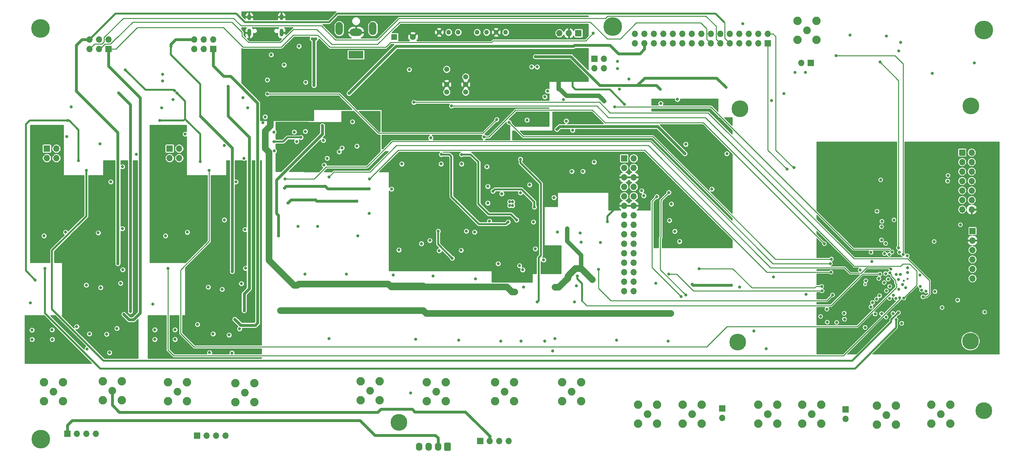
<source format=gbr>
G04 #@! TF.GenerationSoftware,KiCad,Pcbnew,(5.1.10-1-10_14)*
G04 #@! TF.CreationDate,2022-01-04T14:49:55+01:00*
G04 #@! TF.ProjectId,BioZ_front_end_V2_1,42696f5a-5f66-4726-9f6e-745f656e645f,rev?*
G04 #@! TF.SameCoordinates,Original*
G04 #@! TF.FileFunction,Copper,L3,Inr*
G04 #@! TF.FilePolarity,Positive*
%FSLAX46Y46*%
G04 Gerber Fmt 4.6, Leading zero omitted, Abs format (unit mm)*
G04 Created by KiCad (PCBNEW (5.1.10-1-10_14)) date 2022-01-04 14:49:55*
%MOMM*%
%LPD*%
G01*
G04 APERTURE LIST*
G04 #@! TA.AperFunction,ComponentPad*
%ADD10O,1.700000X1.700000*%
G04 #@! TD*
G04 #@! TA.AperFunction,ComponentPad*
%ADD11R,1.700000X1.700000*%
G04 #@! TD*
G04 #@! TA.AperFunction,ComponentPad*
%ADD12C,2.250000*%
G04 #@! TD*
G04 #@! TA.AperFunction,ComponentPad*
%ADD13C,2.050000*%
G04 #@! TD*
G04 #@! TA.AperFunction,ComponentPad*
%ADD14C,1.270000*%
G04 #@! TD*
G04 #@! TA.AperFunction,ComponentPad*
%ADD15O,1.000000X2.100000*%
G04 #@! TD*
G04 #@! TA.AperFunction,ComponentPad*
%ADD16O,1.000000X1.600000*%
G04 #@! TD*
G04 #@! TA.AperFunction,ComponentPad*
%ADD17C,1.600000*%
G04 #@! TD*
G04 #@! TA.AperFunction,ComponentPad*
%ADD18R,1.600000X1.600000*%
G04 #@! TD*
G04 #@! TA.AperFunction,ComponentPad*
%ADD19O,1.740000X2.190000*%
G04 #@! TD*
G04 #@! TA.AperFunction,ComponentPad*
%ADD20R,4.000000X2.000000*%
G04 #@! TD*
G04 #@! TA.AperFunction,ComponentPad*
%ADD21O,3.300000X2.000000*%
G04 #@! TD*
G04 #@! TA.AperFunction,ComponentPad*
%ADD22O,2.000000X3.500000*%
G04 #@! TD*
G04 #@! TA.AperFunction,ComponentPad*
%ADD23C,1.371600*%
G04 #@! TD*
G04 #@! TA.AperFunction,ViaPad*
%ADD24C,5.000000*%
G04 #@! TD*
G04 #@! TA.AperFunction,ViaPad*
%ADD25C,4.500000*%
G04 #@! TD*
G04 #@! TA.AperFunction,ViaPad*
%ADD26C,0.800000*%
G04 #@! TD*
G04 #@! TA.AperFunction,ViaPad*
%ADD27C,0.600000*%
G04 #@! TD*
G04 #@! TA.AperFunction,Conductor*
%ADD28C,0.250000*%
G04 #@! TD*
G04 #@! TA.AperFunction,Conductor*
%ADD29C,0.500000*%
G04 #@! TD*
G04 #@! TA.AperFunction,Conductor*
%ADD30C,0.800000*%
G04 #@! TD*
G04 #@! TA.AperFunction,Conductor*
%ADD31C,1.800000*%
G04 #@! TD*
G04 #@! TA.AperFunction,Conductor*
%ADD32C,1.200000*%
G04 #@! TD*
G04 #@! TA.AperFunction,Conductor*
%ADD33C,0.254000*%
G04 #@! TD*
G04 #@! TA.AperFunction,Conductor*
%ADD34C,0.100000*%
G04 #@! TD*
G04 #@! TA.AperFunction,Conductor*
%ADD35C,0.180000*%
G04 #@! TD*
G04 APERTURE END LIST*
D10*
G04 #@! TO.N,Net-(C18-Pad1)*
G04 #@! TO.C,J4*
X59400000Y-71440000D03*
G04 #@! TO.N,Net-(C20-Pad2)*
X56860000Y-71440000D03*
G04 #@! TO.N,+12V*
X59400000Y-68900000D03*
D11*
G04 #@! TO.N,-12V*
X56860000Y-68900000D03*
G04 #@! TD*
D10*
G04 #@! TO.N,Vin-_ch2*
G04 #@! TO.C,J13*
X71870000Y-145750000D03*
G04 #@! TO.N,GND*
X69330000Y-145750000D03*
X66790000Y-145750000D03*
D11*
G04 #@! TO.N,Vin+_ch2*
X64250000Y-145750000D03*
G04 #@! TD*
D10*
G04 #@! TO.N,A1_3*
G04 #@! TO.C,J11*
X63420000Y-39710000D03*
G04 #@! TO.N,A0_3*
X63420000Y-42250000D03*
G04 #@! TO.N,GND*
X65960000Y-39710000D03*
G04 #@! TO.N,A1_2*
X65960000Y-42250000D03*
G04 #@! TO.N,ch2_out*
X68500000Y-39710000D03*
D11*
G04 #@! TO.N,A0_2*
X68500000Y-42250000D03*
G04 #@! TD*
D12*
G04 #@! TO.N,GND*
G04 #@! TO.C,J8*
X74460000Y-136790000D03*
X74460000Y-131710000D03*
X79540000Y-131710000D03*
X79540000Y-136790000D03*
D13*
G04 #@! TO.N,Vin-_ch2*
X77000000Y-134250000D03*
G04 #@! TD*
D12*
G04 #@! TO.N,GND*
G04 #@! TO.C,J7*
X56460000Y-136540000D03*
X56460000Y-131460000D03*
X61540000Y-131460000D03*
X61540000Y-136540000D03*
D13*
G04 #@! TO.N,Vin+_ch2*
X59000000Y-134000000D03*
G04 #@! TD*
D12*
G04 #@! TO.N,GND*
G04 #@! TO.C,J9*
X23210000Y-136540000D03*
X23210000Y-131460000D03*
X28290000Y-131460000D03*
X28290000Y-136540000D03*
D13*
G04 #@! TO.N,Vin+_ch1*
X25750000Y-134000000D03*
G04 #@! TD*
D10*
G04 #@! TO.N,Vin-_ch1*
G04 #@! TO.C,J14*
X37120000Y-145250000D03*
G04 #@! TO.N,GND*
X34580000Y-145250000D03*
X32040000Y-145250000D03*
D11*
G04 #@! TO.N,Vin+_ch1*
X29500000Y-145250000D03*
G04 #@! TD*
D10*
G04 #@! TO.N,A1_1*
G04 #@! TO.C,J12*
X35420000Y-39710000D03*
G04 #@! TO.N,A0_1*
X35420000Y-42250000D03*
G04 #@! TO.N,GND*
X37960000Y-39710000D03*
G04 #@! TO.N,A1_0*
X37960000Y-42250000D03*
G04 #@! TO.N,ch1_out*
X40500000Y-39710000D03*
D11*
G04 #@! TO.N,A0_0*
X40500000Y-42250000D03*
G04 #@! TD*
D12*
G04 #@! TO.N,GND*
G04 #@! TO.C,J10*
X38960000Y-136290000D03*
X38960000Y-131210000D03*
X44040000Y-131210000D03*
X44040000Y-136290000D03*
D13*
G04 #@! TO.N,Vin-_ch1*
X41500000Y-133750000D03*
G04 #@! TD*
D10*
G04 #@! TO.N,Net-(C19-Pad1)*
G04 #@! TO.C,J5*
X26540000Y-71440000D03*
G04 #@! TO.N,Net-(C21-Pad2)*
X24000000Y-71440000D03*
G04 #@! TO.N,+12V*
X26540000Y-68900000D03*
D11*
G04 #@! TO.N,-12V*
X24000000Y-68900000D03*
G04 #@! TD*
G04 #@! TO.N,-12V*
G04 #@! TO.C,J15*
X170600000Y-44900000D03*
D10*
G04 #@! TO.N,+12V*
X173140000Y-44900000D03*
G04 #@! TO.N,Net-(C75-Pad2)*
X170600000Y-47440000D03*
G04 #@! TO.N,Net-(C72-Pad1)*
X173140000Y-47440000D03*
G04 #@! TD*
D13*
G04 #@! TO.N,Vin+_ch1*
G04 #@! TO.C,J19*
X146500000Y-134000000D03*
D12*
G04 #@! TO.N,GND*
X149040000Y-136540000D03*
X149040000Y-131460000D03*
X143960000Y-131460000D03*
X143960000Y-136540000D03*
G04 #@! TD*
D14*
G04 #@! TO.N,GND*
G04 #@! TO.C,U19*
X129000000Y-37750000D03*
G04 #@! TO.N,VCC*
X131540000Y-37750000D03*
G04 #@! TO.N,N/C*
X134080000Y-37750000D03*
X139160000Y-37750000D03*
G04 #@! TO.N,Net-(C12-Pad1)*
X141700000Y-37750000D03*
G04 #@! TO.N,GND*
X144240000Y-37750000D03*
G04 #@! TO.N,N/C*
X146780000Y-37750000D03*
G04 #@! TD*
D11*
G04 #@! TO.N,N/C*
G04 #@! TO.C,J33*
X271750000Y-91000000D03*
D10*
G04 #@! TO.N,GND*
X271750000Y-93540000D03*
G04 #@! TO.N,/UART_TX*
X271750000Y-96080000D03*
G04 #@! TO.N,/UART_RX*
X271750000Y-98620000D03*
G04 #@! TO.N,N/C*
X271750000Y-101160000D03*
X271750000Y-103700000D03*
G04 #@! TD*
D11*
G04 #@! TO.N,+3V3*
G04 #@! TO.C,J18*
X269000000Y-70000000D03*
D10*
G04 #@! TO.N,/PA0*
X271540000Y-70000000D03*
G04 #@! TO.N,/PA1*
X269000000Y-72540000D03*
G04 #@! TO.N,/PA2*
X271540000Y-72540000D03*
G04 #@! TO.N,/PA3*
X269000000Y-75080000D03*
G04 #@! TO.N,/PA8*
X271540000Y-75080000D03*
G04 #@! TO.N,/PA11*
X269000000Y-77620000D03*
G04 #@! TO.N,/PA12*
X271540000Y-77620000D03*
G04 #@! TO.N,/PA15*
X269000000Y-80160000D03*
G04 #@! TO.N,N/C*
X271540000Y-80160000D03*
G04 #@! TO.N,/PC8*
X269000000Y-82700000D03*
G04 #@! TO.N,/PC7*
X271540000Y-82700000D03*
G04 #@! TO.N,/PC6*
X269000000Y-85240000D03*
G04 #@! TO.N,GND*
X271540000Y-85240000D03*
G04 #@! TD*
D15*
G04 #@! TO.N,GND*
G04 #@! TO.C,J17*
X86820000Y-37855000D03*
X78180000Y-37855000D03*
D16*
X86820000Y-33675000D03*
X78180000Y-33675000D03*
G04 #@! TD*
D10*
G04 #@! TO.N,EXT_stim*
G04 #@! TO.C,J16*
X225960000Y-46000000D03*
D11*
G04 #@! TO.N,GND*
X228500000Y-46000000D03*
G04 #@! TD*
D17*
G04 #@! TO.N,GND*
G04 #@! TO.C,C2*
X122000000Y-39000000D03*
D18*
G04 #@! TO.N,VCC*
X117000000Y-39000000D03*
G04 #@! TD*
D10*
G04 #@! TO.N,GND*
G04 #@! TO.C,JP4*
X237750000Y-141290000D03*
D11*
G04 #@! TO.N,scope2-*
X237750000Y-138750000D03*
G04 #@! TD*
D10*
G04 #@! TO.N,GND*
G04 #@! TO.C,JP3*
X204750000Y-141040000D03*
D11*
G04 #@! TO.N,scope1-*
X204750000Y-138500000D03*
G04 #@! TD*
D10*
G04 #@! TO.N,scope1+*
G04 #@! TO.C,J32*
X181440000Y-38210000D03*
G04 #@! TO.N,scope1-*
X181440000Y-40750000D03*
G04 #@! TO.N,scope2+*
X183980000Y-38210000D03*
G04 #@! TO.N,scope2-*
X183980000Y-40750000D03*
G04 #@! TO.N,GND*
X186520000Y-38210000D03*
X186520000Y-40750000D03*
G04 #@! TO.N,PWR+*
X189060000Y-38210000D03*
G04 #@! TO.N,PWR-*
X189060000Y-40750000D03*
G04 #@! TO.N,AWG1*
X191600000Y-38210000D03*
G04 #@! TO.N,AWG2*
X191600000Y-40750000D03*
G04 #@! TO.N,GND*
X194140000Y-38210000D03*
X194140000Y-40750000D03*
G04 #@! TO.N,TR1*
X196680000Y-38210000D03*
G04 #@! TO.N,TR2*
X196680000Y-40750000D03*
G04 #@! TO.N,/SPI_NSS*
X199220000Y-38210000D03*
G04 #@! TO.N,A0_0*
X199220000Y-40750000D03*
G04 #@! TO.N,/SPI_SCK*
X201760000Y-38210000D03*
G04 #@! TO.N,A1_0*
X201760000Y-40750000D03*
G04 #@! TO.N,/SPI_MOSI*
X204300000Y-38210000D03*
G04 #@! TO.N,A0_1*
X204300000Y-40750000D03*
G04 #@! TO.N,/SPI_MISO*
X206840000Y-38210000D03*
G04 #@! TO.N,A1_1*
X206840000Y-40750000D03*
G04 #@! TO.N,/AD2_status*
X209380000Y-38210000D03*
G04 #@! TO.N,A0_2*
X209380000Y-40750000D03*
G04 #@! TO.N,/AD2_err*
X211920000Y-38210000D03*
G04 #@! TO.N,A1_2*
X211920000Y-40750000D03*
G04 #@! TO.N,IO6*
X214460000Y-38210000D03*
G04 #@! TO.N,A0_3*
X214460000Y-40750000D03*
G04 #@! TO.N,IO7*
X217000000Y-38210000D03*
D11*
G04 #@! TO.N,A1_3*
X217000000Y-40750000D03*
G04 #@! TD*
D12*
G04 #@! TO.N,GND*
G04 #@! TO.C,J31*
X214460000Y-142540000D03*
X214460000Y-137460000D03*
X219540000Y-137460000D03*
X219540000Y-142540000D03*
D13*
G04 #@! TO.N,scope2+*
X217000000Y-140000000D03*
G04 #@! TD*
D12*
G04 #@! TO.N,GND*
G04 #@! TO.C,J30*
X260710000Y-142540000D03*
X260710000Y-137460000D03*
X265790000Y-137460000D03*
X265790000Y-142540000D03*
D13*
G04 #@! TO.N,AWG2*
X263250000Y-140000000D03*
G04 #@! TD*
D10*
G04 #@! TO.N,IO7*
G04 #@! TO.C,J29*
X181040000Y-107060000D03*
G04 #@! TO.N,A1_3*
X178500000Y-107060000D03*
G04 #@! TO.N,IO6*
X181040000Y-104520000D03*
G04 #@! TO.N,A0_3*
X178500000Y-104520000D03*
G04 #@! TO.N,/AD2_err*
X181040000Y-101980000D03*
G04 #@! TO.N,A1_2*
X178500000Y-101980000D03*
G04 #@! TO.N,/AD2_status*
X181040000Y-99440000D03*
G04 #@! TO.N,A0_2*
X178500000Y-99440000D03*
G04 #@! TO.N,/SPI_MISO*
X181040000Y-96900000D03*
G04 #@! TO.N,A1_1*
X178500000Y-96900000D03*
G04 #@! TO.N,/SPI_MOSI*
X181040000Y-94360000D03*
G04 #@! TO.N,A0_1*
X178500000Y-94360000D03*
G04 #@! TO.N,/SPI_SCK*
X181040000Y-91820000D03*
G04 #@! TO.N,A1_0*
X178500000Y-91820000D03*
G04 #@! TO.N,/SPI_NSS*
X181040000Y-89280000D03*
G04 #@! TO.N,A0_0*
X178500000Y-89280000D03*
G04 #@! TO.N,TR1*
X181040000Y-86740000D03*
G04 #@! TO.N,TR2*
X178500000Y-86740000D03*
G04 #@! TO.N,GND*
X181040000Y-84200000D03*
X178500000Y-84200000D03*
G04 #@! TO.N,AWG1*
X181040000Y-81660000D03*
G04 #@! TO.N,AWG2*
X178500000Y-81660000D03*
G04 #@! TO.N,PWR+*
X181040000Y-79120000D03*
G04 #@! TO.N,PWR-*
X178500000Y-79120000D03*
G04 #@! TO.N,GND*
X181040000Y-76580000D03*
X178500000Y-76580000D03*
G04 #@! TO.N,scope2+*
X181040000Y-74040000D03*
G04 #@! TO.N,scope2-*
X178500000Y-74040000D03*
G04 #@! TO.N,scope1+*
X181040000Y-71500000D03*
D11*
G04 #@! TO.N,scope1-*
X178500000Y-71500000D03*
G04 #@! TD*
D12*
G04 #@! TO.N,GND*
G04 #@! TO.C,J28*
X182210000Y-142540000D03*
X182210000Y-137460000D03*
X187290000Y-137460000D03*
X187290000Y-142540000D03*
D13*
G04 #@! TO.N,scope1+*
X184750000Y-140000000D03*
G04 #@! TD*
D12*
G04 #@! TO.N,GND*
G04 #@! TO.C,J27*
X246210000Y-142790000D03*
X246210000Y-137710000D03*
X251290000Y-137710000D03*
X251290000Y-142790000D03*
D13*
G04 #@! TO.N,AWG1*
X248750000Y-140250000D03*
G04 #@! TD*
D12*
G04 #@! TO.N,GND*
G04 #@! TO.C,J26*
X226210000Y-142540000D03*
X226210000Y-137460000D03*
X231290000Y-137460000D03*
X231290000Y-142540000D03*
D13*
G04 #@! TO.N,scope2-*
X228750000Y-140000000D03*
G04 #@! TD*
D12*
G04 #@! TO.N,GND*
G04 #@! TO.C,J25*
X194210000Y-142540000D03*
X194210000Y-137460000D03*
X199290000Y-137460000D03*
X199290000Y-142540000D03*
D13*
G04 #@! TO.N,scope1-*
X196750000Y-140000000D03*
G04 #@! TD*
D10*
G04 #@! TO.N,STIM+_coupling*
G04 #@! TO.C,J24*
X147620000Y-147250000D03*
G04 #@! TO.N,Vin+_ch1*
X145080000Y-147250000D03*
G04 #@! TO.N,Vin-_ch1*
X142540000Y-147250000D03*
D11*
G04 #@! TO.N,STIM-_coupling*
X140000000Y-147250000D03*
G04 #@! TD*
D19*
G04 #@! TO.N,STIM-_coupling*
G04 #@! TO.C,J23*
X123630000Y-148750000D03*
G04 #@! TO.N,Vin-_ch1*
X126170000Y-148750000D03*
G04 #@! TO.N,Vin+_ch1*
X128710000Y-148750000D03*
G04 #@! TO.N,STIM+_coupling*
G04 #@! TA.AperFunction,ComponentPad*
G36*
G01*
X132120000Y-147904999D02*
X132120000Y-149595001D01*
G75*
G02*
X131870001Y-149845000I-249999J0D01*
G01*
X130629999Y-149845000D01*
G75*
G02*
X130380000Y-149595001I0J249999D01*
G01*
X130380000Y-147904999D01*
G75*
G02*
X130629999Y-147655000I249999J0D01*
G01*
X131870001Y-147655000D01*
G75*
G02*
X132120000Y-147904999I0J-249999D01*
G01*
G37*
G04 #@! TD.AperFunction*
G04 #@! TD*
D12*
G04 #@! TO.N,GND*
G04 #@! TO.C,J22*
X161960000Y-136540000D03*
X161960000Y-131460000D03*
X167040000Y-131460000D03*
X167040000Y-136540000D03*
D13*
G04 #@! TO.N,STIM+_coupling*
X164500000Y-134000000D03*
G04 #@! TD*
D12*
G04 #@! TO.N,GND*
G04 #@! TO.C,J21*
X107960000Y-136290000D03*
X107960000Y-131210000D03*
X113040000Y-131210000D03*
X113040000Y-136290000D03*
D13*
G04 #@! TO.N,STIM-_coupling*
X110500000Y-133750000D03*
G04 #@! TD*
D12*
G04 #@! TO.N,GND*
G04 #@! TO.C,J20*
X125710000Y-136540000D03*
X125710000Y-131460000D03*
X130790000Y-131460000D03*
X130790000Y-136540000D03*
D13*
G04 #@! TO.N,Vin-_ch1*
X128250000Y-134000000D03*
G04 #@! TD*
D12*
G04 #@! TO.N,GND*
G04 #@! TO.C,J6*
X224960000Y-39790000D03*
X224960000Y-34710000D03*
X230040000Y-34710000D03*
X230040000Y-39790000D03*
D13*
G04 #@! TO.N,EXT_stim*
X227500000Y-37250000D03*
G04 #@! TD*
D10*
G04 #@! TO.N,+12V*
G04 #@! TO.C,J3*
X161170000Y-38000000D03*
G04 #@! TO.N,GND*
X163710000Y-38000000D03*
D11*
G04 #@! TO.N,-12V*
X166250000Y-38000000D03*
G04 #@! TD*
D20*
G04 #@! TO.N,Vin_DC*
G04 #@! TO.C,J1*
X106750000Y-43750000D03*
D21*
G04 #@! TO.N,GND*
X106750000Y-37750000D03*
D22*
G04 #@! TO.N,N/C*
X111250000Y-36750000D03*
X102250000Y-36750000D03*
G04 #@! TD*
D23*
G04 #@! TO.N,VCC*
G04 #@! TO.C,U1*
X131000000Y-53750000D03*
G04 #@! TO.N,GND*
X131000000Y-51718000D03*
G04 #@! TO.N,N/C*
X131000000Y-47654000D03*
G04 #@! TO.N,Net-(C10-Pad1)*
X136080000Y-53750000D03*
G04 #@! TO.N,GND*
X136080000Y-51718000D03*
G04 #@! TO.N,Net-(C11-Pad1)*
X136080000Y-49686000D03*
G04 #@! TD*
D24*
G04 #@! TO.N,*
X22370000Y-146720000D03*
D25*
X118250000Y-142250000D03*
X274800000Y-139100000D03*
D24*
X22270000Y-36730000D03*
X175460000Y-36220000D03*
X274780000Y-37130000D03*
D25*
X209500000Y-58200000D03*
X271300000Y-57500000D03*
X271200000Y-120500000D03*
X208900000Y-120700000D03*
D26*
X202000000Y-79750000D03*
X148650000Y-84150000D03*
X147850000Y-84150000D03*
X148650000Y-83150000D03*
X147850000Y-83150000D03*
G04 #@! TO.N,/SW2_uC*
X248112653Y-104812653D03*
X251925000Y-95500000D03*
X247000000Y-45750000D03*
G04 #@! TO.N,GND*
X203500000Y-90500000D03*
X205750000Y-94250000D03*
X201250000Y-92750000D03*
D27*
X197400000Y-93750000D03*
D26*
X190750000Y-91000000D03*
X198750000Y-90000000D03*
X205500000Y-83000000D03*
X196750000Y-85250000D03*
X205500000Y-80500000D03*
X205750000Y-72750000D03*
X205500000Y-75500000D03*
X112250000Y-61750000D03*
X107750000Y-61750000D03*
D27*
X109800000Y-59200000D03*
D26*
X109500000Y-64000000D03*
X107500000Y-65500000D03*
X99250000Y-64500000D03*
X104500000Y-64750000D03*
X103250000Y-70250000D03*
X105750000Y-71750000D03*
X101000000Y-71750000D03*
D27*
X92800000Y-73000000D03*
D26*
X86500000Y-74250000D03*
X88250000Y-71750000D03*
X85750000Y-68500000D03*
X86750000Y-65500000D03*
X107500000Y-73000000D03*
D27*
X112000000Y-72750000D03*
D26*
X96000000Y-74500000D03*
X176000000Y-64750000D03*
X178750000Y-64250000D03*
D27*
X181850000Y-66350000D03*
D26*
X188000000Y-66000000D03*
D27*
X194000000Y-64500000D03*
X196000000Y-64000000D03*
D26*
X195750000Y-56500000D03*
X193500000Y-56750000D03*
X187250000Y-56500000D03*
X206750000Y-61250000D03*
X205750000Y-63000000D03*
X124500000Y-80500000D03*
X117000000Y-86750000D03*
X128500000Y-87750000D03*
X133500000Y-80500000D03*
X137500000Y-83000000D03*
X119250000Y-97500000D03*
X125500000Y-92250000D03*
X126500000Y-99250000D03*
X132000000Y-99500000D03*
X138750000Y-93750000D03*
X132000000Y-93500000D03*
X143000000Y-92250000D03*
X139250000Y-98750000D03*
X146000000Y-95250000D03*
D27*
X145800000Y-101800000D03*
X155400000Y-96600000D03*
D26*
X154250000Y-93000000D03*
X151750000Y-90000000D03*
X151750000Y-85750000D03*
X149250000Y-85750000D03*
X144750000Y-85500000D03*
X138250000Y-86000000D03*
X141400000Y-76200000D03*
X149000000Y-75000000D03*
X146750000Y-71000000D03*
X153750000Y-72000000D03*
X158750000Y-76750000D03*
X161500000Y-79000000D03*
X158750000Y-70500000D03*
X168250000Y-70500000D03*
D27*
X165250000Y-70500000D03*
D26*
X171000000Y-75750000D03*
X174000000Y-73750000D03*
X173000000Y-64500000D03*
X171250000Y-61750000D03*
X170000000Y-60000000D03*
X161750000Y-61750000D03*
X81500000Y-33500000D03*
X84500000Y-34000000D03*
X83000000Y-37000000D03*
X86000000Y-42750000D03*
X89250000Y-34000000D03*
X89500000Y-43750000D03*
X79000000Y-49000000D03*
X77500000Y-52000000D03*
X100000000Y-36500000D03*
X97750000Y-33500000D03*
X97750000Y-44000000D03*
X98250000Y-46000000D03*
X98250000Y-52250000D03*
X95000000Y-55500000D03*
X93250000Y-59000000D03*
X99750000Y-55750000D03*
X113000000Y-43250000D03*
X109250000Y-34500000D03*
X104000000Y-34750000D03*
X103750000Y-38750000D03*
X115250000Y-34250000D03*
X125000000Y-36750000D03*
X123250000Y-46750000D03*
X124250000Y-44000000D03*
X124500000Y-50500000D03*
X128250000Y-47750000D03*
X136500000Y-36250000D03*
X134000000Y-53000000D03*
X115500000Y-59000000D03*
X112500000Y-56500000D03*
X121250000Y-63250000D03*
X122000000Y-66000000D03*
X115250000Y-66500000D03*
X129750000Y-62000000D03*
X140500000Y-61250000D03*
X138750000Y-66000000D03*
X146250000Y-66000000D03*
X152000000Y-55000000D03*
X154000000Y-61250000D03*
X141750000Y-55500000D03*
X142250000Y-48750000D03*
X164750000Y-49750000D03*
X163750000Y-47250000D03*
X158500000Y-36250000D03*
X158250000Y-38750000D03*
X151000000Y-44250000D03*
X161000000Y-50000000D03*
X144250000Y-44500000D03*
D27*
X196250000Y-73750000D03*
D26*
X195750000Y-71250000D03*
D27*
X70500000Y-92000000D03*
D26*
X54600000Y-124200000D03*
X61500000Y-122000000D03*
X54300000Y-121500000D03*
X80900000Y-123400000D03*
X80200000Y-119100000D03*
X74800000Y-120500000D03*
X70300000Y-116900000D03*
X73000000Y-112800000D03*
X61700000Y-114700000D03*
X61500000Y-112700000D03*
X64400000Y-109300000D03*
X73400000Y-108100000D03*
X71200000Y-99500000D03*
X62900000Y-103400000D03*
X57000000Y-99100000D03*
X65200000Y-98200000D03*
X76600000Y-97500000D03*
X65600000Y-90300000D03*
X55000000Y-84800000D03*
X76400000Y-83900000D03*
X70500000Y-82600000D03*
X65400000Y-78600000D03*
X54200000Y-73200000D03*
X76800000Y-80100000D03*
D27*
X248700000Y-101500000D03*
X242100000Y-107800000D03*
D26*
X256500000Y-111000000D03*
D27*
X250500000Y-104700000D03*
D26*
X258750000Y-110000000D03*
X258250000Y-113250000D03*
X240250000Y-114750000D03*
X243750000Y-115500000D03*
D27*
X240250000Y-110750000D03*
D26*
X234250000Y-105000000D03*
X235750000Y-98750000D03*
X263500000Y-108250000D03*
X264750000Y-69750000D03*
X258250000Y-78000000D03*
X257000000Y-72500000D03*
X248250000Y-71000000D03*
X235750000Y-70250000D03*
X236000000Y-81000000D03*
X236750000Y-87750000D03*
X250000000Y-83750000D03*
X257250000Y-82000000D03*
X260750000Y-83750000D03*
D27*
X264900000Y-87000000D03*
D26*
X268250000Y-87000000D03*
D27*
X264900000Y-92750000D03*
D26*
X260500000Y-90250000D03*
X258750000Y-94500000D03*
X263250000Y-98250000D03*
X269250000Y-102750000D03*
X271500000Y-108250000D03*
X275750000Y-118000000D03*
X266500000Y-119750000D03*
X263500000Y-118750000D03*
D27*
X259250000Y-117750000D03*
D26*
X253000000Y-122500000D03*
X250750000Y-119250000D03*
X244000000Y-119250000D03*
X237750000Y-117750000D03*
X233250000Y-118000000D03*
D27*
X231750000Y-122250000D03*
X264900000Y-97700000D03*
D26*
X265500000Y-106500000D03*
X232500000Y-97500000D03*
X238250000Y-91250000D03*
X29500000Y-124000000D03*
X23000000Y-124000000D03*
X23000000Y-116000000D03*
X27500000Y-115500000D03*
X28500000Y-121000000D03*
X37500000Y-116500000D03*
X42500000Y-124000000D03*
X47000000Y-118500000D03*
X40500000Y-108000000D03*
X29500000Y-112500000D03*
X30000000Y-105000000D03*
X32000000Y-101500000D03*
X44500000Y-97500000D03*
X29000000Y-98000000D03*
X23000000Y-98500000D03*
X32500000Y-94500000D03*
X33500000Y-90000000D03*
X37500000Y-90000000D03*
X39000000Y-83500000D03*
X45000000Y-83500000D03*
X32000000Y-86000000D03*
X22500000Y-84500000D03*
X36000000Y-79500000D03*
X33000000Y-78000000D03*
X22500000Y-75000000D03*
X45000000Y-80000000D03*
X21500000Y-70500000D03*
X38000000Y-99500000D03*
X29000000Y-101500000D03*
X122750000Y-120000000D03*
X20900000Y-104100000D03*
X32500000Y-72100000D03*
X65050000Y-72350000D03*
X72500000Y-95000000D03*
X91000000Y-105500000D03*
X102125000Y-105375000D03*
X115375000Y-105125000D03*
X125125000Y-105375000D03*
X136125000Y-105875000D03*
X149250000Y-107250000D03*
X160000000Y-106000000D03*
X170000000Y-104000000D03*
X87550000Y-79450000D03*
X98500000Y-79000000D03*
X110300000Y-79700000D03*
X239000000Y-38500000D03*
X248750000Y-38750000D03*
X174000000Y-88500000D03*
X55000000Y-50750000D03*
X55000000Y-49000000D03*
X45000000Y-47800000D03*
X29600000Y-61400000D03*
X58200000Y-53400000D03*
X58800000Y-54000000D03*
X54200000Y-61400000D03*
X81800000Y-62000000D03*
X163287500Y-90287500D03*
X209400000Y-106000000D03*
X178600000Y-57012500D03*
X173200000Y-56200000D03*
X160400000Y-98250000D03*
G04 #@! TO.N,/SW1_uC*
X249187347Y-103887347D03*
X253200000Y-97300000D03*
X235250000Y-44000000D03*
G04 #@! TO.N,/NRST*
X247400000Y-93400000D03*
X246700000Y-103700000D03*
X246200000Y-85700000D03*
X247200000Y-77300000D03*
G04 #@! TO.N,+3V3*
X248500000Y-94300000D03*
X244825000Y-99125000D03*
X250574990Y-108174990D03*
X224250000Y-48500000D03*
X227000000Y-48500000D03*
G04 #@! TO.N,Vin+_ch2*
X52900000Y-117400000D03*
X67550000Y-123550000D03*
X84807600Y-64467300D03*
G04 #@! TO.N,Vin-_ch2*
X58300000Y-117400000D03*
X73550000Y-123650000D03*
X90192400Y-64467300D03*
G04 #@! TO.N,Vin+_ch1*
X20000000Y-117500000D03*
X34750000Y-122550000D03*
X157250000Y-120500000D03*
G04 #@! TO.N,Vin-_ch1*
X25400000Y-117400000D03*
X40750000Y-123550000D03*
X134250000Y-120250000D03*
G04 #@! TO.N,Net-(C59-Pad1)*
X150750000Y-80750000D03*
X154212500Y-88537500D03*
G04 #@! TO.N,Net-(C60-Pad1)*
X145750000Y-81000000D03*
X142462500Y-88287500D03*
G04 #@! TO.N,I_load-*
X107250000Y-92250000D03*
X98212500Y-73287500D03*
X91192400Y-89717300D03*
G04 #@! TO.N,TIA+*
X92000000Y-65900000D03*
X84807600Y-67007300D03*
G04 #@! TO.N,/SWCLK*
X247400000Y-89800000D03*
X254300000Y-97600000D03*
G04 #@! TO.N,/SWDIO*
X247500000Y-88400000D03*
X257724847Y-102750153D03*
G04 #@! TO.N,A1_3*
X73600000Y-101800000D03*
X222100000Y-74400000D03*
X210250000Y-35500000D03*
G04 #@! TO.N,A0_3*
X77150000Y-100950000D03*
G04 #@! TO.N,A1_2*
X72500000Y-52200000D03*
X76800000Y-112300000D03*
X176750000Y-45500000D03*
G04 #@! TO.N,ch2_out*
X74600000Y-77797300D03*
X70900000Y-106600000D03*
G04 #@! TO.N,A0_2*
X74300000Y-114600000D03*
X176750000Y-47500000D03*
G04 #@! TO.N,A1_1*
X43000000Y-99700000D03*
G04 #@! TO.N,A0_1*
X44300000Y-101325000D03*
G04 #@! TO.N,A1_0*
X46350000Y-112550000D03*
X43200000Y-54000000D03*
G04 #@! TO.N,ch1_out*
X41100000Y-77800000D03*
X38414690Y-106126703D03*
G04 #@! TO.N,A0_0*
X44600000Y-113300000D03*
X170250000Y-38000000D03*
G04 #@! TO.N,Vout-*
X99500000Y-119750000D03*
X96500000Y-89750000D03*
X135000000Y-70500000D03*
X149750000Y-88000000D03*
G04 #@! TO.N,Vout+*
X147462500Y-88537500D03*
X129557600Y-70467300D03*
X154750000Y-95750000D03*
G04 #@! TO.N,scope1-*
X176500000Y-120250000D03*
X48000000Y-70400000D03*
G04 #@! TO.N,scope2-*
X165750000Y-105669998D03*
X165250000Y-110000000D03*
X104875000Y-54125000D03*
G04 #@! TO.N,AWG1*
X183775000Y-81525000D03*
X188307600Y-56807600D03*
X192775001Y-55724999D03*
G04 #@! TO.N,scope1+*
X213250000Y-117750000D03*
X44250000Y-73750000D03*
X172192400Y-94047300D03*
G04 #@! TO.N,TR1*
X251250000Y-109050000D03*
X190450000Y-80650000D03*
X195000000Y-108100000D03*
G04 #@! TO.N,TR2*
X249574990Y-109000000D03*
X187250000Y-81750000D03*
X193800000Y-108500000D03*
G04 #@! TO.N,AWG2*
X183200000Y-80200000D03*
G04 #@! TO.N,scope2+*
X216500000Y-122500000D03*
X76750000Y-71500000D03*
G04 #@! TO.N,+5VA*
X178500000Y-113000000D03*
X190250000Y-113000000D03*
X169250000Y-112750000D03*
X158250000Y-113000000D03*
X135250000Y-112750000D03*
X123750000Y-112500000D03*
X110250000Y-112500000D03*
X100500000Y-112250000D03*
X88500000Y-112250000D03*
X87000000Y-112250000D03*
X99500000Y-112250000D03*
X111000000Y-112500000D03*
X122750000Y-112500000D03*
X134250000Y-112750000D03*
X157250000Y-113000000D03*
X168250000Y-112750000D03*
X179500000Y-113000000D03*
X191000000Y-113000000D03*
X187000000Y-105000000D03*
X196750000Y-105250000D03*
X19600000Y-110200000D03*
X38262700Y-67637300D03*
X52400000Y-110600000D03*
X71500000Y-68100000D03*
X144750000Y-113000000D03*
X146250000Y-113000000D03*
X61000000Y-65000000D03*
X29300000Y-65700000D03*
X107000000Y-83000000D03*
X95875000Y-82625000D03*
X88500000Y-83500000D03*
X188194900Y-53000000D03*
X154750000Y-44250000D03*
X152500000Y-61250000D03*
X126750000Y-66000000D03*
X82400000Y-60400000D03*
X205750000Y-52500000D03*
X250750000Y-88000000D03*
X218500000Y-103250000D03*
X207250000Y-105500000D03*
X137000000Y-113000000D03*
X153200000Y-78600000D03*
X141750000Y-73750000D03*
X163000000Y-61500000D03*
G04 #@! TO.N,WE_REF*
X190250000Y-120500000D03*
X151375000Y-101375000D03*
G04 #@! TO.N,STIM+_coupling*
X159400000Y-123100000D03*
X150942400Y-120507300D03*
G04 #@! TO.N,STIM-_coupling*
X145500000Y-120500000D03*
X121375000Y-134375000D03*
D27*
G04 #@! TO.N,/uC_state*
X243000000Y-105250000D03*
D26*
X261000000Y-48750000D03*
G04 #@! TO.N,/uC_error*
X243200000Y-104300000D03*
X272250000Y-46000000D03*
G04 #@! TO.N,/AD2_status*
X252000000Y-42750000D03*
X218000000Y-56000000D03*
G04 #@! TO.N,/AD2_err*
X252500000Y-40500000D03*
X221300000Y-54200000D03*
G04 #@! TO.N,Vin_DC*
X84037500Y-43750000D03*
X91500000Y-41500000D03*
G04 #@! TO.N,Vin_USB*
X93250000Y-51150000D03*
X83000000Y-50500000D03*
G04 #@! TO.N,/PC6*
X258100000Y-106800000D03*
G04 #@! TO.N,/PC7*
X257775000Y-105800000D03*
X268500000Y-89300000D03*
G04 #@! TO.N,/PC8*
X253000000Y-105300000D03*
G04 #@! TO.N,/PA15*
X254400000Y-100800000D03*
X261500000Y-93800000D03*
G04 #@! TO.N,/PA12*
X254400000Y-102100000D03*
X265200000Y-76100000D03*
D27*
G04 #@! TO.N,/PA11*
X253400000Y-104300000D03*
D26*
X265100000Y-77600000D03*
D27*
G04 #@! TO.N,/PA8*
X254400000Y-103750000D03*
D26*
G04 #@! TO.N,/PA3*
X244587347Y-111287347D03*
X235400000Y-115475000D03*
X263600000Y-111500000D03*
G04 #@! TO.N,/PA2*
X245012653Y-110112653D03*
X232900000Y-115400000D03*
X267800000Y-109500000D03*
G04 #@! TO.N,/PA1*
X246100000Y-109200000D03*
X231100000Y-113875000D03*
G04 #@! TO.N,/PA0*
X246887347Y-108312653D03*
X232800000Y-111900000D03*
X275000000Y-112700000D03*
G04 #@! TO.N,IO7*
X224000000Y-74000000D03*
G04 #@! TO.N,/SPI_MISO*
X248612653Y-114012653D03*
X193350000Y-93750000D03*
G04 #@! TO.N,/SPI_MOSI*
X250469963Y-113069953D03*
X192050000Y-91050000D03*
G04 #@! TO.N,/SPI_SCK*
X247400000Y-113100000D03*
X190650000Y-88150000D03*
G04 #@! TO.N,/SPI_NSS*
X191150000Y-83750000D03*
X245717158Y-113217158D03*
G04 #@! TO.N,Gain_CS_OUT*
X119000000Y-73000000D03*
X126500000Y-93500000D03*
X160000000Y-119750000D03*
G04 #@! TO.N,V_amp*
X167000000Y-94000000D03*
X164500000Y-75000000D03*
G04 #@! TO.N,Vref_volta*
X166750000Y-91500000D03*
X150500000Y-100250000D03*
G04 #@! TO.N,Iin+*
X129500000Y-73000000D03*
X136250000Y-91000000D03*
G04 #@! TO.N,Gain_CS_IN*
X132500000Y-98250000D03*
X128725000Y-91025000D03*
G04 #@! TO.N,+14V5_stim*
X107000000Y-68250000D03*
X124250000Y-94350000D03*
X134875000Y-96125000D03*
X194750000Y-70250000D03*
X160500000Y-63750000D03*
X167462500Y-75000000D03*
X116250000Y-79750000D03*
X156962500Y-98712500D03*
X162250001Y-62999999D03*
X142000000Y-83500000D03*
X142000000Y-79019998D03*
G04 #@! TO.N,+14V5_CH2*
X64300000Y-116000000D03*
X67200000Y-106000000D03*
X71512500Y-88000000D03*
G04 #@! TO.N,+14V5_CH1*
X34550000Y-105450000D03*
X37762500Y-91462500D03*
X32000000Y-116600000D03*
G04 #@! TO.N,-14V5_CH2*
X75550000Y-117150000D03*
X76050000Y-105050000D03*
X61600000Y-91300000D03*
X43750000Y-104950000D03*
X42750000Y-117050000D03*
X29000000Y-91300000D03*
G04 #@! TO.N,-14V5_stim*
X118212500Y-96037500D03*
X99000000Y-71500000D03*
X129000000Y-96250000D03*
X170500000Y-72500000D03*
X164712500Y-64000000D03*
X159750000Y-82000000D03*
X110250000Y-86250000D03*
X143400000Y-80300000D03*
X154462500Y-84537500D03*
X144787500Y-99712500D03*
G04 #@! TO.N,Net-(C18-Pad1)*
X77000000Y-90600000D03*
G04 #@! TO.N,Net-(C19-Pad1)*
X44212500Y-90312500D03*
G04 #@! TO.N,Net-(C20-Pad2)*
X55762500Y-92250000D03*
G04 #@! TO.N,Net-(C21-Pad2)*
X23250000Y-92250000D03*
G04 #@! TO.N,DC_sense*
X155250000Y-110000000D03*
X150750000Y-71750000D03*
G04 #@! TO.N,Iin-*
X135000000Y-73000000D03*
X138500000Y-91250000D03*
G04 #@! TO.N,Net-(C72-Pad1)*
X206000000Y-70250000D03*
X179750000Y-50250000D03*
G04 #@! TO.N,Net-(C75-Pad2)*
X195000000Y-67750000D03*
X177250000Y-53000000D03*
X177250000Y-53000000D03*
G04 #@! TO.N,ch2+_Cout*
X52900000Y-120000000D03*
X68487500Y-118512500D03*
G04 #@! TO.N,ch2-_Cout*
X58300000Y-120000000D03*
X72787500Y-118812500D03*
G04 #@! TO.N,ch1+_Cout*
X35400000Y-118500000D03*
X20057600Y-120007300D03*
G04 #@! TO.N,ch1-_Cout*
X40000000Y-118600000D03*
X25442400Y-120007300D03*
G04 #@! TO.N,I_load-_Cout*
X102250000Y-69750000D03*
X90850000Y-67007300D03*
G04 #@! TO.N,I_load_Cout*
X86000000Y-92250000D03*
X97750000Y-62750000D03*
G04 #@! TO.N,Net-(C80-Pad1)*
X103000000Y-68750000D03*
X105787500Y-61712500D03*
X98000000Y-66700000D03*
G04 #@! TO.N,Net-(F1-Pad2)*
X95500000Y-52000000D03*
X96000000Y-39500000D03*
X95000000Y-39500000D03*
X95500000Y-51000000D03*
X87500000Y-46500000D03*
X121000000Y-47750000D03*
G04 #@! TO.N,+12V*
X153750000Y-47000000D03*
X155237500Y-47012500D03*
X76500000Y-55250000D03*
X57750000Y-55750000D03*
X162250000Y-55750000D03*
G04 #@! TO.N,-12V*
X158000000Y-53500000D03*
X157275000Y-55025000D03*
X77750000Y-58000000D03*
X30500000Y-57750000D03*
X54750000Y-58000000D03*
G04 #@! TO.N,Net-(K8-Pad5)*
X93200000Y-64300000D03*
X84876398Y-69534949D03*
G04 #@! TO.N,Current_source_gain_COM*
X122200000Y-56500000D03*
X258500000Y-108600000D03*
G04 #@! TO.N,DC_FB_COM*
X141000000Y-65800000D03*
X232100000Y-94400000D03*
G04 #@! TO.N,CH2_coupling_COM*
X56400000Y-101000000D03*
X252300000Y-108899990D03*
G04 #@! TO.N,CH1_coupling_COM*
X23500000Y-101000000D03*
X251300000Y-114700000D03*
G04 #@! TO.N,STIM_INPUT_COM*
X175962500Y-57737500D03*
X250200000Y-96600000D03*
G04 #@! TO.N,CH2_output_COM*
X67450000Y-74750000D03*
X249600000Y-102200000D03*
G04 #@! TO.N,CH1_output_COM*
X34550000Y-74750000D03*
X251950010Y-112841998D03*
G04 #@! TO.N,TIA_Select_1_COM*
X110400000Y-77000000D03*
X233900000Y-102000000D03*
X249440742Y-97250792D03*
G04 #@! TO.N,TIA_2_CH2_COM*
X83050000Y-54250000D03*
X144400000Y-61100000D03*
X147700000Y-61900000D03*
X234000000Y-98500000D03*
X244600000Y-96700000D03*
X248200000Y-97000000D03*
G04 #@! TO.N,TIA_Select_2_COM*
X99500000Y-76500000D03*
X249875000Y-101125000D03*
G04 #@! TO.N,TIA_coupling_COM*
X87800000Y-77000000D03*
X233700000Y-99700000D03*
G04 #@! TO.N,volta_EN_COM*
X160650000Y-91250000D03*
X227200000Y-107900000D03*
X252800000Y-115700000D03*
X243000000Y-116800000D03*
G04 #@! TO.N,Current_source_in_COM*
X132300000Y-57500000D03*
X253387347Y-108912653D03*
G04 #@! TO.N,V-_2_stim-_COM*
X104200000Y-102500000D03*
X237500000Y-114600000D03*
X251900000Y-104000000D03*
G04 #@! TO.N,I-_2_stim-_COM*
X116750000Y-102750000D03*
X237400000Y-113000000D03*
G04 #@! TO.N,tia_2_stim-_COM*
X93100000Y-102500000D03*
X252405839Y-102605839D03*
G04 #@! TO.N,volta_2_stim+_COM*
X198600000Y-101100000D03*
X231400000Y-105800000D03*
X249600000Y-105800000D03*
G04 #@! TO.N,gnd_2_stim-_COM*
X127400000Y-103000000D03*
X252200000Y-96700000D03*
X251365409Y-102620963D03*
G04 #@! TO.N,4_2_wires_+_COM*
X166000000Y-103000000D03*
X247000000Y-102500000D03*
G04 #@! TO.N,stim_coupling_COM*
X151600000Y-106000000D03*
X241700000Y-101400000D03*
G04 #@! TO.N,I+_2_stim+_COM*
X190500000Y-102500000D03*
X231500000Y-107000000D03*
X248700000Y-107000000D03*
X252000000Y-106600000D03*
X253900000Y-106200000D03*
G04 #@! TO.N,4_2_wires_-_COM*
X138750000Y-103750000D03*
X248500000Y-102400000D03*
G04 #@! TO.N,V+_2_stim+_COM*
X171687500Y-101212500D03*
X234300000Y-108100000D03*
X261700000Y-107200000D03*
X259300000Y-107100000D03*
G04 #@! TD*
D28*
G04 #@! TO.N,/SW2_uC*
X251925000Y-95500000D02*
X251925000Y-70925000D01*
X251925000Y-50675000D02*
X247000000Y-45750000D01*
X251925000Y-70925000D02*
X251925000Y-50675000D01*
D29*
G04 #@! TO.N,GND*
X20900000Y-104100000D02*
X19000000Y-102200000D01*
X19000000Y-102200000D02*
X18800000Y-102000000D01*
X18400000Y-62400000D02*
X19400000Y-61400000D01*
X18400000Y-101600000D02*
X18400000Y-62400000D01*
X32500000Y-63900000D02*
X32500000Y-72100000D01*
X19000000Y-102200000D02*
X18400000Y-101600000D01*
X30000000Y-61400000D02*
X32500000Y-63900000D01*
D30*
X91000000Y-105500000D02*
X102000000Y-105500000D01*
X102000000Y-105500000D02*
X102125000Y-105375000D01*
X102125000Y-105375000D02*
X115125000Y-105375000D01*
X115125000Y-105375000D02*
X115375000Y-105125000D01*
X124875000Y-105125000D02*
X125125000Y-105375000D01*
X115375000Y-105125000D02*
X124875000Y-105125000D01*
X135625000Y-105375000D02*
X136125000Y-105875000D01*
X125125000Y-105375000D02*
X135625000Y-105375000D01*
X99200000Y-79700000D02*
X98500000Y-79000000D01*
X110300000Y-79700000D02*
X99200000Y-79700000D01*
X88000000Y-79000000D02*
X87550000Y-79450000D01*
X98500000Y-79000000D02*
X88000000Y-79000000D01*
D29*
X178500000Y-84200000D02*
X176800000Y-84200000D01*
X174000000Y-87000000D02*
X174000000Y-88500000D01*
X176800000Y-84200000D02*
X174000000Y-87000000D01*
X65050000Y-72350000D02*
X65050000Y-65050000D01*
X65050000Y-65050000D02*
X61000000Y-61000000D01*
X61000000Y-61000000D02*
X61000000Y-56200000D01*
X61000000Y-56200000D02*
X58800000Y-54000000D01*
X58000000Y-53200000D02*
X50400000Y-53200000D01*
X50400000Y-53200000D02*
X45000000Y-47800000D01*
X29600000Y-61400000D02*
X30000000Y-61400000D01*
X19400000Y-61400000D02*
X29600000Y-61400000D01*
X58200000Y-53400000D02*
X58000000Y-53200000D01*
X60600000Y-61400000D02*
X61000000Y-61000000D01*
X54200000Y-61400000D02*
X60600000Y-61400000D01*
D31*
X160000000Y-106000000D02*
X161000000Y-106000000D01*
X162919998Y-104080002D02*
X161000000Y-106000000D01*
X170000000Y-104000000D02*
X167000000Y-101000000D01*
X163409999Y-103590001D02*
X162919998Y-104080002D01*
X163409999Y-102990001D02*
X165400000Y-101000000D01*
X163409999Y-103590001D02*
X163409999Y-102990001D01*
X167000000Y-101000000D02*
X165400000Y-101000000D01*
X148450000Y-107250000D02*
X147075000Y-105875000D01*
X149250000Y-107250000D02*
X148450000Y-107250000D01*
X147075000Y-105875000D02*
X136125000Y-105875000D01*
X116125000Y-105875000D02*
X115375000Y-105125000D01*
X136125000Y-105875000D02*
X116125000Y-105875000D01*
X91375000Y-105125000D02*
X91000000Y-105500000D01*
X115375000Y-105125000D02*
X91375000Y-105125000D01*
X89500000Y-55500000D02*
X95000000Y-55500000D01*
X83800000Y-61200000D02*
X89500000Y-55500000D01*
X83800000Y-62800000D02*
X83800000Y-61200000D01*
X82400000Y-64200000D02*
X83800000Y-62800000D01*
X83400000Y-98800000D02*
X83400000Y-69800000D01*
X82400000Y-68800000D02*
X82400000Y-64200000D01*
X91000000Y-105500000D02*
X90100000Y-105500000D01*
X83400000Y-69800000D02*
X82400000Y-68800000D01*
X90100000Y-105500000D02*
X83400000Y-98800000D01*
D32*
X167000000Y-101000000D02*
X167000000Y-97400000D01*
X163287500Y-93687500D02*
X163287500Y-90287500D01*
X167000000Y-97400000D02*
X163287500Y-93687500D01*
D29*
X174687501Y-53100001D02*
X165500001Y-53100001D01*
X178600000Y-57012500D02*
X174687501Y-53100001D01*
X164750000Y-52350000D02*
X164750000Y-49750000D01*
X165500001Y-53100001D02*
X164750000Y-52350000D01*
D32*
X161000000Y-50000000D02*
X161000000Y-53000000D01*
X161276002Y-53000000D02*
X163076002Y-54800000D01*
X161000000Y-53000000D02*
X161276002Y-53000000D01*
X171800000Y-54800000D02*
X173200000Y-56200000D01*
X163076002Y-54800000D02*
X171800000Y-54800000D01*
D28*
G04 #@! TO.N,/SW1_uC*
X251000000Y-44000000D02*
X235250000Y-44000000D01*
X253200000Y-46200000D02*
X251000000Y-44000000D01*
X253200000Y-97300000D02*
X253200000Y-46200000D01*
D30*
G04 #@! TO.N,Vin+_ch1*
X29500000Y-145250000D02*
X29500000Y-143000000D01*
X29500000Y-143000000D02*
X30800000Y-141700000D01*
X30800000Y-141700000D02*
X107800000Y-141700000D01*
X107800000Y-141700000D02*
X111800000Y-145700000D01*
X111800000Y-145700000D02*
X128000000Y-145700000D01*
X128710000Y-146410000D02*
X128710000Y-148750000D01*
X128000000Y-145700000D02*
X128710000Y-146410000D01*
G04 #@! TO.N,Vin-_ch1*
X142600000Y-145987919D02*
X142540000Y-146047919D01*
X136012080Y-139399999D02*
X142600000Y-145987919D01*
X142540000Y-146047919D02*
X142540000Y-147250000D01*
X122499999Y-139399999D02*
X136012080Y-139399999D01*
X121800000Y-138700000D02*
X122499999Y-139399999D01*
X113400000Y-138700000D02*
X121800000Y-138700000D01*
X112600000Y-139500000D02*
X113400000Y-138700000D01*
X41500000Y-133750000D02*
X41500000Y-137600000D01*
X43400000Y-139500000D02*
X112600000Y-139500000D01*
X41500000Y-137600000D02*
X43400000Y-139500000D01*
D29*
G04 #@! TO.N,TIA+*
X92000000Y-65900000D02*
X88400000Y-65900000D01*
X87292700Y-67007300D02*
X84807600Y-67007300D01*
X88400000Y-65900000D02*
X87292700Y-67007300D01*
D30*
G04 #@! TO.N,A1_3*
X63420000Y-39710000D02*
X58490000Y-39710000D01*
X58490000Y-39710000D02*
X57200000Y-41000000D01*
X73600000Y-68719998D02*
X73600000Y-101800000D01*
D28*
X217000000Y-40750000D02*
X217000000Y-69300000D01*
X217000000Y-69300000D02*
X222100000Y-74400000D01*
D29*
X65040001Y-60159999D02*
X65040001Y-51640001D01*
D30*
X65040001Y-60159999D02*
X73600000Y-68719998D01*
D29*
X57200000Y-43800000D02*
X57200000Y-41600000D01*
X65040001Y-51640001D02*
X57200000Y-43800000D01*
D30*
X57200000Y-41000000D02*
X57200000Y-41600000D01*
G04 #@! TO.N,A1_2*
X72500000Y-52200000D02*
X72500000Y-60200000D01*
X78150001Y-65850001D02*
X78150001Y-106449999D01*
X72500000Y-60200000D02*
X78150001Y-65850001D01*
X78150001Y-106449999D02*
X76800000Y-107800000D01*
X76800000Y-107800000D02*
X76800000Y-112300000D01*
G04 #@! TO.N,A0_2*
X68500000Y-42250000D02*
X68500000Y-46700000D01*
X68500000Y-46700000D02*
X71300000Y-49500000D01*
X71300000Y-49500000D02*
X73200000Y-49500000D01*
X73200000Y-49500000D02*
X80400000Y-56700000D01*
X80400000Y-56700000D02*
X80400000Y-115600000D01*
X80400000Y-115600000D02*
X79800000Y-116200000D01*
X79800000Y-116200000D02*
X75900000Y-116200000D01*
X75900000Y-116200000D02*
X74300000Y-114600000D01*
G04 #@! TO.N,A1_1*
X31900000Y-53500000D02*
X43000000Y-64600000D01*
X43000000Y-64600000D02*
X43000000Y-99700000D01*
X31900000Y-41200000D02*
X31900000Y-53500000D01*
X33390000Y-39710000D02*
X31900000Y-41200000D01*
X35420000Y-39710000D02*
X33390000Y-39710000D01*
D29*
X35420000Y-39710000D02*
X42380000Y-32750000D01*
X42380000Y-32750000D02*
X48000000Y-32750000D01*
X48000000Y-32750000D02*
X74750000Y-32750000D01*
X74750000Y-32750000D02*
X77000000Y-35000000D01*
X77000000Y-35000000D02*
X99500000Y-35000000D01*
X99500000Y-35000000D02*
X101750000Y-32750000D01*
X101750000Y-32750000D02*
X203000000Y-32750000D01*
X203000000Y-32750000D02*
X205250000Y-35000000D01*
D28*
X205475001Y-35225001D02*
X205250000Y-35000000D01*
X205475001Y-39385001D02*
X205475001Y-35225001D01*
X206840000Y-40750000D02*
X205475001Y-39385001D01*
G04 #@! TO.N,A0_1*
X39324999Y-39145999D02*
X44470998Y-34000000D01*
X38713999Y-40885001D02*
X39324999Y-40274001D01*
X36784999Y-40885001D02*
X38713999Y-40885001D01*
X39324999Y-40274001D02*
X39324999Y-39145999D01*
X35420000Y-42250000D02*
X36784999Y-40885001D01*
X44470998Y-34000000D02*
X74000000Y-34000000D01*
X74000000Y-34000000D02*
X76000000Y-36000000D01*
X76000000Y-36000000D02*
X97500000Y-36000000D01*
X97500000Y-36000000D02*
X101250000Y-39750000D01*
X101250000Y-39750000D02*
X112500000Y-39750000D01*
X112500000Y-39750000D02*
X118250000Y-34000000D01*
X173498998Y-34000000D02*
X174103999Y-33394999D01*
X174103999Y-33394999D02*
X200394999Y-33394999D01*
X118250000Y-34000000D02*
X173498998Y-34000000D01*
X203124999Y-39574999D02*
X204300000Y-40750000D01*
X203124999Y-36124999D02*
X203124999Y-39574999D01*
X200394999Y-33394999D02*
X203124999Y-36124999D01*
D30*
G04 #@! TO.N,A1_0*
X46350000Y-112550000D02*
X46350000Y-57150000D01*
X46350000Y-57150000D02*
X43200000Y-54000000D01*
D28*
X199000000Y-35250000D02*
X200584999Y-36834999D01*
X118500000Y-35000000D02*
X169500000Y-35000000D01*
X174000000Y-39500000D02*
X177500000Y-39500000D01*
X181750000Y-35250000D02*
X199000000Y-35250000D01*
X177500000Y-39500000D02*
X181750000Y-35250000D01*
X100250000Y-41000000D02*
X112500000Y-41000000D01*
X112500000Y-41000000D02*
X118500000Y-35000000D01*
X200584999Y-36834999D02*
X200584999Y-39574999D01*
X90000000Y-37000000D02*
X96250000Y-37000000D01*
X78000000Y-40500000D02*
X86500000Y-40500000D01*
X96250000Y-37000000D02*
X100250000Y-41000000D01*
X200584999Y-39574999D02*
X201760000Y-40750000D01*
X42750000Y-39199002D02*
X42800998Y-39199002D01*
X76250000Y-38750000D02*
X78000000Y-40500000D01*
X42800998Y-39199002D02*
X47000000Y-35000000D01*
X38214998Y-42250000D02*
X39579997Y-40885001D01*
X47000000Y-35000000D02*
X73500000Y-35000000D01*
X169500000Y-35000000D02*
X174000000Y-39500000D01*
X41064001Y-40885001D02*
X42750000Y-39199002D01*
X76250000Y-37750000D02*
X76250000Y-38750000D01*
X73500000Y-35000000D02*
X76250000Y-37750000D01*
X86500000Y-40500000D02*
X90000000Y-37000000D01*
X39579997Y-40885001D02*
X41064001Y-40885001D01*
X37960000Y-42250000D02*
X38214998Y-42250000D01*
D30*
G04 #@! TO.N,A0_0*
X40500000Y-42250000D02*
X40099999Y-42650001D01*
X44600000Y-113300000D02*
X46000000Y-114700000D01*
X46000000Y-114700000D02*
X47200000Y-114700000D01*
X47200000Y-114700000D02*
X49000000Y-112900000D01*
X49000000Y-112900000D02*
X49000000Y-55300000D01*
X40500000Y-46800000D02*
X40500000Y-42250000D01*
X49000000Y-55300000D02*
X40500000Y-46800000D01*
D28*
X48250000Y-36500000D02*
X42500000Y-42250000D01*
X42500000Y-42250000D02*
X40500000Y-42250000D01*
X71250000Y-36500000D02*
X48250000Y-36500000D01*
X168250000Y-40000000D02*
X143500000Y-40000000D01*
X76500000Y-41750000D02*
X71250000Y-36500000D01*
X86750000Y-41750000D02*
X76500000Y-41750000D01*
X90000000Y-38500000D02*
X86750000Y-41750000D01*
X96500000Y-38500000D02*
X90000000Y-38500000D01*
X116000000Y-40500000D02*
X114750000Y-41750000D01*
X99750000Y-41750000D02*
X96500000Y-38500000D01*
X143000000Y-40500000D02*
X116000000Y-40500000D01*
X143500000Y-40000000D02*
X143000000Y-40500000D01*
X114750000Y-41750000D02*
X99750000Y-41750000D01*
X170250000Y-38000000D02*
X168250000Y-40000000D01*
D29*
G04 #@! TO.N,Vout-*
X135000000Y-70500000D02*
X137500000Y-70500000D01*
X137500000Y-70500000D02*
X139500000Y-72500000D01*
X139500000Y-72500000D02*
X139500000Y-83750000D01*
X139500000Y-83750000D02*
X142250000Y-86500000D01*
X148250000Y-86500000D02*
X149750000Y-88000000D01*
X142250000Y-86500000D02*
X148250000Y-86500000D01*
G04 #@! TO.N,Vout+*
X146862499Y-89137501D02*
X139637501Y-89137501D01*
X147462500Y-88537500D02*
X146862499Y-89137501D01*
X139637501Y-89137501D02*
X132250000Y-81750000D01*
X132250000Y-81750000D02*
X132250000Y-71000000D01*
X132250000Y-71000000D02*
X131750000Y-70500000D01*
X129590300Y-70500000D02*
X129557600Y-70467300D01*
X131750000Y-70500000D02*
X129590300Y-70500000D01*
D30*
G04 #@! TO.N,scope2-*
X183980000Y-40750000D02*
X183980000Y-42270000D01*
X183980000Y-42270000D02*
X182750000Y-43500000D01*
X182750000Y-43500000D02*
X177000000Y-43500000D01*
X177000000Y-43500000D02*
X174750000Y-41250000D01*
X174750000Y-41250000D02*
X165250000Y-41250000D01*
X165250000Y-41250000D02*
X165000000Y-41500000D01*
X117500000Y-41500000D02*
X104875000Y-54125000D01*
X165000000Y-41500000D02*
X117500000Y-41500000D01*
D28*
G04 #@! TO.N,TR1*
X188375001Y-82724999D02*
X190450000Y-80650000D01*
X188375001Y-92624999D02*
X188375001Y-82724999D01*
X188200000Y-92800000D02*
X188375001Y-92624999D01*
X188200000Y-101300000D02*
X188200000Y-92800000D01*
X195000000Y-108100000D02*
X188200000Y-101300000D01*
G04 #@! TO.N,TR2*
X193800000Y-108500000D02*
X186000000Y-100700000D01*
X186000000Y-83000000D02*
X187250000Y-81750000D01*
X186000000Y-100700000D02*
X186000000Y-83000000D01*
D31*
G04 #@! TO.N,+5VA*
X191000000Y-113000000D02*
X178500000Y-113000000D01*
X179500000Y-113000000D02*
X167250000Y-113000000D01*
X167250000Y-113000000D02*
X146250000Y-113000000D01*
X133750000Y-113000000D02*
X125500000Y-113000000D01*
X125500000Y-113000000D02*
X124750000Y-112250000D01*
X124750000Y-112250000D02*
X96750000Y-112250000D01*
X96750000Y-112250000D02*
X86500000Y-112250000D01*
X144750000Y-113000000D02*
X137000000Y-113000000D01*
X146250000Y-113000000D02*
X144750000Y-113000000D01*
D30*
X96250000Y-83000000D02*
X95875000Y-82625000D01*
X107000000Y-83000000D02*
X96250000Y-83000000D01*
X89375000Y-82625000D02*
X88500000Y-83500000D01*
X95875000Y-82625000D02*
X89375000Y-82625000D01*
X188194900Y-53000000D02*
X187194899Y-51999999D01*
X164250000Y-44250000D02*
X154750000Y-44250000D01*
X171999999Y-51999999D02*
X164250000Y-44250000D01*
X179749999Y-51999999D02*
X182000001Y-51999999D01*
X187194899Y-51999999D02*
X179749999Y-51999999D01*
X179749999Y-51999999D02*
X171999999Y-51999999D01*
X182000001Y-51999999D02*
X184000000Y-50000000D01*
X184000000Y-50000000D02*
X203250000Y-50000000D01*
X203250000Y-50000000D02*
X205750000Y-52500000D01*
X197000000Y-105500000D02*
X196750000Y-105250000D01*
X207250000Y-105500000D02*
X197000000Y-105500000D01*
D31*
X137000000Y-113000000D02*
X133750000Y-113000000D01*
D28*
G04 #@! TO.N,IO7*
X217000000Y-38210000D02*
X218410000Y-38210000D01*
X218410000Y-38210000D02*
X219100000Y-38900000D01*
X219100000Y-38900000D02*
X219100000Y-69300000D01*
X223800000Y-74000000D02*
X224000000Y-74000000D01*
X219100000Y-69300000D02*
X223800000Y-74000000D01*
D29*
G04 #@! TO.N,Gain_CS_IN*
X128725000Y-94475000D02*
X132500000Y-98250000D01*
X128725000Y-91025000D02*
X128725000Y-94475000D01*
D30*
G04 #@! TO.N,+14V5_stim*
X194750000Y-70250000D02*
X188750000Y-64250000D01*
X187499999Y-62999999D02*
X162250001Y-62999999D01*
X188750000Y-64250000D02*
X187499999Y-62999999D01*
X161250001Y-62999999D02*
X160500000Y-63750000D01*
X162250001Y-62999999D02*
X161250001Y-62999999D01*
D29*
G04 #@! TO.N,-14V5_stim*
X143900000Y-79800000D02*
X143400000Y-80300000D01*
X151058002Y-79800000D02*
X143900000Y-79800000D01*
X154462500Y-83204498D02*
X151058002Y-79800000D01*
X154462500Y-84537500D02*
X154462500Y-83204498D01*
G04 #@! TO.N,DC_sense*
X155649999Y-109600001D02*
X155649999Y-98100001D01*
X155250000Y-110000000D02*
X155649999Y-109600001D01*
X155649999Y-98100001D02*
X156250000Y-97500000D01*
X156250000Y-97500000D02*
X156250000Y-78250000D01*
X156250000Y-78250000D02*
X150750000Y-72750000D01*
X150750000Y-72750000D02*
X150750000Y-71750000D01*
D30*
G04 #@! TO.N,I_load_Cout*
X97750000Y-62750000D02*
X97750000Y-65000000D01*
X97750000Y-65000000D02*
X88000000Y-74750000D01*
X88000000Y-74750000D02*
X85500000Y-77250000D01*
X85500000Y-77250000D02*
X85500000Y-86250000D01*
X86000000Y-86750000D02*
X85500000Y-86250000D01*
X86000000Y-92250000D02*
X86000000Y-86750000D01*
G04 #@! TO.N,Net-(F1-Pad2)*
X95500000Y-39500000D02*
X95500000Y-52000000D01*
D29*
X96000000Y-39500000D02*
X95500000Y-39500000D01*
X95500000Y-39500000D02*
X95000000Y-39500000D01*
D28*
G04 #@! TO.N,Current_source_gain_COM*
X259500000Y-108600000D02*
X258500000Y-108600000D01*
X260200000Y-104200000D02*
X260200000Y-107900000D01*
X254400000Y-98400000D02*
X260200000Y-104200000D01*
X240100000Y-98400000D02*
X254400000Y-98400000D01*
X201000000Y-59300000D02*
X240100000Y-98400000D01*
X260200000Y-107900000D02*
X259500000Y-108600000D01*
X174700000Y-59300000D02*
X201000000Y-59300000D01*
X171900000Y-56500000D02*
X174700000Y-59300000D01*
X122200000Y-56500000D02*
X171900000Y-56500000D01*
G04 #@! TO.N,DC_FB_COM*
X141000000Y-65800000D02*
X142300000Y-65800000D01*
X142300000Y-65800000D02*
X149500000Y-58600000D01*
X149500000Y-58600000D02*
X170000000Y-58600000D01*
X170000000Y-58600000D02*
X173400000Y-62000000D01*
X173400000Y-62000000D02*
X199300000Y-62000000D01*
X199300000Y-62000000D02*
X199700000Y-62000000D01*
X199700000Y-62000000D02*
X232100000Y-94400000D01*
G04 #@! TO.N,CH2_coupling_COM*
X56400000Y-101000000D02*
X56400000Y-122800000D01*
X57975001Y-124375001D02*
X237224999Y-124375001D01*
X56400000Y-122800000D02*
X57975001Y-124375001D01*
X252300000Y-109300000D02*
X252300000Y-108899990D01*
X237224999Y-124375001D02*
X252300000Y-109300000D01*
D29*
G04 #@! TO.N,CH1_coupling_COM*
X23500000Y-101000000D02*
X23500000Y-113000000D01*
X23500000Y-113000000D02*
X38300000Y-127800000D01*
X38300000Y-127800000D02*
X240300000Y-127800000D01*
X251300000Y-116800000D02*
X251300000Y-114700000D01*
X240300000Y-127800000D02*
X251300000Y-116800000D01*
D28*
G04 #@! TO.N,STIM_INPUT_COM*
X175962500Y-57737500D02*
X201737500Y-57737500D01*
X201737500Y-57737500D02*
X239800000Y-95800000D01*
X249400000Y-95800000D02*
X250200000Y-96600000D01*
X239800000Y-95800000D02*
X249400000Y-95800000D01*
G04 #@! TO.N,CH2_output_COM*
X250100000Y-102700000D02*
X249600000Y-102200000D01*
X251174999Y-104974999D02*
X251174999Y-104174999D01*
X240900000Y-116600000D02*
X251400000Y-106100000D01*
X206000000Y-116600000D02*
X240900000Y-116600000D01*
X250100000Y-103100000D02*
X250100000Y-102700000D01*
X67450000Y-74750000D02*
X67450000Y-93750000D01*
X251400000Y-105200000D02*
X251174999Y-104974999D01*
X251174999Y-104174999D02*
X250100000Y-103100000D01*
X200600000Y-122000000D02*
X206000000Y-116600000D01*
X63400000Y-122000000D02*
X200600000Y-122000000D01*
X59800000Y-118400000D02*
X63400000Y-122000000D01*
X59800000Y-101400000D02*
X59800000Y-118400000D01*
X67450000Y-93750000D02*
X59800000Y-101400000D01*
X251400000Y-106100000D02*
X251400000Y-105200000D01*
D29*
G04 #@! TO.N,CH1_output_COM*
X251900000Y-112841998D02*
X251950010Y-112841998D01*
X239600000Y-125700000D02*
X250000000Y-115300000D01*
X39200000Y-125700000D02*
X239600000Y-125700000D01*
X34550000Y-87008002D02*
X25400000Y-96158002D01*
X250000000Y-114741998D02*
X251900000Y-112841998D01*
X25400000Y-111900000D02*
X39200000Y-125700000D01*
X34550000Y-74750000D02*
X34550000Y-87008002D01*
X250000000Y-115300000D02*
X250000000Y-114741998D01*
X25400000Y-96158002D02*
X25400000Y-111900000D01*
D28*
G04 #@! TO.N,TIA_Select_1_COM*
X110400000Y-77000000D02*
X118100000Y-69300000D01*
X118100000Y-69300000D02*
X184000000Y-69300000D01*
X184000000Y-69300000D02*
X216700000Y-102000000D01*
X216700000Y-102000000D02*
X233900000Y-102000000D01*
X233900000Y-102000000D02*
X233900000Y-102000000D01*
G04 #@! TO.N,TIA_2_CH2_COM*
X83050000Y-54250000D02*
X102250000Y-54250000D01*
X112800000Y-64800000D02*
X140700000Y-64800000D01*
X102250000Y-54250000D02*
X112800000Y-64800000D01*
X140700000Y-64800000D02*
X144400000Y-61100000D01*
X147700000Y-61900000D02*
X151500000Y-65700000D01*
X151500000Y-65700000D02*
X186200000Y-65700000D01*
X186200000Y-65700000D02*
X219000000Y-98500000D01*
X219000000Y-98500000D02*
X234000000Y-98500000D01*
G04 #@! TO.N,TIA_Select_2_COM*
X110500000Y-75200000D02*
X100800000Y-75200000D01*
X117600000Y-68100000D02*
X110500000Y-75200000D01*
X185000000Y-68100000D02*
X117600000Y-68100000D01*
X217700000Y-100800000D02*
X185000000Y-68100000D01*
X100800000Y-75200000D02*
X99500000Y-76500000D01*
X237500000Y-100800000D02*
X217700000Y-100800000D01*
X241963590Y-102300000D02*
X239000000Y-102300000D01*
X243413580Y-100850010D02*
X241963590Y-102300000D01*
X249600010Y-100850010D02*
X243413580Y-100850010D01*
X239000000Y-102300000D02*
X237500000Y-100800000D01*
X249875000Y-101125000D02*
X249600010Y-100850010D01*
G04 #@! TO.N,TIA_coupling_COM*
X87800000Y-77000000D02*
X95500000Y-77000000D01*
X95573002Y-77000000D02*
X98773002Y-73800000D01*
X95500000Y-77000000D02*
X95573002Y-77000000D01*
X98773002Y-73800000D02*
X109700000Y-73800000D01*
X109700000Y-73800000D02*
X116500000Y-67000000D01*
X116500000Y-67000000D02*
X185600000Y-67000000D01*
X185600000Y-67000000D02*
X218300000Y-99700000D01*
X218300000Y-99700000D02*
X233700000Y-99700000D01*
X233700000Y-99700000D02*
X233700000Y-99700000D01*
G04 #@! TO.N,Current_source_in_COM*
X256800000Y-105500000D02*
X253387347Y-108912653D01*
X256800000Y-101700000D02*
X256800000Y-105500000D01*
X254900000Y-99800000D02*
X256800000Y-101700000D01*
X253100000Y-99800000D02*
X254900000Y-99800000D01*
X132300000Y-57500000D02*
X171200000Y-57500000D01*
X240100000Y-100400000D02*
X252500000Y-100400000D01*
X174300000Y-60600000D02*
X200300000Y-60600000D01*
X171200000Y-57500000D02*
X174300000Y-60600000D01*
X252500000Y-100400000D02*
X253100000Y-99800000D01*
X200300000Y-60600000D02*
X240100000Y-100400000D01*
G04 #@! TO.N,volta_2_stim+_COM*
X198600000Y-101100000D02*
X207600000Y-101100000D01*
X207600000Y-101100000D02*
X212700000Y-106200000D01*
X231400000Y-105800000D02*
X229900000Y-105800000D01*
X229900000Y-105800000D02*
X229500000Y-106200000D01*
X212700000Y-106200000D02*
X229500000Y-106200000D01*
G04 #@! TO.N,4_2_wires_+_COM*
X168500000Y-111000000D02*
X233900000Y-111000000D01*
X242400000Y-102500000D02*
X247000000Y-102500000D01*
X233900000Y-111000000D02*
X242400000Y-102500000D01*
D29*
X166000000Y-103000000D02*
X166000000Y-103800000D01*
X166000000Y-103800000D02*
X167250000Y-105050000D01*
X167250000Y-105050000D02*
X167250000Y-109750000D01*
D28*
X167250000Y-109750000D02*
X168500000Y-111000000D01*
G04 #@! TO.N,I+_2_stim+_COM*
X190500000Y-102500000D02*
X192600000Y-102500000D01*
X192600000Y-102500000D02*
X196075001Y-105975001D01*
X196075001Y-105975001D02*
X197100000Y-107000000D01*
X197100000Y-107000000D02*
X231500000Y-107000000D01*
X231500000Y-107000000D02*
X231500000Y-107000000D01*
G04 #@! TO.N,V+_2_stim+_COM*
X171687500Y-101212500D02*
X171687500Y-106287500D01*
X171687500Y-106287500D02*
X175000000Y-109600000D01*
X175000000Y-109600000D02*
X232800000Y-109600000D01*
X232800000Y-109600000D02*
X234300000Y-108100000D01*
G04 #@! TD*
D33*
G04 #@! TO.N,GND*
X35980631Y-126373000D02*
X18127000Y-126373000D01*
X18127000Y-119930378D01*
X19276600Y-119930378D01*
X19276600Y-120084222D01*
X19306613Y-120235109D01*
X19365487Y-120377242D01*
X19450958Y-120505159D01*
X19559741Y-120613942D01*
X19687658Y-120699413D01*
X19829791Y-120758287D01*
X19980678Y-120788300D01*
X20134522Y-120788300D01*
X20285409Y-120758287D01*
X20427542Y-120699413D01*
X20555459Y-120613942D01*
X20664242Y-120505159D01*
X20749713Y-120377242D01*
X20808587Y-120235109D01*
X20838600Y-120084222D01*
X20838600Y-119930378D01*
X24661400Y-119930378D01*
X24661400Y-120084222D01*
X24691413Y-120235109D01*
X24750287Y-120377242D01*
X24835758Y-120505159D01*
X24944541Y-120613942D01*
X25072458Y-120699413D01*
X25214591Y-120758287D01*
X25365478Y-120788300D01*
X25519322Y-120788300D01*
X25670209Y-120758287D01*
X25812342Y-120699413D01*
X25940259Y-120613942D01*
X26049042Y-120505159D01*
X26134513Y-120377242D01*
X26193387Y-120235109D01*
X26223400Y-120084222D01*
X26223400Y-119930378D01*
X26193387Y-119779491D01*
X26134513Y-119637358D01*
X26049042Y-119509441D01*
X25940259Y-119400658D01*
X25812342Y-119315187D01*
X25670209Y-119256313D01*
X25519322Y-119226300D01*
X25365478Y-119226300D01*
X25214591Y-119256313D01*
X25072458Y-119315187D01*
X24944541Y-119400658D01*
X24835758Y-119509441D01*
X24750287Y-119637358D01*
X24691413Y-119779491D01*
X24661400Y-119930378D01*
X20838600Y-119930378D01*
X20808587Y-119779491D01*
X20749713Y-119637358D01*
X20664242Y-119509441D01*
X20555459Y-119400658D01*
X20427542Y-119315187D01*
X20285409Y-119256313D01*
X20134522Y-119226300D01*
X19980678Y-119226300D01*
X19829791Y-119256313D01*
X19687658Y-119315187D01*
X19559741Y-119400658D01*
X19450958Y-119509441D01*
X19365487Y-119637358D01*
X19306613Y-119779491D01*
X19276600Y-119930378D01*
X18127000Y-119930378D01*
X18127000Y-117423078D01*
X19219000Y-117423078D01*
X19219000Y-117576922D01*
X19249013Y-117727809D01*
X19307887Y-117869942D01*
X19393358Y-117997859D01*
X19502141Y-118106642D01*
X19630058Y-118192113D01*
X19772191Y-118250987D01*
X19923078Y-118281000D01*
X20076922Y-118281000D01*
X20227809Y-118250987D01*
X20369942Y-118192113D01*
X20497859Y-118106642D01*
X20606642Y-117997859D01*
X20692113Y-117869942D01*
X20750987Y-117727809D01*
X20781000Y-117576922D01*
X20781000Y-117423078D01*
X20761109Y-117323078D01*
X24619000Y-117323078D01*
X24619000Y-117476922D01*
X24649013Y-117627809D01*
X24707887Y-117769942D01*
X24793358Y-117897859D01*
X24902141Y-118006642D01*
X25030058Y-118092113D01*
X25172191Y-118150987D01*
X25323078Y-118181000D01*
X25476922Y-118181000D01*
X25627809Y-118150987D01*
X25769942Y-118092113D01*
X25897859Y-118006642D01*
X26006642Y-117897859D01*
X26092113Y-117769942D01*
X26150987Y-117627809D01*
X26181000Y-117476922D01*
X26181000Y-117323078D01*
X26150987Y-117172191D01*
X26092113Y-117030058D01*
X26006642Y-116902141D01*
X25897859Y-116793358D01*
X25769942Y-116707887D01*
X25627809Y-116649013D01*
X25476922Y-116619000D01*
X25323078Y-116619000D01*
X25172191Y-116649013D01*
X25030058Y-116707887D01*
X24902141Y-116793358D01*
X24793358Y-116902141D01*
X24707887Y-117030058D01*
X24649013Y-117172191D01*
X24619000Y-117323078D01*
X20761109Y-117323078D01*
X20750987Y-117272191D01*
X20692113Y-117130058D01*
X20606642Y-117002141D01*
X20497859Y-116893358D01*
X20369942Y-116807887D01*
X20227809Y-116749013D01*
X20076922Y-116719000D01*
X19923078Y-116719000D01*
X19772191Y-116749013D01*
X19630058Y-116807887D01*
X19502141Y-116893358D01*
X19393358Y-117002141D01*
X19307887Y-117130058D01*
X19249013Y-117272191D01*
X19219000Y-117423078D01*
X18127000Y-117423078D01*
X18127000Y-113627000D01*
X23234632Y-113627000D01*
X35980631Y-126373000D01*
G04 #@! TA.AperFunction,Conductor*
D34*
G36*
X35980631Y-126373000D02*
G01*
X18127000Y-126373000D01*
X18127000Y-119930378D01*
X19276600Y-119930378D01*
X19276600Y-120084222D01*
X19306613Y-120235109D01*
X19365487Y-120377242D01*
X19450958Y-120505159D01*
X19559741Y-120613942D01*
X19687658Y-120699413D01*
X19829791Y-120758287D01*
X19980678Y-120788300D01*
X20134522Y-120788300D01*
X20285409Y-120758287D01*
X20427542Y-120699413D01*
X20555459Y-120613942D01*
X20664242Y-120505159D01*
X20749713Y-120377242D01*
X20808587Y-120235109D01*
X20838600Y-120084222D01*
X20838600Y-119930378D01*
X24661400Y-119930378D01*
X24661400Y-120084222D01*
X24691413Y-120235109D01*
X24750287Y-120377242D01*
X24835758Y-120505159D01*
X24944541Y-120613942D01*
X25072458Y-120699413D01*
X25214591Y-120758287D01*
X25365478Y-120788300D01*
X25519322Y-120788300D01*
X25670209Y-120758287D01*
X25812342Y-120699413D01*
X25940259Y-120613942D01*
X26049042Y-120505159D01*
X26134513Y-120377242D01*
X26193387Y-120235109D01*
X26223400Y-120084222D01*
X26223400Y-119930378D01*
X26193387Y-119779491D01*
X26134513Y-119637358D01*
X26049042Y-119509441D01*
X25940259Y-119400658D01*
X25812342Y-119315187D01*
X25670209Y-119256313D01*
X25519322Y-119226300D01*
X25365478Y-119226300D01*
X25214591Y-119256313D01*
X25072458Y-119315187D01*
X24944541Y-119400658D01*
X24835758Y-119509441D01*
X24750287Y-119637358D01*
X24691413Y-119779491D01*
X24661400Y-119930378D01*
X20838600Y-119930378D01*
X20808587Y-119779491D01*
X20749713Y-119637358D01*
X20664242Y-119509441D01*
X20555459Y-119400658D01*
X20427542Y-119315187D01*
X20285409Y-119256313D01*
X20134522Y-119226300D01*
X19980678Y-119226300D01*
X19829791Y-119256313D01*
X19687658Y-119315187D01*
X19559741Y-119400658D01*
X19450958Y-119509441D01*
X19365487Y-119637358D01*
X19306613Y-119779491D01*
X19276600Y-119930378D01*
X18127000Y-119930378D01*
X18127000Y-117423078D01*
X19219000Y-117423078D01*
X19219000Y-117576922D01*
X19249013Y-117727809D01*
X19307887Y-117869942D01*
X19393358Y-117997859D01*
X19502141Y-118106642D01*
X19630058Y-118192113D01*
X19772191Y-118250987D01*
X19923078Y-118281000D01*
X20076922Y-118281000D01*
X20227809Y-118250987D01*
X20369942Y-118192113D01*
X20497859Y-118106642D01*
X20606642Y-117997859D01*
X20692113Y-117869942D01*
X20750987Y-117727809D01*
X20781000Y-117576922D01*
X20781000Y-117423078D01*
X20761109Y-117323078D01*
X24619000Y-117323078D01*
X24619000Y-117476922D01*
X24649013Y-117627809D01*
X24707887Y-117769942D01*
X24793358Y-117897859D01*
X24902141Y-118006642D01*
X25030058Y-118092113D01*
X25172191Y-118150987D01*
X25323078Y-118181000D01*
X25476922Y-118181000D01*
X25627809Y-118150987D01*
X25769942Y-118092113D01*
X25897859Y-118006642D01*
X26006642Y-117897859D01*
X26092113Y-117769942D01*
X26150987Y-117627809D01*
X26181000Y-117476922D01*
X26181000Y-117323078D01*
X26150987Y-117172191D01*
X26092113Y-117030058D01*
X26006642Y-116902141D01*
X25897859Y-116793358D01*
X25769942Y-116707887D01*
X25627809Y-116649013D01*
X25476922Y-116619000D01*
X25323078Y-116619000D01*
X25172191Y-116649013D01*
X25030058Y-116707887D01*
X24902141Y-116793358D01*
X24793358Y-116902141D01*
X24707887Y-117030058D01*
X24649013Y-117172191D01*
X24619000Y-117323078D01*
X20761109Y-117323078D01*
X20750987Y-117272191D01*
X20692113Y-117130058D01*
X20606642Y-117002141D01*
X20497859Y-116893358D01*
X20369942Y-116807887D01*
X20227809Y-116749013D01*
X20076922Y-116719000D01*
X19923078Y-116719000D01*
X19772191Y-116749013D01*
X19630058Y-116807887D01*
X19502141Y-116893358D01*
X19393358Y-117002141D01*
X19307887Y-117130058D01*
X19249013Y-117272191D01*
X19219000Y-117423078D01*
X18127000Y-117423078D01*
X18127000Y-113627000D01*
X23234632Y-113627000D01*
X35980631Y-126373000D01*
G37*
G04 #@! TD.AperFunction*
D33*
X42219001Y-99623073D02*
X42219000Y-99623078D01*
X42219000Y-99776922D01*
X42226525Y-99814752D01*
X42230302Y-99853103D01*
X42241488Y-99889978D01*
X42249013Y-99927809D01*
X42263775Y-99963447D01*
X42274961Y-100000322D01*
X42293126Y-100034307D01*
X42307887Y-100069942D01*
X42329316Y-100102013D01*
X42347482Y-100135999D01*
X42371928Y-100165787D01*
X42393358Y-100197859D01*
X42420632Y-100225133D01*
X42445079Y-100254922D01*
X42474868Y-100279369D01*
X42502141Y-100306642D01*
X42534212Y-100328071D01*
X42564002Y-100352519D01*
X42597990Y-100370686D01*
X42630058Y-100392113D01*
X42665689Y-100406872D01*
X42699679Y-100425040D01*
X42736559Y-100436228D01*
X42772191Y-100450987D01*
X42810016Y-100458511D01*
X42846898Y-100469699D01*
X42885257Y-100473477D01*
X42923078Y-100481000D01*
X42961641Y-100481000D01*
X43000000Y-100484778D01*
X43038360Y-100481000D01*
X43076922Y-100481000D01*
X43114743Y-100473477D01*
X43153103Y-100469699D01*
X43189987Y-100458510D01*
X43227809Y-100450987D01*
X43263438Y-100436229D01*
X43300322Y-100425040D01*
X43334315Y-100406870D01*
X43369942Y-100392113D01*
X43402006Y-100370689D01*
X43435999Y-100352519D01*
X43465794Y-100328067D01*
X43497859Y-100306642D01*
X43525127Y-100279374D01*
X43554922Y-100254922D01*
X43579374Y-100225127D01*
X43606642Y-100197859D01*
X43628067Y-100165794D01*
X43652519Y-100135999D01*
X43670689Y-100102006D01*
X43692113Y-100069942D01*
X43706870Y-100034315D01*
X43725040Y-100000322D01*
X43736229Y-99963438D01*
X43750987Y-99927809D01*
X43758510Y-99889987D01*
X43769699Y-99853103D01*
X43773477Y-99814742D01*
X43781000Y-99776922D01*
X43781000Y-90963481D01*
X43842558Y-91004613D01*
X43984691Y-91063487D01*
X44135578Y-91093500D01*
X44289422Y-91093500D01*
X44440309Y-91063487D01*
X44582442Y-91004613D01*
X44710359Y-90919142D01*
X44819142Y-90810359D01*
X44904613Y-90682442D01*
X44963487Y-90540309D01*
X44993500Y-90389422D01*
X44993500Y-90235578D01*
X44963487Y-90084691D01*
X44904613Y-89942558D01*
X44819142Y-89814641D01*
X44710359Y-89705858D01*
X44582442Y-89620387D01*
X44440309Y-89561513D01*
X44289422Y-89531500D01*
X44135578Y-89531500D01*
X43984691Y-89561513D01*
X43842558Y-89620387D01*
X43781000Y-89661519D01*
X43781000Y-74375925D01*
X43880058Y-74442113D01*
X44022191Y-74500987D01*
X44173078Y-74531000D01*
X44326922Y-74531000D01*
X44477809Y-74500987D01*
X44619942Y-74442113D01*
X44747859Y-74356642D01*
X44856642Y-74247859D01*
X44942113Y-74119942D01*
X45000987Y-73977809D01*
X45031000Y-73826922D01*
X45031000Y-73673078D01*
X45000987Y-73522191D01*
X44942113Y-73380058D01*
X44856642Y-73252141D01*
X44747859Y-73143358D01*
X44619942Y-73057887D01*
X44477809Y-72999013D01*
X44326922Y-72969000D01*
X44173078Y-72969000D01*
X44022191Y-72999013D01*
X43880058Y-73057887D01*
X43781000Y-73124075D01*
X43781000Y-72127000D01*
X45569001Y-72127000D01*
X45569000Y-112473078D01*
X45569000Y-112626922D01*
X45576523Y-112664743D01*
X45580301Y-112703102D01*
X45591489Y-112739984D01*
X45599013Y-112777809D01*
X45613772Y-112813441D01*
X45624960Y-112850321D01*
X45643128Y-112884311D01*
X45657887Y-112919942D01*
X45679314Y-112952010D01*
X45697481Y-112985998D01*
X45721930Y-113015790D01*
X45743358Y-113047859D01*
X45770627Y-113075128D01*
X45795078Y-113104922D01*
X45824873Y-113129374D01*
X45852141Y-113156642D01*
X45884206Y-113178067D01*
X45914001Y-113202519D01*
X45947994Y-113220689D01*
X45980058Y-113242113D01*
X46015685Y-113256870D01*
X46049678Y-113275040D01*
X46086562Y-113286229D01*
X46122191Y-113300987D01*
X46160013Y-113308510D01*
X46196897Y-113319699D01*
X46235257Y-113323477D01*
X46273078Y-113331000D01*
X46311640Y-113331000D01*
X46350000Y-113334778D01*
X46388359Y-113331000D01*
X46426922Y-113331000D01*
X46464743Y-113323477D01*
X46503102Y-113319699D01*
X46539984Y-113308511D01*
X46577809Y-113300987D01*
X46613441Y-113286228D01*
X46650321Y-113275040D01*
X46684311Y-113256872D01*
X46719942Y-113242113D01*
X46752010Y-113220686D01*
X46785998Y-113202519D01*
X46815790Y-113178070D01*
X46847859Y-113156642D01*
X46875128Y-113129373D01*
X46904922Y-113104922D01*
X46929374Y-113075127D01*
X46956642Y-113047859D01*
X46978067Y-113015794D01*
X47002519Y-112985999D01*
X47020689Y-112952006D01*
X47042113Y-112919942D01*
X47056870Y-112884315D01*
X47075040Y-112850322D01*
X47086229Y-112813438D01*
X47100987Y-112777809D01*
X47108510Y-112739987D01*
X47119699Y-112703103D01*
X47123477Y-112664742D01*
X47131000Y-112626922D01*
X47131000Y-72127000D01*
X48219001Y-72127000D01*
X48219000Y-112576499D01*
X46876500Y-113919000D01*
X46323501Y-113919000D01*
X45206644Y-112802144D01*
X45206642Y-112802141D01*
X45097859Y-112693358D01*
X45065792Y-112671932D01*
X45035999Y-112647481D01*
X45002008Y-112629312D01*
X44969942Y-112607887D01*
X44934308Y-112593127D01*
X44900320Y-112574960D01*
X44863445Y-112563774D01*
X44827809Y-112549013D01*
X44789976Y-112541488D01*
X44753102Y-112530302D01*
X44714751Y-112526525D01*
X44676922Y-112519000D01*
X44638357Y-112519000D01*
X44600000Y-112515222D01*
X44561643Y-112519000D01*
X44523078Y-112519000D01*
X44485249Y-112526525D01*
X44446898Y-112530302D01*
X44410024Y-112541488D01*
X44372191Y-112549013D01*
X44336555Y-112563774D01*
X44299680Y-112574960D01*
X44265692Y-112593127D01*
X44230058Y-112607887D01*
X44197992Y-112629312D01*
X44164001Y-112647481D01*
X44134209Y-112671931D01*
X44102141Y-112693358D01*
X44074865Y-112720634D01*
X44045079Y-112745079D01*
X44020634Y-112774865D01*
X43993358Y-112802141D01*
X43971931Y-112834209D01*
X43947481Y-112864001D01*
X43929312Y-112897992D01*
X43907887Y-112930058D01*
X43893127Y-112965692D01*
X43874960Y-112999680D01*
X43863774Y-113036555D01*
X43849013Y-113072191D01*
X43841488Y-113110024D01*
X43830302Y-113146898D01*
X43826525Y-113185249D01*
X43819000Y-113223078D01*
X43819000Y-113261643D01*
X43815222Y-113300000D01*
X43819000Y-113338357D01*
X43819000Y-113376922D01*
X43826525Y-113414751D01*
X43830302Y-113453102D01*
X43841488Y-113489976D01*
X43849013Y-113527809D01*
X43863774Y-113563445D01*
X43874960Y-113600320D01*
X43893127Y-113634308D01*
X43907887Y-113669942D01*
X43929312Y-113702008D01*
X43947481Y-113735999D01*
X43971932Y-113765792D01*
X43993358Y-113797859D01*
X44102141Y-113906642D01*
X44102144Y-113906644D01*
X45420626Y-115225127D01*
X45445078Y-115254922D01*
X45474873Y-115279374D01*
X45474874Y-115279375D01*
X45564000Y-115352519D01*
X45631840Y-115388780D01*
X45699678Y-115425040D01*
X45846897Y-115469699D01*
X45961640Y-115481000D01*
X45961643Y-115481000D01*
X46000000Y-115484778D01*
X46038357Y-115481000D01*
X47161643Y-115481000D01*
X47200000Y-115484778D01*
X47238357Y-115481000D01*
X47238360Y-115481000D01*
X47353103Y-115469699D01*
X47500322Y-115425040D01*
X47635999Y-115352519D01*
X47754922Y-115254922D01*
X47779378Y-115225122D01*
X48373000Y-114631500D01*
X48373000Y-125069000D01*
X39461369Y-125069000D01*
X37865447Y-123473078D01*
X39969000Y-123473078D01*
X39969000Y-123626922D01*
X39999013Y-123777809D01*
X40057887Y-123919942D01*
X40143358Y-124047859D01*
X40252141Y-124156642D01*
X40380058Y-124242113D01*
X40522191Y-124300987D01*
X40673078Y-124331000D01*
X40826922Y-124331000D01*
X40977809Y-124300987D01*
X41119942Y-124242113D01*
X41247859Y-124156642D01*
X41356642Y-124047859D01*
X41442113Y-123919942D01*
X41500987Y-123777809D01*
X41531000Y-123626922D01*
X41531000Y-123473078D01*
X41500987Y-123322191D01*
X41442113Y-123180058D01*
X41356642Y-123052141D01*
X41247859Y-122943358D01*
X41119942Y-122857887D01*
X40977809Y-122799013D01*
X40826922Y-122769000D01*
X40673078Y-122769000D01*
X40522191Y-122799013D01*
X40380058Y-122857887D01*
X40252141Y-122943358D01*
X40143358Y-123052141D01*
X40057887Y-123180058D01*
X39999013Y-123322191D01*
X39969000Y-123473078D01*
X37865447Y-123473078D01*
X32815447Y-118423078D01*
X34619000Y-118423078D01*
X34619000Y-118576922D01*
X34649013Y-118727809D01*
X34707887Y-118869942D01*
X34793358Y-118997859D01*
X34902141Y-119106642D01*
X35030058Y-119192113D01*
X35172191Y-119250987D01*
X35323078Y-119281000D01*
X35476922Y-119281000D01*
X35627809Y-119250987D01*
X35769942Y-119192113D01*
X35897859Y-119106642D01*
X36006642Y-118997859D01*
X36092113Y-118869942D01*
X36150987Y-118727809D01*
X36181000Y-118576922D01*
X36181000Y-118523078D01*
X39219000Y-118523078D01*
X39219000Y-118676922D01*
X39249013Y-118827809D01*
X39307887Y-118969942D01*
X39393358Y-119097859D01*
X39502141Y-119206642D01*
X39630058Y-119292113D01*
X39772191Y-119350987D01*
X39923078Y-119381000D01*
X40076922Y-119381000D01*
X40227809Y-119350987D01*
X40369942Y-119292113D01*
X40497859Y-119206642D01*
X40606642Y-119097859D01*
X40692113Y-118969942D01*
X40750987Y-118827809D01*
X40781000Y-118676922D01*
X40781000Y-118523078D01*
X40750987Y-118372191D01*
X40692113Y-118230058D01*
X40606642Y-118102141D01*
X40497859Y-117993358D01*
X40369942Y-117907887D01*
X40227809Y-117849013D01*
X40076922Y-117819000D01*
X39923078Y-117819000D01*
X39772191Y-117849013D01*
X39630058Y-117907887D01*
X39502141Y-117993358D01*
X39393358Y-118102141D01*
X39307887Y-118230058D01*
X39249013Y-118372191D01*
X39219000Y-118523078D01*
X36181000Y-118523078D01*
X36181000Y-118423078D01*
X36150987Y-118272191D01*
X36092113Y-118130058D01*
X36006642Y-118002141D01*
X35897859Y-117893358D01*
X35769942Y-117807887D01*
X35627809Y-117749013D01*
X35476922Y-117719000D01*
X35323078Y-117719000D01*
X35172191Y-117749013D01*
X35030058Y-117807887D01*
X34902141Y-117893358D01*
X34793358Y-118002141D01*
X34707887Y-118130058D01*
X34649013Y-118272191D01*
X34619000Y-118423078D01*
X32815447Y-118423078D01*
X31722965Y-117330597D01*
X31772191Y-117350987D01*
X31923078Y-117381000D01*
X32076922Y-117381000D01*
X32227809Y-117350987D01*
X32369942Y-117292113D01*
X32497859Y-117206642D01*
X32606642Y-117097859D01*
X32690017Y-116973078D01*
X41969000Y-116973078D01*
X41969000Y-117126922D01*
X41999013Y-117277809D01*
X42057887Y-117419942D01*
X42143358Y-117547859D01*
X42252141Y-117656642D01*
X42380058Y-117742113D01*
X42522191Y-117800987D01*
X42673078Y-117831000D01*
X42826922Y-117831000D01*
X42977809Y-117800987D01*
X43119942Y-117742113D01*
X43247859Y-117656642D01*
X43356642Y-117547859D01*
X43442113Y-117419942D01*
X43500987Y-117277809D01*
X43531000Y-117126922D01*
X43531000Y-116973078D01*
X43500987Y-116822191D01*
X43442113Y-116680058D01*
X43356642Y-116552141D01*
X43247859Y-116443358D01*
X43119942Y-116357887D01*
X42977809Y-116299013D01*
X42826922Y-116269000D01*
X42673078Y-116269000D01*
X42522191Y-116299013D01*
X42380058Y-116357887D01*
X42252141Y-116443358D01*
X42143358Y-116552141D01*
X42057887Y-116680058D01*
X41999013Y-116822191D01*
X41969000Y-116973078D01*
X32690017Y-116973078D01*
X32692113Y-116969942D01*
X32750987Y-116827809D01*
X32781000Y-116676922D01*
X32781000Y-116523078D01*
X32750987Y-116372191D01*
X32692113Y-116230058D01*
X32606642Y-116102141D01*
X32497859Y-115993358D01*
X32369942Y-115907887D01*
X32227809Y-115849013D01*
X32076922Y-115819000D01*
X31923078Y-115819000D01*
X31772191Y-115849013D01*
X31630058Y-115907887D01*
X31502141Y-115993358D01*
X31393358Y-116102141D01*
X31307887Y-116230058D01*
X31249013Y-116372191D01*
X31219000Y-116523078D01*
X31219000Y-116676922D01*
X31249013Y-116827809D01*
X31269403Y-116877035D01*
X28017632Y-113625264D01*
X28024776Y-113624560D01*
X28048601Y-113617333D01*
X28070557Y-113605597D01*
X28089803Y-113589803D01*
X28105597Y-113570557D01*
X28117333Y-113548601D01*
X28124560Y-113524776D01*
X28127000Y-113500000D01*
X28127000Y-105373078D01*
X33769000Y-105373078D01*
X33769000Y-105526922D01*
X33799013Y-105677809D01*
X33857887Y-105819942D01*
X33943358Y-105947859D01*
X34052141Y-106056642D01*
X34180058Y-106142113D01*
X34322191Y-106200987D01*
X34473078Y-106231000D01*
X34626922Y-106231000D01*
X34777809Y-106200987D01*
X34919942Y-106142113D01*
X35047859Y-106056642D01*
X35054720Y-106049781D01*
X37633690Y-106049781D01*
X37633690Y-106203625D01*
X37663703Y-106354512D01*
X37722577Y-106496645D01*
X37808048Y-106624562D01*
X37916831Y-106733345D01*
X38044748Y-106818816D01*
X38186881Y-106877690D01*
X38337768Y-106907703D01*
X38491612Y-106907703D01*
X38642499Y-106877690D01*
X38784632Y-106818816D01*
X38912549Y-106733345D01*
X39021332Y-106624562D01*
X39106803Y-106496645D01*
X39165677Y-106354512D01*
X39195690Y-106203625D01*
X39195690Y-106049781D01*
X39165677Y-105898894D01*
X39106803Y-105756761D01*
X39021332Y-105628844D01*
X38912549Y-105520061D01*
X38784632Y-105434590D01*
X38642499Y-105375716D01*
X38491612Y-105345703D01*
X38337768Y-105345703D01*
X38186881Y-105375716D01*
X38044748Y-105434590D01*
X37916831Y-105520061D01*
X37808048Y-105628844D01*
X37722577Y-105756761D01*
X37663703Y-105898894D01*
X37633690Y-106049781D01*
X35054720Y-106049781D01*
X35156642Y-105947859D01*
X35242113Y-105819942D01*
X35300987Y-105677809D01*
X35331000Y-105526922D01*
X35331000Y-105373078D01*
X35300987Y-105222191D01*
X35242113Y-105080058D01*
X35156642Y-104952141D01*
X35077579Y-104873078D01*
X42969000Y-104873078D01*
X42969000Y-105026922D01*
X42999013Y-105177809D01*
X43057887Y-105319942D01*
X43143358Y-105447859D01*
X43252141Y-105556642D01*
X43380058Y-105642113D01*
X43522191Y-105700987D01*
X43673078Y-105731000D01*
X43826922Y-105731000D01*
X43977809Y-105700987D01*
X44119942Y-105642113D01*
X44247859Y-105556642D01*
X44356642Y-105447859D01*
X44442113Y-105319942D01*
X44500987Y-105177809D01*
X44531000Y-105026922D01*
X44531000Y-104873078D01*
X44500987Y-104722191D01*
X44442113Y-104580058D01*
X44356642Y-104452141D01*
X44247859Y-104343358D01*
X44119942Y-104257887D01*
X43977809Y-104199013D01*
X43826922Y-104169000D01*
X43673078Y-104169000D01*
X43522191Y-104199013D01*
X43380058Y-104257887D01*
X43252141Y-104343358D01*
X43143358Y-104452141D01*
X43057887Y-104580058D01*
X42999013Y-104722191D01*
X42969000Y-104873078D01*
X35077579Y-104873078D01*
X35047859Y-104843358D01*
X34919942Y-104757887D01*
X34777809Y-104699013D01*
X34626922Y-104669000D01*
X34473078Y-104669000D01*
X34322191Y-104699013D01*
X34180058Y-104757887D01*
X34052141Y-104843358D01*
X33943358Y-104952141D01*
X33857887Y-105080058D01*
X33799013Y-105222191D01*
X33769000Y-105373078D01*
X28127000Y-105373078D01*
X28127000Y-101248078D01*
X43519000Y-101248078D01*
X43519000Y-101401922D01*
X43549013Y-101552809D01*
X43607887Y-101694942D01*
X43693358Y-101822859D01*
X43802141Y-101931642D01*
X43930058Y-102017113D01*
X44072191Y-102075987D01*
X44223078Y-102106000D01*
X44376922Y-102106000D01*
X44527809Y-102075987D01*
X44669942Y-102017113D01*
X44797859Y-101931642D01*
X44906642Y-101822859D01*
X44992113Y-101694942D01*
X45050987Y-101552809D01*
X45081000Y-101401922D01*
X45081000Y-101248078D01*
X45050987Y-101097191D01*
X44992113Y-100955058D01*
X44906642Y-100827141D01*
X44797859Y-100718358D01*
X44669942Y-100632887D01*
X44527809Y-100574013D01*
X44376922Y-100544000D01*
X44223078Y-100544000D01*
X44072191Y-100574013D01*
X43930058Y-100632887D01*
X43802141Y-100718358D01*
X43693358Y-100827141D01*
X43607887Y-100955058D01*
X43549013Y-101097191D01*
X43519000Y-101248078D01*
X28127000Y-101248078D01*
X28127000Y-99500000D01*
X28124560Y-99475224D01*
X28117333Y-99451399D01*
X28105597Y-99429443D01*
X28089803Y-99410197D01*
X28070557Y-99394403D01*
X28048601Y-99382667D01*
X28024776Y-99375440D01*
X28000000Y-99373000D01*
X26031000Y-99373000D01*
X26031000Y-96419370D01*
X31064792Y-91385578D01*
X36981500Y-91385578D01*
X36981500Y-91539422D01*
X37011513Y-91690309D01*
X37070387Y-91832442D01*
X37155858Y-91960359D01*
X37264641Y-92069142D01*
X37392558Y-92154613D01*
X37534691Y-92213487D01*
X37685578Y-92243500D01*
X37839422Y-92243500D01*
X37990309Y-92213487D01*
X38132442Y-92154613D01*
X38260359Y-92069142D01*
X38369142Y-91960359D01*
X38454613Y-91832442D01*
X38513487Y-91690309D01*
X38543500Y-91539422D01*
X38543500Y-91385578D01*
X38513487Y-91234691D01*
X38454613Y-91092558D01*
X38369142Y-90964641D01*
X38260359Y-90855858D01*
X38132442Y-90770387D01*
X37990309Y-90711513D01*
X37839422Y-90681500D01*
X37685578Y-90681500D01*
X37534691Y-90711513D01*
X37392558Y-90770387D01*
X37264641Y-90855858D01*
X37155858Y-90964641D01*
X37070387Y-91092558D01*
X37011513Y-91234691D01*
X36981500Y-91385578D01*
X31064792Y-91385578D01*
X34974268Y-87476103D01*
X34998343Y-87456345D01*
X35077196Y-87360263D01*
X35135789Y-87250644D01*
X35171870Y-87131700D01*
X35181000Y-87039000D01*
X35181000Y-87038991D01*
X35184052Y-87008003D01*
X35181000Y-86977015D01*
X35181000Y-77723078D01*
X40319000Y-77723078D01*
X40319000Y-77876922D01*
X40349013Y-78027809D01*
X40407887Y-78169942D01*
X40493358Y-78297859D01*
X40602141Y-78406642D01*
X40730058Y-78492113D01*
X40872191Y-78550987D01*
X41023078Y-78581000D01*
X41176922Y-78581000D01*
X41327809Y-78550987D01*
X41469942Y-78492113D01*
X41597859Y-78406642D01*
X41706642Y-78297859D01*
X41792113Y-78169942D01*
X41850987Y-78027809D01*
X41881000Y-77876922D01*
X41881000Y-77723078D01*
X41850987Y-77572191D01*
X41792113Y-77430058D01*
X41706642Y-77302141D01*
X41597859Y-77193358D01*
X41469942Y-77107887D01*
X41327809Y-77049013D01*
X41176922Y-77019000D01*
X41023078Y-77019000D01*
X40872191Y-77049013D01*
X40730058Y-77107887D01*
X40602141Y-77193358D01*
X40493358Y-77302141D01*
X40407887Y-77430058D01*
X40349013Y-77572191D01*
X40319000Y-77723078D01*
X35181000Y-77723078D01*
X35181000Y-76127000D01*
X39000000Y-76127000D01*
X39024776Y-76124560D01*
X39048601Y-76117333D01*
X39070557Y-76105597D01*
X39089803Y-76089803D01*
X39105597Y-76070557D01*
X39117333Y-76048601D01*
X39124560Y-76024776D01*
X39127000Y-76000000D01*
X39127000Y-72127000D01*
X42219000Y-72127000D01*
X42219001Y-99623073D01*
G04 #@! TA.AperFunction,Conductor*
D34*
G36*
X42219001Y-99623073D02*
G01*
X42219000Y-99623078D01*
X42219000Y-99776922D01*
X42226525Y-99814752D01*
X42230302Y-99853103D01*
X42241488Y-99889978D01*
X42249013Y-99927809D01*
X42263775Y-99963447D01*
X42274961Y-100000322D01*
X42293126Y-100034307D01*
X42307887Y-100069942D01*
X42329316Y-100102013D01*
X42347482Y-100135999D01*
X42371928Y-100165787D01*
X42393358Y-100197859D01*
X42420632Y-100225133D01*
X42445079Y-100254922D01*
X42474868Y-100279369D01*
X42502141Y-100306642D01*
X42534212Y-100328071D01*
X42564002Y-100352519D01*
X42597990Y-100370686D01*
X42630058Y-100392113D01*
X42665689Y-100406872D01*
X42699679Y-100425040D01*
X42736559Y-100436228D01*
X42772191Y-100450987D01*
X42810016Y-100458511D01*
X42846898Y-100469699D01*
X42885257Y-100473477D01*
X42923078Y-100481000D01*
X42961641Y-100481000D01*
X43000000Y-100484778D01*
X43038360Y-100481000D01*
X43076922Y-100481000D01*
X43114743Y-100473477D01*
X43153103Y-100469699D01*
X43189987Y-100458510D01*
X43227809Y-100450987D01*
X43263438Y-100436229D01*
X43300322Y-100425040D01*
X43334315Y-100406870D01*
X43369942Y-100392113D01*
X43402006Y-100370689D01*
X43435999Y-100352519D01*
X43465794Y-100328067D01*
X43497859Y-100306642D01*
X43525127Y-100279374D01*
X43554922Y-100254922D01*
X43579374Y-100225127D01*
X43606642Y-100197859D01*
X43628067Y-100165794D01*
X43652519Y-100135999D01*
X43670689Y-100102006D01*
X43692113Y-100069942D01*
X43706870Y-100034315D01*
X43725040Y-100000322D01*
X43736229Y-99963438D01*
X43750987Y-99927809D01*
X43758510Y-99889987D01*
X43769699Y-99853103D01*
X43773477Y-99814742D01*
X43781000Y-99776922D01*
X43781000Y-90963481D01*
X43842558Y-91004613D01*
X43984691Y-91063487D01*
X44135578Y-91093500D01*
X44289422Y-91093500D01*
X44440309Y-91063487D01*
X44582442Y-91004613D01*
X44710359Y-90919142D01*
X44819142Y-90810359D01*
X44904613Y-90682442D01*
X44963487Y-90540309D01*
X44993500Y-90389422D01*
X44993500Y-90235578D01*
X44963487Y-90084691D01*
X44904613Y-89942558D01*
X44819142Y-89814641D01*
X44710359Y-89705858D01*
X44582442Y-89620387D01*
X44440309Y-89561513D01*
X44289422Y-89531500D01*
X44135578Y-89531500D01*
X43984691Y-89561513D01*
X43842558Y-89620387D01*
X43781000Y-89661519D01*
X43781000Y-74375925D01*
X43880058Y-74442113D01*
X44022191Y-74500987D01*
X44173078Y-74531000D01*
X44326922Y-74531000D01*
X44477809Y-74500987D01*
X44619942Y-74442113D01*
X44747859Y-74356642D01*
X44856642Y-74247859D01*
X44942113Y-74119942D01*
X45000987Y-73977809D01*
X45031000Y-73826922D01*
X45031000Y-73673078D01*
X45000987Y-73522191D01*
X44942113Y-73380058D01*
X44856642Y-73252141D01*
X44747859Y-73143358D01*
X44619942Y-73057887D01*
X44477809Y-72999013D01*
X44326922Y-72969000D01*
X44173078Y-72969000D01*
X44022191Y-72999013D01*
X43880058Y-73057887D01*
X43781000Y-73124075D01*
X43781000Y-72127000D01*
X45569001Y-72127000D01*
X45569000Y-112473078D01*
X45569000Y-112626922D01*
X45576523Y-112664743D01*
X45580301Y-112703102D01*
X45591489Y-112739984D01*
X45599013Y-112777809D01*
X45613772Y-112813441D01*
X45624960Y-112850321D01*
X45643128Y-112884311D01*
X45657887Y-112919942D01*
X45679314Y-112952010D01*
X45697481Y-112985998D01*
X45721930Y-113015790D01*
X45743358Y-113047859D01*
X45770627Y-113075128D01*
X45795078Y-113104922D01*
X45824873Y-113129374D01*
X45852141Y-113156642D01*
X45884206Y-113178067D01*
X45914001Y-113202519D01*
X45947994Y-113220689D01*
X45980058Y-113242113D01*
X46015685Y-113256870D01*
X46049678Y-113275040D01*
X46086562Y-113286229D01*
X46122191Y-113300987D01*
X46160013Y-113308510D01*
X46196897Y-113319699D01*
X46235257Y-113323477D01*
X46273078Y-113331000D01*
X46311640Y-113331000D01*
X46350000Y-113334778D01*
X46388359Y-113331000D01*
X46426922Y-113331000D01*
X46464743Y-113323477D01*
X46503102Y-113319699D01*
X46539984Y-113308511D01*
X46577809Y-113300987D01*
X46613441Y-113286228D01*
X46650321Y-113275040D01*
X46684311Y-113256872D01*
X46719942Y-113242113D01*
X46752010Y-113220686D01*
X46785998Y-113202519D01*
X46815790Y-113178070D01*
X46847859Y-113156642D01*
X46875128Y-113129373D01*
X46904922Y-113104922D01*
X46929374Y-113075127D01*
X46956642Y-113047859D01*
X46978067Y-113015794D01*
X47002519Y-112985999D01*
X47020689Y-112952006D01*
X47042113Y-112919942D01*
X47056870Y-112884315D01*
X47075040Y-112850322D01*
X47086229Y-112813438D01*
X47100987Y-112777809D01*
X47108510Y-112739987D01*
X47119699Y-112703103D01*
X47123477Y-112664742D01*
X47131000Y-112626922D01*
X47131000Y-72127000D01*
X48219001Y-72127000D01*
X48219000Y-112576499D01*
X46876500Y-113919000D01*
X46323501Y-113919000D01*
X45206644Y-112802144D01*
X45206642Y-112802141D01*
X45097859Y-112693358D01*
X45065792Y-112671932D01*
X45035999Y-112647481D01*
X45002008Y-112629312D01*
X44969942Y-112607887D01*
X44934308Y-112593127D01*
X44900320Y-112574960D01*
X44863445Y-112563774D01*
X44827809Y-112549013D01*
X44789976Y-112541488D01*
X44753102Y-112530302D01*
X44714751Y-112526525D01*
X44676922Y-112519000D01*
X44638357Y-112519000D01*
X44600000Y-112515222D01*
X44561643Y-112519000D01*
X44523078Y-112519000D01*
X44485249Y-112526525D01*
X44446898Y-112530302D01*
X44410024Y-112541488D01*
X44372191Y-112549013D01*
X44336555Y-112563774D01*
X44299680Y-112574960D01*
X44265692Y-112593127D01*
X44230058Y-112607887D01*
X44197992Y-112629312D01*
X44164001Y-112647481D01*
X44134209Y-112671931D01*
X44102141Y-112693358D01*
X44074865Y-112720634D01*
X44045079Y-112745079D01*
X44020634Y-112774865D01*
X43993358Y-112802141D01*
X43971931Y-112834209D01*
X43947481Y-112864001D01*
X43929312Y-112897992D01*
X43907887Y-112930058D01*
X43893127Y-112965692D01*
X43874960Y-112999680D01*
X43863774Y-113036555D01*
X43849013Y-113072191D01*
X43841488Y-113110024D01*
X43830302Y-113146898D01*
X43826525Y-113185249D01*
X43819000Y-113223078D01*
X43819000Y-113261643D01*
X43815222Y-113300000D01*
X43819000Y-113338357D01*
X43819000Y-113376922D01*
X43826525Y-113414751D01*
X43830302Y-113453102D01*
X43841488Y-113489976D01*
X43849013Y-113527809D01*
X43863774Y-113563445D01*
X43874960Y-113600320D01*
X43893127Y-113634308D01*
X43907887Y-113669942D01*
X43929312Y-113702008D01*
X43947481Y-113735999D01*
X43971932Y-113765792D01*
X43993358Y-113797859D01*
X44102141Y-113906642D01*
X44102144Y-113906644D01*
X45420626Y-115225127D01*
X45445078Y-115254922D01*
X45474873Y-115279374D01*
X45474874Y-115279375D01*
X45564000Y-115352519D01*
X45631840Y-115388780D01*
X45699678Y-115425040D01*
X45846897Y-115469699D01*
X45961640Y-115481000D01*
X45961643Y-115481000D01*
X46000000Y-115484778D01*
X46038357Y-115481000D01*
X47161643Y-115481000D01*
X47200000Y-115484778D01*
X47238357Y-115481000D01*
X47238360Y-115481000D01*
X47353103Y-115469699D01*
X47500322Y-115425040D01*
X47635999Y-115352519D01*
X47754922Y-115254922D01*
X47779378Y-115225122D01*
X48373000Y-114631500D01*
X48373000Y-125069000D01*
X39461369Y-125069000D01*
X37865447Y-123473078D01*
X39969000Y-123473078D01*
X39969000Y-123626922D01*
X39999013Y-123777809D01*
X40057887Y-123919942D01*
X40143358Y-124047859D01*
X40252141Y-124156642D01*
X40380058Y-124242113D01*
X40522191Y-124300987D01*
X40673078Y-124331000D01*
X40826922Y-124331000D01*
X40977809Y-124300987D01*
X41119942Y-124242113D01*
X41247859Y-124156642D01*
X41356642Y-124047859D01*
X41442113Y-123919942D01*
X41500987Y-123777809D01*
X41531000Y-123626922D01*
X41531000Y-123473078D01*
X41500987Y-123322191D01*
X41442113Y-123180058D01*
X41356642Y-123052141D01*
X41247859Y-122943358D01*
X41119942Y-122857887D01*
X40977809Y-122799013D01*
X40826922Y-122769000D01*
X40673078Y-122769000D01*
X40522191Y-122799013D01*
X40380058Y-122857887D01*
X40252141Y-122943358D01*
X40143358Y-123052141D01*
X40057887Y-123180058D01*
X39999013Y-123322191D01*
X39969000Y-123473078D01*
X37865447Y-123473078D01*
X32815447Y-118423078D01*
X34619000Y-118423078D01*
X34619000Y-118576922D01*
X34649013Y-118727809D01*
X34707887Y-118869942D01*
X34793358Y-118997859D01*
X34902141Y-119106642D01*
X35030058Y-119192113D01*
X35172191Y-119250987D01*
X35323078Y-119281000D01*
X35476922Y-119281000D01*
X35627809Y-119250987D01*
X35769942Y-119192113D01*
X35897859Y-119106642D01*
X36006642Y-118997859D01*
X36092113Y-118869942D01*
X36150987Y-118727809D01*
X36181000Y-118576922D01*
X36181000Y-118523078D01*
X39219000Y-118523078D01*
X39219000Y-118676922D01*
X39249013Y-118827809D01*
X39307887Y-118969942D01*
X39393358Y-119097859D01*
X39502141Y-119206642D01*
X39630058Y-119292113D01*
X39772191Y-119350987D01*
X39923078Y-119381000D01*
X40076922Y-119381000D01*
X40227809Y-119350987D01*
X40369942Y-119292113D01*
X40497859Y-119206642D01*
X40606642Y-119097859D01*
X40692113Y-118969942D01*
X40750987Y-118827809D01*
X40781000Y-118676922D01*
X40781000Y-118523078D01*
X40750987Y-118372191D01*
X40692113Y-118230058D01*
X40606642Y-118102141D01*
X40497859Y-117993358D01*
X40369942Y-117907887D01*
X40227809Y-117849013D01*
X40076922Y-117819000D01*
X39923078Y-117819000D01*
X39772191Y-117849013D01*
X39630058Y-117907887D01*
X39502141Y-117993358D01*
X39393358Y-118102141D01*
X39307887Y-118230058D01*
X39249013Y-118372191D01*
X39219000Y-118523078D01*
X36181000Y-118523078D01*
X36181000Y-118423078D01*
X36150987Y-118272191D01*
X36092113Y-118130058D01*
X36006642Y-118002141D01*
X35897859Y-117893358D01*
X35769942Y-117807887D01*
X35627809Y-117749013D01*
X35476922Y-117719000D01*
X35323078Y-117719000D01*
X35172191Y-117749013D01*
X35030058Y-117807887D01*
X34902141Y-117893358D01*
X34793358Y-118002141D01*
X34707887Y-118130058D01*
X34649013Y-118272191D01*
X34619000Y-118423078D01*
X32815447Y-118423078D01*
X31722965Y-117330597D01*
X31772191Y-117350987D01*
X31923078Y-117381000D01*
X32076922Y-117381000D01*
X32227809Y-117350987D01*
X32369942Y-117292113D01*
X32497859Y-117206642D01*
X32606642Y-117097859D01*
X32690017Y-116973078D01*
X41969000Y-116973078D01*
X41969000Y-117126922D01*
X41999013Y-117277809D01*
X42057887Y-117419942D01*
X42143358Y-117547859D01*
X42252141Y-117656642D01*
X42380058Y-117742113D01*
X42522191Y-117800987D01*
X42673078Y-117831000D01*
X42826922Y-117831000D01*
X42977809Y-117800987D01*
X43119942Y-117742113D01*
X43247859Y-117656642D01*
X43356642Y-117547859D01*
X43442113Y-117419942D01*
X43500987Y-117277809D01*
X43531000Y-117126922D01*
X43531000Y-116973078D01*
X43500987Y-116822191D01*
X43442113Y-116680058D01*
X43356642Y-116552141D01*
X43247859Y-116443358D01*
X43119942Y-116357887D01*
X42977809Y-116299013D01*
X42826922Y-116269000D01*
X42673078Y-116269000D01*
X42522191Y-116299013D01*
X42380058Y-116357887D01*
X42252141Y-116443358D01*
X42143358Y-116552141D01*
X42057887Y-116680058D01*
X41999013Y-116822191D01*
X41969000Y-116973078D01*
X32690017Y-116973078D01*
X32692113Y-116969942D01*
X32750987Y-116827809D01*
X32781000Y-116676922D01*
X32781000Y-116523078D01*
X32750987Y-116372191D01*
X32692113Y-116230058D01*
X32606642Y-116102141D01*
X32497859Y-115993358D01*
X32369942Y-115907887D01*
X32227809Y-115849013D01*
X32076922Y-115819000D01*
X31923078Y-115819000D01*
X31772191Y-115849013D01*
X31630058Y-115907887D01*
X31502141Y-115993358D01*
X31393358Y-116102141D01*
X31307887Y-116230058D01*
X31249013Y-116372191D01*
X31219000Y-116523078D01*
X31219000Y-116676922D01*
X31249013Y-116827809D01*
X31269403Y-116877035D01*
X28017632Y-113625264D01*
X28024776Y-113624560D01*
X28048601Y-113617333D01*
X28070557Y-113605597D01*
X28089803Y-113589803D01*
X28105597Y-113570557D01*
X28117333Y-113548601D01*
X28124560Y-113524776D01*
X28127000Y-113500000D01*
X28127000Y-105373078D01*
X33769000Y-105373078D01*
X33769000Y-105526922D01*
X33799013Y-105677809D01*
X33857887Y-105819942D01*
X33943358Y-105947859D01*
X34052141Y-106056642D01*
X34180058Y-106142113D01*
X34322191Y-106200987D01*
X34473078Y-106231000D01*
X34626922Y-106231000D01*
X34777809Y-106200987D01*
X34919942Y-106142113D01*
X35047859Y-106056642D01*
X35054720Y-106049781D01*
X37633690Y-106049781D01*
X37633690Y-106203625D01*
X37663703Y-106354512D01*
X37722577Y-106496645D01*
X37808048Y-106624562D01*
X37916831Y-106733345D01*
X38044748Y-106818816D01*
X38186881Y-106877690D01*
X38337768Y-106907703D01*
X38491612Y-106907703D01*
X38642499Y-106877690D01*
X38784632Y-106818816D01*
X38912549Y-106733345D01*
X39021332Y-106624562D01*
X39106803Y-106496645D01*
X39165677Y-106354512D01*
X39195690Y-106203625D01*
X39195690Y-106049781D01*
X39165677Y-105898894D01*
X39106803Y-105756761D01*
X39021332Y-105628844D01*
X38912549Y-105520061D01*
X38784632Y-105434590D01*
X38642499Y-105375716D01*
X38491612Y-105345703D01*
X38337768Y-105345703D01*
X38186881Y-105375716D01*
X38044748Y-105434590D01*
X37916831Y-105520061D01*
X37808048Y-105628844D01*
X37722577Y-105756761D01*
X37663703Y-105898894D01*
X37633690Y-106049781D01*
X35054720Y-106049781D01*
X35156642Y-105947859D01*
X35242113Y-105819942D01*
X35300987Y-105677809D01*
X35331000Y-105526922D01*
X35331000Y-105373078D01*
X35300987Y-105222191D01*
X35242113Y-105080058D01*
X35156642Y-104952141D01*
X35077579Y-104873078D01*
X42969000Y-104873078D01*
X42969000Y-105026922D01*
X42999013Y-105177809D01*
X43057887Y-105319942D01*
X43143358Y-105447859D01*
X43252141Y-105556642D01*
X43380058Y-105642113D01*
X43522191Y-105700987D01*
X43673078Y-105731000D01*
X43826922Y-105731000D01*
X43977809Y-105700987D01*
X44119942Y-105642113D01*
X44247859Y-105556642D01*
X44356642Y-105447859D01*
X44442113Y-105319942D01*
X44500987Y-105177809D01*
X44531000Y-105026922D01*
X44531000Y-104873078D01*
X44500987Y-104722191D01*
X44442113Y-104580058D01*
X44356642Y-104452141D01*
X44247859Y-104343358D01*
X44119942Y-104257887D01*
X43977809Y-104199013D01*
X43826922Y-104169000D01*
X43673078Y-104169000D01*
X43522191Y-104199013D01*
X43380058Y-104257887D01*
X43252141Y-104343358D01*
X43143358Y-104452141D01*
X43057887Y-104580058D01*
X42999013Y-104722191D01*
X42969000Y-104873078D01*
X35077579Y-104873078D01*
X35047859Y-104843358D01*
X34919942Y-104757887D01*
X34777809Y-104699013D01*
X34626922Y-104669000D01*
X34473078Y-104669000D01*
X34322191Y-104699013D01*
X34180058Y-104757887D01*
X34052141Y-104843358D01*
X33943358Y-104952141D01*
X33857887Y-105080058D01*
X33799013Y-105222191D01*
X33769000Y-105373078D01*
X28127000Y-105373078D01*
X28127000Y-101248078D01*
X43519000Y-101248078D01*
X43519000Y-101401922D01*
X43549013Y-101552809D01*
X43607887Y-101694942D01*
X43693358Y-101822859D01*
X43802141Y-101931642D01*
X43930058Y-102017113D01*
X44072191Y-102075987D01*
X44223078Y-102106000D01*
X44376922Y-102106000D01*
X44527809Y-102075987D01*
X44669942Y-102017113D01*
X44797859Y-101931642D01*
X44906642Y-101822859D01*
X44992113Y-101694942D01*
X45050987Y-101552809D01*
X45081000Y-101401922D01*
X45081000Y-101248078D01*
X45050987Y-101097191D01*
X44992113Y-100955058D01*
X44906642Y-100827141D01*
X44797859Y-100718358D01*
X44669942Y-100632887D01*
X44527809Y-100574013D01*
X44376922Y-100544000D01*
X44223078Y-100544000D01*
X44072191Y-100574013D01*
X43930058Y-100632887D01*
X43802141Y-100718358D01*
X43693358Y-100827141D01*
X43607887Y-100955058D01*
X43549013Y-101097191D01*
X43519000Y-101248078D01*
X28127000Y-101248078D01*
X28127000Y-99500000D01*
X28124560Y-99475224D01*
X28117333Y-99451399D01*
X28105597Y-99429443D01*
X28089803Y-99410197D01*
X28070557Y-99394403D01*
X28048601Y-99382667D01*
X28024776Y-99375440D01*
X28000000Y-99373000D01*
X26031000Y-99373000D01*
X26031000Y-96419370D01*
X31064792Y-91385578D01*
X36981500Y-91385578D01*
X36981500Y-91539422D01*
X37011513Y-91690309D01*
X37070387Y-91832442D01*
X37155858Y-91960359D01*
X37264641Y-92069142D01*
X37392558Y-92154613D01*
X37534691Y-92213487D01*
X37685578Y-92243500D01*
X37839422Y-92243500D01*
X37990309Y-92213487D01*
X38132442Y-92154613D01*
X38260359Y-92069142D01*
X38369142Y-91960359D01*
X38454613Y-91832442D01*
X38513487Y-91690309D01*
X38543500Y-91539422D01*
X38543500Y-91385578D01*
X38513487Y-91234691D01*
X38454613Y-91092558D01*
X38369142Y-90964641D01*
X38260359Y-90855858D01*
X38132442Y-90770387D01*
X37990309Y-90711513D01*
X37839422Y-90681500D01*
X37685578Y-90681500D01*
X37534691Y-90711513D01*
X37392558Y-90770387D01*
X37264641Y-90855858D01*
X37155858Y-90964641D01*
X37070387Y-91092558D01*
X37011513Y-91234691D01*
X36981500Y-91385578D01*
X31064792Y-91385578D01*
X34974268Y-87476103D01*
X34998343Y-87456345D01*
X35077196Y-87360263D01*
X35135789Y-87250644D01*
X35171870Y-87131700D01*
X35181000Y-87039000D01*
X35181000Y-87038991D01*
X35184052Y-87008003D01*
X35181000Y-86977015D01*
X35181000Y-77723078D01*
X40319000Y-77723078D01*
X40319000Y-77876922D01*
X40349013Y-78027809D01*
X40407887Y-78169942D01*
X40493358Y-78297859D01*
X40602141Y-78406642D01*
X40730058Y-78492113D01*
X40872191Y-78550987D01*
X41023078Y-78581000D01*
X41176922Y-78581000D01*
X41327809Y-78550987D01*
X41469942Y-78492113D01*
X41597859Y-78406642D01*
X41706642Y-78297859D01*
X41792113Y-78169942D01*
X41850987Y-78027809D01*
X41881000Y-77876922D01*
X41881000Y-77723078D01*
X41850987Y-77572191D01*
X41792113Y-77430058D01*
X41706642Y-77302141D01*
X41597859Y-77193358D01*
X41469942Y-77107887D01*
X41327809Y-77049013D01*
X41176922Y-77019000D01*
X41023078Y-77019000D01*
X40872191Y-77049013D01*
X40730058Y-77107887D01*
X40602141Y-77193358D01*
X40493358Y-77302141D01*
X40407887Y-77430058D01*
X40349013Y-77572191D01*
X40319000Y-77723078D01*
X35181000Y-77723078D01*
X35181000Y-76127000D01*
X39000000Y-76127000D01*
X39024776Y-76124560D01*
X39048601Y-76117333D01*
X39070557Y-76105597D01*
X39089803Y-76089803D01*
X39105597Y-76070557D01*
X39117333Y-76048601D01*
X39124560Y-76024776D01*
X39127000Y-76000000D01*
X39127000Y-72127000D01*
X42219000Y-72127000D01*
X42219001Y-99623073D01*
G37*
G04 #@! TD.AperFunction*
D33*
X34440487Y-121832856D02*
X34380058Y-121857887D01*
X34252141Y-121943358D01*
X34143358Y-122052141D01*
X34057887Y-122180058D01*
X33999013Y-122322191D01*
X33969000Y-122473078D01*
X33969000Y-122576631D01*
X25019368Y-113627000D01*
X26234632Y-113627000D01*
X34440487Y-121832856D01*
G04 #@! TA.AperFunction,Conductor*
D34*
G36*
X34440487Y-121832856D02*
G01*
X34380058Y-121857887D01*
X34252141Y-121943358D01*
X34143358Y-122052141D01*
X34057887Y-122180058D01*
X33999013Y-122322191D01*
X33969000Y-122473078D01*
X33969000Y-122576631D01*
X25019368Y-113627000D01*
X26234632Y-113627000D01*
X34440487Y-121832856D01*
G37*
G04 #@! TD.AperFunction*
D33*
X28373000Y-76000000D02*
X28375440Y-76024776D01*
X28382667Y-76048601D01*
X28394403Y-76070557D01*
X28410197Y-76089803D01*
X28429443Y-76105597D01*
X28451399Y-76117333D01*
X28475224Y-76124560D01*
X28500000Y-76127000D01*
X33919000Y-76127000D01*
X33919001Y-86746632D01*
X29704843Y-90960791D01*
X29692113Y-90930058D01*
X29606642Y-90802141D01*
X29497859Y-90693358D01*
X29369942Y-90607887D01*
X29227809Y-90549013D01*
X29076922Y-90519000D01*
X28923078Y-90519000D01*
X28772191Y-90549013D01*
X28630058Y-90607887D01*
X28502141Y-90693358D01*
X28393358Y-90802141D01*
X28307887Y-90930058D01*
X28249013Y-91072191D01*
X28219000Y-91223078D01*
X28219000Y-91376922D01*
X28249013Y-91527809D01*
X28307887Y-91669942D01*
X28393358Y-91797859D01*
X28502141Y-91906642D01*
X28630058Y-91992113D01*
X28660791Y-92004843D01*
X24975737Y-95689897D01*
X24951657Y-95709659D01*
X24872804Y-95805742D01*
X24814211Y-95915361D01*
X24778130Y-96034305D01*
X24769000Y-96127005D01*
X24769000Y-96127012D01*
X24765948Y-96158002D01*
X24769000Y-96188992D01*
X24769000Y-99373000D01*
X19627000Y-99373000D01*
X19627000Y-92173078D01*
X22469000Y-92173078D01*
X22469000Y-92326922D01*
X22499013Y-92477809D01*
X22557887Y-92619942D01*
X22643358Y-92747859D01*
X22752141Y-92856642D01*
X22880058Y-92942113D01*
X23022191Y-93000987D01*
X23173078Y-93031000D01*
X23326922Y-93031000D01*
X23477809Y-93000987D01*
X23619942Y-92942113D01*
X23747859Y-92856642D01*
X23856642Y-92747859D01*
X23942113Y-92619942D01*
X24000987Y-92477809D01*
X24031000Y-92326922D01*
X24031000Y-92173078D01*
X24000987Y-92022191D01*
X23942113Y-91880058D01*
X23856642Y-91752141D01*
X23747859Y-91643358D01*
X23619942Y-91557887D01*
X23477809Y-91499013D01*
X23326922Y-91469000D01*
X23173078Y-91469000D01*
X23022191Y-91499013D01*
X22880058Y-91557887D01*
X22752141Y-91643358D01*
X22643358Y-91752141D01*
X22557887Y-91880058D01*
X22499013Y-92022191D01*
X22469000Y-92173078D01*
X19627000Y-92173078D01*
X19627000Y-71318757D01*
X22769000Y-71318757D01*
X22769000Y-71561243D01*
X22816307Y-71799069D01*
X22909102Y-72023097D01*
X23043820Y-72224717D01*
X23215283Y-72396180D01*
X23416903Y-72530898D01*
X23640931Y-72623693D01*
X23878757Y-72671000D01*
X24121243Y-72671000D01*
X24359069Y-72623693D01*
X24583097Y-72530898D01*
X24784717Y-72396180D01*
X24956180Y-72224717D01*
X25090898Y-72023097D01*
X25183693Y-71799069D01*
X25231000Y-71561243D01*
X25231000Y-71318757D01*
X25309000Y-71318757D01*
X25309000Y-71561243D01*
X25356307Y-71799069D01*
X25449102Y-72023097D01*
X25583820Y-72224717D01*
X25755283Y-72396180D01*
X25956903Y-72530898D01*
X26180931Y-72623693D01*
X26418757Y-72671000D01*
X26661243Y-72671000D01*
X26899069Y-72623693D01*
X27123097Y-72530898D01*
X27324717Y-72396180D01*
X27496180Y-72224717D01*
X27630898Y-72023097D01*
X27723693Y-71799069D01*
X27771000Y-71561243D01*
X27771000Y-71318757D01*
X27723693Y-71080931D01*
X27630898Y-70856903D01*
X27496180Y-70655283D01*
X27324717Y-70483820D01*
X27123097Y-70349102D01*
X26899069Y-70256307D01*
X26661243Y-70209000D01*
X26418757Y-70209000D01*
X26180931Y-70256307D01*
X25956903Y-70349102D01*
X25755283Y-70483820D01*
X25583820Y-70655283D01*
X25449102Y-70856903D01*
X25356307Y-71080931D01*
X25309000Y-71318757D01*
X25231000Y-71318757D01*
X25183693Y-71080931D01*
X25090898Y-70856903D01*
X24956180Y-70655283D01*
X24784717Y-70483820D01*
X24583097Y-70349102D01*
X24359069Y-70256307D01*
X24121243Y-70209000D01*
X23878757Y-70209000D01*
X23640931Y-70256307D01*
X23416903Y-70349102D01*
X23215283Y-70483820D01*
X23043820Y-70655283D01*
X22909102Y-70856903D01*
X22816307Y-71080931D01*
X22769000Y-71318757D01*
X19627000Y-71318757D01*
X19627000Y-68050000D01*
X22767157Y-68050000D01*
X22767157Y-69750000D01*
X22774513Y-69824689D01*
X22796299Y-69896508D01*
X22831678Y-69962696D01*
X22879289Y-70020711D01*
X22937304Y-70068322D01*
X23003492Y-70103701D01*
X23075311Y-70125487D01*
X23150000Y-70132843D01*
X24850000Y-70132843D01*
X24924689Y-70125487D01*
X24996508Y-70103701D01*
X25062696Y-70068322D01*
X25120711Y-70020711D01*
X25168322Y-69962696D01*
X25203701Y-69896508D01*
X25225487Y-69824689D01*
X25232843Y-69750000D01*
X25232843Y-68778757D01*
X25309000Y-68778757D01*
X25309000Y-69021243D01*
X25356307Y-69259069D01*
X25449102Y-69483097D01*
X25583820Y-69684717D01*
X25755283Y-69856180D01*
X25956903Y-69990898D01*
X26180931Y-70083693D01*
X26418757Y-70131000D01*
X26661243Y-70131000D01*
X26899069Y-70083693D01*
X27123097Y-69990898D01*
X27324717Y-69856180D01*
X27496180Y-69684717D01*
X27630898Y-69483097D01*
X27723693Y-69259069D01*
X27771000Y-69021243D01*
X27771000Y-68778757D01*
X27723693Y-68540931D01*
X27630898Y-68316903D01*
X27496180Y-68115283D01*
X27324717Y-67943820D01*
X27123097Y-67809102D01*
X26899069Y-67716307D01*
X26661243Y-67669000D01*
X26418757Y-67669000D01*
X26180931Y-67716307D01*
X25956903Y-67809102D01*
X25755283Y-67943820D01*
X25583820Y-68115283D01*
X25449102Y-68316903D01*
X25356307Y-68540931D01*
X25309000Y-68778757D01*
X25232843Y-68778757D01*
X25232843Y-68050000D01*
X25225487Y-67975311D01*
X25203701Y-67903492D01*
X25168322Y-67837304D01*
X25120711Y-67779289D01*
X25062696Y-67731678D01*
X24996508Y-67696299D01*
X24924689Y-67674513D01*
X24850000Y-67667157D01*
X23150000Y-67667157D01*
X23075311Y-67674513D01*
X23003492Y-67696299D01*
X22937304Y-67731678D01*
X22879289Y-67779289D01*
X22831678Y-67837304D01*
X22796299Y-67903492D01*
X22774513Y-67975311D01*
X22767157Y-68050000D01*
X19627000Y-68050000D01*
X19627000Y-62627000D01*
X28373000Y-62627000D01*
X28373000Y-76000000D01*
G04 #@! TA.AperFunction,Conductor*
D34*
G36*
X28373000Y-76000000D02*
G01*
X28375440Y-76024776D01*
X28382667Y-76048601D01*
X28394403Y-76070557D01*
X28410197Y-76089803D01*
X28429443Y-76105597D01*
X28451399Y-76117333D01*
X28475224Y-76124560D01*
X28500000Y-76127000D01*
X33919000Y-76127000D01*
X33919001Y-86746632D01*
X29704843Y-90960791D01*
X29692113Y-90930058D01*
X29606642Y-90802141D01*
X29497859Y-90693358D01*
X29369942Y-90607887D01*
X29227809Y-90549013D01*
X29076922Y-90519000D01*
X28923078Y-90519000D01*
X28772191Y-90549013D01*
X28630058Y-90607887D01*
X28502141Y-90693358D01*
X28393358Y-90802141D01*
X28307887Y-90930058D01*
X28249013Y-91072191D01*
X28219000Y-91223078D01*
X28219000Y-91376922D01*
X28249013Y-91527809D01*
X28307887Y-91669942D01*
X28393358Y-91797859D01*
X28502141Y-91906642D01*
X28630058Y-91992113D01*
X28660791Y-92004843D01*
X24975737Y-95689897D01*
X24951657Y-95709659D01*
X24872804Y-95805742D01*
X24814211Y-95915361D01*
X24778130Y-96034305D01*
X24769000Y-96127005D01*
X24769000Y-96127012D01*
X24765948Y-96158002D01*
X24769000Y-96188992D01*
X24769000Y-99373000D01*
X19627000Y-99373000D01*
X19627000Y-92173078D01*
X22469000Y-92173078D01*
X22469000Y-92326922D01*
X22499013Y-92477809D01*
X22557887Y-92619942D01*
X22643358Y-92747859D01*
X22752141Y-92856642D01*
X22880058Y-92942113D01*
X23022191Y-93000987D01*
X23173078Y-93031000D01*
X23326922Y-93031000D01*
X23477809Y-93000987D01*
X23619942Y-92942113D01*
X23747859Y-92856642D01*
X23856642Y-92747859D01*
X23942113Y-92619942D01*
X24000987Y-92477809D01*
X24031000Y-92326922D01*
X24031000Y-92173078D01*
X24000987Y-92022191D01*
X23942113Y-91880058D01*
X23856642Y-91752141D01*
X23747859Y-91643358D01*
X23619942Y-91557887D01*
X23477809Y-91499013D01*
X23326922Y-91469000D01*
X23173078Y-91469000D01*
X23022191Y-91499013D01*
X22880058Y-91557887D01*
X22752141Y-91643358D01*
X22643358Y-91752141D01*
X22557887Y-91880058D01*
X22499013Y-92022191D01*
X22469000Y-92173078D01*
X19627000Y-92173078D01*
X19627000Y-71318757D01*
X22769000Y-71318757D01*
X22769000Y-71561243D01*
X22816307Y-71799069D01*
X22909102Y-72023097D01*
X23043820Y-72224717D01*
X23215283Y-72396180D01*
X23416903Y-72530898D01*
X23640931Y-72623693D01*
X23878757Y-72671000D01*
X24121243Y-72671000D01*
X24359069Y-72623693D01*
X24583097Y-72530898D01*
X24784717Y-72396180D01*
X24956180Y-72224717D01*
X25090898Y-72023097D01*
X25183693Y-71799069D01*
X25231000Y-71561243D01*
X25231000Y-71318757D01*
X25309000Y-71318757D01*
X25309000Y-71561243D01*
X25356307Y-71799069D01*
X25449102Y-72023097D01*
X25583820Y-72224717D01*
X25755283Y-72396180D01*
X25956903Y-72530898D01*
X26180931Y-72623693D01*
X26418757Y-72671000D01*
X26661243Y-72671000D01*
X26899069Y-72623693D01*
X27123097Y-72530898D01*
X27324717Y-72396180D01*
X27496180Y-72224717D01*
X27630898Y-72023097D01*
X27723693Y-71799069D01*
X27771000Y-71561243D01*
X27771000Y-71318757D01*
X27723693Y-71080931D01*
X27630898Y-70856903D01*
X27496180Y-70655283D01*
X27324717Y-70483820D01*
X27123097Y-70349102D01*
X26899069Y-70256307D01*
X26661243Y-70209000D01*
X26418757Y-70209000D01*
X26180931Y-70256307D01*
X25956903Y-70349102D01*
X25755283Y-70483820D01*
X25583820Y-70655283D01*
X25449102Y-70856903D01*
X25356307Y-71080931D01*
X25309000Y-71318757D01*
X25231000Y-71318757D01*
X25183693Y-71080931D01*
X25090898Y-70856903D01*
X24956180Y-70655283D01*
X24784717Y-70483820D01*
X24583097Y-70349102D01*
X24359069Y-70256307D01*
X24121243Y-70209000D01*
X23878757Y-70209000D01*
X23640931Y-70256307D01*
X23416903Y-70349102D01*
X23215283Y-70483820D01*
X23043820Y-70655283D01*
X22909102Y-70856903D01*
X22816307Y-71080931D01*
X22769000Y-71318757D01*
X19627000Y-71318757D01*
X19627000Y-68050000D01*
X22767157Y-68050000D01*
X22767157Y-69750000D01*
X22774513Y-69824689D01*
X22796299Y-69896508D01*
X22831678Y-69962696D01*
X22879289Y-70020711D01*
X22937304Y-70068322D01*
X23003492Y-70103701D01*
X23075311Y-70125487D01*
X23150000Y-70132843D01*
X24850000Y-70132843D01*
X24924689Y-70125487D01*
X24996508Y-70103701D01*
X25062696Y-70068322D01*
X25120711Y-70020711D01*
X25168322Y-69962696D01*
X25203701Y-69896508D01*
X25225487Y-69824689D01*
X25232843Y-69750000D01*
X25232843Y-68778757D01*
X25309000Y-68778757D01*
X25309000Y-69021243D01*
X25356307Y-69259069D01*
X25449102Y-69483097D01*
X25583820Y-69684717D01*
X25755283Y-69856180D01*
X25956903Y-69990898D01*
X26180931Y-70083693D01*
X26418757Y-70131000D01*
X26661243Y-70131000D01*
X26899069Y-70083693D01*
X27123097Y-69990898D01*
X27324717Y-69856180D01*
X27496180Y-69684717D01*
X27630898Y-69483097D01*
X27723693Y-69259069D01*
X27771000Y-69021243D01*
X27771000Y-68778757D01*
X27723693Y-68540931D01*
X27630898Y-68316903D01*
X27496180Y-68115283D01*
X27324717Y-67943820D01*
X27123097Y-67809102D01*
X26899069Y-67716307D01*
X26661243Y-67669000D01*
X26418757Y-67669000D01*
X26180931Y-67716307D01*
X25956903Y-67809102D01*
X25755283Y-67943820D01*
X25583820Y-68115283D01*
X25449102Y-68316903D01*
X25356307Y-68540931D01*
X25309000Y-68778757D01*
X25232843Y-68778757D01*
X25232843Y-68050000D01*
X25225487Y-67975311D01*
X25203701Y-67903492D01*
X25168322Y-67837304D01*
X25120711Y-67779289D01*
X25062696Y-67731678D01*
X24996508Y-67696299D01*
X24924689Y-67674513D01*
X24850000Y-67667157D01*
X23150000Y-67667157D01*
X23075311Y-67674513D01*
X23003492Y-67696299D01*
X22937304Y-67731678D01*
X22879289Y-67779289D01*
X22831678Y-67837304D01*
X22796299Y-67903492D01*
X22774513Y-67975311D01*
X22767157Y-68050000D01*
X19627000Y-68050000D01*
X19627000Y-62627000D01*
X28373000Y-62627000D01*
X28373000Y-76000000D01*
G37*
G04 #@! TD.AperFunction*
G04 #@! TD*
D35*
G04 #@! TO.N,GND*
X278910000Y-123910000D02*
X244953675Y-123910000D01*
X248613843Y-120249832D01*
X268660000Y-120249832D01*
X268660000Y-120750168D01*
X268757611Y-121240891D01*
X268949081Y-121703141D01*
X269227053Y-122119156D01*
X269580844Y-122472947D01*
X269996859Y-122750919D01*
X270459109Y-122942389D01*
X270949832Y-123040000D01*
X271450168Y-123040000D01*
X271940891Y-122942389D01*
X272403141Y-122750919D01*
X272819156Y-122472947D01*
X273172947Y-122119156D01*
X273450919Y-121703141D01*
X273642389Y-121240891D01*
X273740000Y-120750168D01*
X273740000Y-120249832D01*
X273642389Y-119759109D01*
X273450919Y-119296859D01*
X273172947Y-118880844D01*
X272819156Y-118527053D01*
X272403141Y-118249081D01*
X271940891Y-118057611D01*
X271450168Y-117960000D01*
X270949832Y-117960000D01*
X270459109Y-118057611D01*
X269996859Y-118249081D01*
X269580844Y-118527053D01*
X269227053Y-118880844D01*
X268949081Y-119296859D01*
X268757611Y-119759109D01*
X268660000Y-120249832D01*
X248613843Y-120249832D01*
X251663087Y-117200589D01*
X251683685Y-117183685D01*
X251700590Y-117163086D01*
X251751165Y-117101460D01*
X251801308Y-117007649D01*
X251808098Y-116985265D01*
X251832186Y-116905858D01*
X251840000Y-116826520D01*
X251840000Y-116826519D01*
X251842612Y-116800001D01*
X251840000Y-116773483D01*
X251840000Y-115632041D01*
X252110000Y-115632041D01*
X252110000Y-115767959D01*
X252136516Y-115901266D01*
X252188530Y-116026838D01*
X252264042Y-116139850D01*
X252360150Y-116235958D01*
X252473162Y-116311470D01*
X252598734Y-116363484D01*
X252732041Y-116390000D01*
X252867959Y-116390000D01*
X253001266Y-116363484D01*
X253126838Y-116311470D01*
X253239850Y-116235958D01*
X253335958Y-116139850D01*
X253411470Y-116026838D01*
X253463484Y-115901266D01*
X253490000Y-115767959D01*
X253490000Y-115632041D01*
X253463484Y-115498734D01*
X253411470Y-115373162D01*
X253335958Y-115260150D01*
X253239850Y-115164042D01*
X253126838Y-115088530D01*
X253001266Y-115036516D01*
X252867959Y-115010000D01*
X252732041Y-115010000D01*
X252598734Y-115036516D01*
X252473162Y-115088530D01*
X252360150Y-115164042D01*
X252264042Y-115260150D01*
X252188530Y-115373162D01*
X252136516Y-115498734D01*
X252110000Y-115632041D01*
X251840000Y-115632041D01*
X251840000Y-115133801D01*
X251911470Y-115026838D01*
X251963484Y-114901266D01*
X251990000Y-114767959D01*
X251990000Y-114632041D01*
X251963484Y-114498734D01*
X251911470Y-114373162D01*
X251835958Y-114260150D01*
X251739850Y-114164042D01*
X251626838Y-114088530D01*
X251501266Y-114036516D01*
X251474485Y-114031189D01*
X251973676Y-113531998D01*
X252017969Y-113531998D01*
X252151276Y-113505482D01*
X252276848Y-113453468D01*
X252389860Y-113377956D01*
X252485968Y-113281848D01*
X252561480Y-113168836D01*
X252613494Y-113043264D01*
X252640010Y-112909957D01*
X252640010Y-112774039D01*
X252613494Y-112640732D01*
X252609895Y-112632041D01*
X274310000Y-112632041D01*
X274310000Y-112767959D01*
X274336516Y-112901266D01*
X274388530Y-113026838D01*
X274464042Y-113139850D01*
X274560150Y-113235958D01*
X274673162Y-113311470D01*
X274798734Y-113363484D01*
X274932041Y-113390000D01*
X275067959Y-113390000D01*
X275201266Y-113363484D01*
X275326838Y-113311470D01*
X275439850Y-113235958D01*
X275535958Y-113139850D01*
X275611470Y-113026838D01*
X275663484Y-112901266D01*
X275690000Y-112767959D01*
X275690000Y-112632041D01*
X275663484Y-112498734D01*
X275611470Y-112373162D01*
X275535958Y-112260150D01*
X275439850Y-112164042D01*
X275326838Y-112088530D01*
X275201266Y-112036516D01*
X275067959Y-112010000D01*
X274932041Y-112010000D01*
X274798734Y-112036516D01*
X274673162Y-112088530D01*
X274560150Y-112164042D01*
X274464042Y-112260150D01*
X274388530Y-112373162D01*
X274336516Y-112498734D01*
X274310000Y-112632041D01*
X252609895Y-112632041D01*
X252561480Y-112515160D01*
X252485968Y-112402148D01*
X252389860Y-112306040D01*
X252276848Y-112230528D01*
X252151276Y-112178514D01*
X252017969Y-112151998D01*
X251882051Y-112151998D01*
X251748744Y-112178514D01*
X251623172Y-112230528D01*
X251510160Y-112306040D01*
X251414052Y-112402148D01*
X251338540Y-112515160D01*
X251286526Y-112640732D01*
X251273847Y-112704475D01*
X251126473Y-112851850D01*
X251081433Y-112743115D01*
X251005921Y-112630103D01*
X250909813Y-112533995D01*
X250796801Y-112458483D01*
X250671229Y-112406469D01*
X250537922Y-112379953D01*
X250402004Y-112379953D01*
X250268697Y-112406469D01*
X250143125Y-112458483D01*
X250030113Y-112533995D01*
X249934005Y-112630103D01*
X249858493Y-112743115D01*
X249806479Y-112868687D01*
X249779963Y-113001994D01*
X249779963Y-113137912D01*
X249806479Y-113271219D01*
X249858493Y-113396791D01*
X249934005Y-113509803D01*
X250030113Y-113605911D01*
X250143125Y-113681423D01*
X250251860Y-113726463D01*
X249636914Y-114341409D01*
X249616316Y-114358313D01*
X249599412Y-114378911D01*
X249599410Y-114378913D01*
X249548835Y-114440539D01*
X249498692Y-114534350D01*
X249489395Y-114565000D01*
X249467814Y-114636140D01*
X249463875Y-114676137D01*
X249457388Y-114741998D01*
X249460000Y-114768516D01*
X249460000Y-115076324D01*
X240626325Y-123910000D01*
X238276898Y-123910000D01*
X247956143Y-114230756D01*
X248001183Y-114339491D01*
X248076695Y-114452503D01*
X248172803Y-114548611D01*
X248285815Y-114624123D01*
X248411387Y-114676137D01*
X248544694Y-114702653D01*
X248680612Y-114702653D01*
X248813919Y-114676137D01*
X248939491Y-114624123D01*
X249052503Y-114548611D01*
X249148611Y-114452503D01*
X249224123Y-114339491D01*
X249276137Y-114213919D01*
X249302653Y-114080612D01*
X249302653Y-113944694D01*
X249276137Y-113811387D01*
X249224123Y-113685815D01*
X249148611Y-113572803D01*
X249052503Y-113476695D01*
X248939491Y-113401183D01*
X248830756Y-113356143D01*
X250754858Y-111432041D01*
X262910000Y-111432041D01*
X262910000Y-111567959D01*
X262936516Y-111701266D01*
X262988530Y-111826838D01*
X263064042Y-111939850D01*
X263160150Y-112035958D01*
X263273162Y-112111470D01*
X263398734Y-112163484D01*
X263532041Y-112190000D01*
X263667959Y-112190000D01*
X263801266Y-112163484D01*
X263926838Y-112111470D01*
X264039850Y-112035958D01*
X264135958Y-111939850D01*
X264211470Y-111826838D01*
X264263484Y-111701266D01*
X264290000Y-111567959D01*
X264290000Y-111432041D01*
X264263484Y-111298734D01*
X264211470Y-111173162D01*
X264135958Y-111060150D01*
X264039850Y-110964042D01*
X263926838Y-110888530D01*
X263801266Y-110836516D01*
X263667959Y-110810000D01*
X263532041Y-110810000D01*
X263398734Y-110836516D01*
X263273162Y-110888530D01*
X263160150Y-110964042D01*
X263064042Y-111060150D01*
X262988530Y-111173162D01*
X262936516Y-111298734D01*
X262910000Y-111432041D01*
X250754858Y-111432041D01*
X252579039Y-109607860D01*
X252594869Y-109594869D01*
X252607861Y-109579038D01*
X252607865Y-109579034D01*
X252646729Y-109531678D01*
X252674590Y-109479553D01*
X252739850Y-109435948D01*
X252835958Y-109339840D01*
X252839443Y-109334624D01*
X252851389Y-109352503D01*
X252947497Y-109448611D01*
X253060509Y-109524123D01*
X253186081Y-109576137D01*
X253319388Y-109602653D01*
X253455306Y-109602653D01*
X253588613Y-109576137D01*
X253714185Y-109524123D01*
X253827197Y-109448611D01*
X253843767Y-109432041D01*
X267110000Y-109432041D01*
X267110000Y-109567959D01*
X267136516Y-109701266D01*
X267188530Y-109826838D01*
X267264042Y-109939850D01*
X267360150Y-110035958D01*
X267473162Y-110111470D01*
X267598734Y-110163484D01*
X267732041Y-110190000D01*
X267867959Y-110190000D01*
X268001266Y-110163484D01*
X268126838Y-110111470D01*
X268239850Y-110035958D01*
X268335958Y-109939850D01*
X268411470Y-109826838D01*
X268463484Y-109701266D01*
X268490000Y-109567959D01*
X268490000Y-109432041D01*
X268463484Y-109298734D01*
X268411470Y-109173162D01*
X268335958Y-109060150D01*
X268239850Y-108964042D01*
X268126838Y-108888530D01*
X268001266Y-108836516D01*
X267867959Y-108810000D01*
X267732041Y-108810000D01*
X267598734Y-108836516D01*
X267473162Y-108888530D01*
X267360150Y-108964042D01*
X267264042Y-109060150D01*
X267188530Y-109173162D01*
X267136516Y-109298734D01*
X267110000Y-109432041D01*
X253843767Y-109432041D01*
X253923305Y-109352503D01*
X253998817Y-109239491D01*
X254050831Y-109113919D01*
X254077347Y-108980612D01*
X254077347Y-108844694D01*
X254071516Y-108815382D01*
X257079032Y-105807866D01*
X257085000Y-105802968D01*
X257085000Y-105867959D01*
X257111516Y-106001266D01*
X257163530Y-106126838D01*
X257239042Y-106239850D01*
X257335150Y-106335958D01*
X257448162Y-106411470D01*
X257512065Y-106437940D01*
X257488530Y-106473162D01*
X257436516Y-106598734D01*
X257410000Y-106732041D01*
X257410000Y-106867959D01*
X257436516Y-107001266D01*
X257488530Y-107126838D01*
X257564042Y-107239850D01*
X257660150Y-107335958D01*
X257773162Y-107411470D01*
X257898734Y-107463484D01*
X258032041Y-107490000D01*
X258167959Y-107490000D01*
X258301266Y-107463484D01*
X258426838Y-107411470D01*
X258539850Y-107335958D01*
X258626234Y-107249574D01*
X258636516Y-107301266D01*
X258688530Y-107426838D01*
X258764042Y-107539850D01*
X258860150Y-107635958D01*
X258973162Y-107711470D01*
X259098734Y-107763484D01*
X259232041Y-107790000D01*
X259367959Y-107790000D01*
X259501266Y-107763484D01*
X259626838Y-107711470D01*
X259739850Y-107635958D01*
X259785001Y-107590807D01*
X259785001Y-107728101D01*
X259328102Y-108185000D01*
X259052562Y-108185000D01*
X259035958Y-108160150D01*
X258939850Y-108064042D01*
X258826838Y-107988530D01*
X258701266Y-107936516D01*
X258567959Y-107910000D01*
X258432041Y-107910000D01*
X258298734Y-107936516D01*
X258173162Y-107988530D01*
X258060150Y-108064042D01*
X257964042Y-108160150D01*
X257888530Y-108273162D01*
X257836516Y-108398734D01*
X257810000Y-108532041D01*
X257810000Y-108667959D01*
X257836516Y-108801266D01*
X257888530Y-108926838D01*
X257964042Y-109039850D01*
X258060150Y-109135958D01*
X258173162Y-109211470D01*
X258298734Y-109263484D01*
X258432041Y-109290000D01*
X258567959Y-109290000D01*
X258701266Y-109263484D01*
X258826838Y-109211470D01*
X258939850Y-109135958D01*
X259035958Y-109039850D01*
X259052562Y-109015000D01*
X259479623Y-109015000D01*
X259500000Y-109017007D01*
X259520377Y-109015000D01*
X259520387Y-109015000D01*
X259581354Y-109008995D01*
X259659582Y-108985265D01*
X259731677Y-108946729D01*
X259794869Y-108894869D01*
X259807866Y-108879032D01*
X260479032Y-108207866D01*
X260494869Y-108194869D01*
X260546729Y-108131677D01*
X260585265Y-108059582D01*
X260608995Y-107981354D01*
X260615000Y-107920387D01*
X260615000Y-107920378D01*
X260617007Y-107900001D01*
X260615000Y-107879624D01*
X260615000Y-107132041D01*
X261010000Y-107132041D01*
X261010000Y-107267959D01*
X261036516Y-107401266D01*
X261088530Y-107526838D01*
X261164042Y-107639850D01*
X261260150Y-107735958D01*
X261373162Y-107811470D01*
X261498734Y-107863484D01*
X261632041Y-107890000D01*
X261767959Y-107890000D01*
X261901266Y-107863484D01*
X262026838Y-107811470D01*
X262139850Y-107735958D01*
X262235958Y-107639850D01*
X262311470Y-107526838D01*
X262363484Y-107401266D01*
X262390000Y-107267959D01*
X262390000Y-107132041D01*
X262363484Y-106998734D01*
X262311470Y-106873162D01*
X262235958Y-106760150D01*
X262139850Y-106664042D01*
X262026838Y-106588530D01*
X261901266Y-106536516D01*
X261767959Y-106510000D01*
X261632041Y-106510000D01*
X261498734Y-106536516D01*
X261373162Y-106588530D01*
X261260150Y-106664042D01*
X261164042Y-106760150D01*
X261088530Y-106873162D01*
X261036516Y-106998734D01*
X261010000Y-107132041D01*
X260615000Y-107132041D01*
X260615000Y-104220379D01*
X260617007Y-104200000D01*
X260615000Y-104179621D01*
X260615000Y-104179613D01*
X260608995Y-104118646D01*
X260585265Y-104040418D01*
X260546729Y-103968323D01*
X260536046Y-103955306D01*
X260507865Y-103920966D01*
X260507861Y-103920962D01*
X260494869Y-103905131D01*
X260479039Y-103892140D01*
X260174619Y-103587720D01*
X270610000Y-103587720D01*
X270610000Y-103812280D01*
X270653810Y-104032526D01*
X270739745Y-104239993D01*
X270864504Y-104426708D01*
X271023292Y-104585496D01*
X271210007Y-104710255D01*
X271417474Y-104796190D01*
X271637720Y-104840000D01*
X271862280Y-104840000D01*
X272082526Y-104796190D01*
X272289993Y-104710255D01*
X272476708Y-104585496D01*
X272635496Y-104426708D01*
X272760255Y-104239993D01*
X272846190Y-104032526D01*
X272890000Y-103812280D01*
X272890000Y-103587720D01*
X272846190Y-103367474D01*
X272760255Y-103160007D01*
X272635496Y-102973292D01*
X272476708Y-102814504D01*
X272289993Y-102689745D01*
X272082526Y-102603810D01*
X271862280Y-102560000D01*
X271637720Y-102560000D01*
X271417474Y-102603810D01*
X271210007Y-102689745D01*
X271023292Y-102814504D01*
X270864504Y-102973292D01*
X270739745Y-103160007D01*
X270653810Y-103367474D01*
X270610000Y-103587720D01*
X260174619Y-103587720D01*
X257634619Y-101047720D01*
X270610000Y-101047720D01*
X270610000Y-101272280D01*
X270653810Y-101492526D01*
X270739745Y-101699993D01*
X270864504Y-101886708D01*
X271023292Y-102045496D01*
X271210007Y-102170255D01*
X271417474Y-102256190D01*
X271637720Y-102300000D01*
X271862280Y-102300000D01*
X272082526Y-102256190D01*
X272289993Y-102170255D01*
X272476708Y-102045496D01*
X272635496Y-101886708D01*
X272760255Y-101699993D01*
X272846190Y-101492526D01*
X272890000Y-101272280D01*
X272890000Y-101047720D01*
X272846190Y-100827474D01*
X272760255Y-100620007D01*
X272635496Y-100433292D01*
X272476708Y-100274504D01*
X272289993Y-100149745D01*
X272082526Y-100063810D01*
X271862280Y-100020000D01*
X271637720Y-100020000D01*
X271417474Y-100063810D01*
X271210007Y-100149745D01*
X271023292Y-100274504D01*
X270864504Y-100433292D01*
X270739745Y-100620007D01*
X270653810Y-100827474D01*
X270610000Y-101047720D01*
X257634619Y-101047720D01*
X255094619Y-98507720D01*
X270610000Y-98507720D01*
X270610000Y-98732280D01*
X270653810Y-98952526D01*
X270739745Y-99159993D01*
X270864504Y-99346708D01*
X271023292Y-99505496D01*
X271210007Y-99630255D01*
X271417474Y-99716190D01*
X271637720Y-99760000D01*
X271862280Y-99760000D01*
X272082526Y-99716190D01*
X272289993Y-99630255D01*
X272476708Y-99505496D01*
X272635496Y-99346708D01*
X272760255Y-99159993D01*
X272846190Y-98952526D01*
X272890000Y-98732280D01*
X272890000Y-98507720D01*
X272846190Y-98287474D01*
X272760255Y-98080007D01*
X272635496Y-97893292D01*
X272476708Y-97734504D01*
X272289993Y-97609745D01*
X272082526Y-97523810D01*
X271862280Y-97480000D01*
X271637720Y-97480000D01*
X271417474Y-97523810D01*
X271210007Y-97609745D01*
X271023292Y-97734504D01*
X270864504Y-97893292D01*
X270739745Y-98080007D01*
X270653810Y-98287474D01*
X270610000Y-98507720D01*
X255094619Y-98507720D01*
X254729663Y-98142765D01*
X254739850Y-98135958D01*
X254835958Y-98039850D01*
X254911470Y-97926838D01*
X254963484Y-97801266D01*
X254990000Y-97667959D01*
X254990000Y-97532041D01*
X254963484Y-97398734D01*
X254911470Y-97273162D01*
X254835958Y-97160150D01*
X254739850Y-97064042D01*
X254626838Y-96988530D01*
X254501266Y-96936516D01*
X254367959Y-96910000D01*
X254232041Y-96910000D01*
X254098734Y-96936516D01*
X253973162Y-96988530D01*
X253860150Y-97064042D01*
X253852346Y-97071846D01*
X253811470Y-96973162D01*
X253735958Y-96860150D01*
X253639850Y-96764042D01*
X253615000Y-96747438D01*
X253615000Y-93732041D01*
X260810000Y-93732041D01*
X260810000Y-93867959D01*
X260836516Y-94001266D01*
X260888530Y-94126838D01*
X260964042Y-94239850D01*
X261060150Y-94335958D01*
X261173162Y-94411470D01*
X261298734Y-94463484D01*
X261432041Y-94490000D01*
X261567959Y-94490000D01*
X261701266Y-94463484D01*
X261826838Y-94411470D01*
X261939850Y-94335958D01*
X262035958Y-94239850D01*
X262111470Y-94126838D01*
X262163484Y-94001266D01*
X262178248Y-93927040D01*
X270354685Y-93927040D01*
X270374805Y-93993385D01*
X270489680Y-94252961D01*
X270652988Y-94485138D01*
X270858454Y-94680994D01*
X271098182Y-94833002D01*
X271362959Y-94935321D01*
X271585998Y-94829190D01*
X271585998Y-94950288D01*
X271417474Y-94983810D01*
X271210007Y-95069745D01*
X271023292Y-95194504D01*
X270864504Y-95353292D01*
X270739745Y-95540007D01*
X270653810Y-95747474D01*
X270610000Y-95967720D01*
X270610000Y-96192280D01*
X270653810Y-96412526D01*
X270739745Y-96619993D01*
X270864504Y-96806708D01*
X271023292Y-96965496D01*
X271210007Y-97090255D01*
X271417474Y-97176190D01*
X271637720Y-97220000D01*
X271862280Y-97220000D01*
X272082526Y-97176190D01*
X272289993Y-97090255D01*
X272476708Y-96965496D01*
X272635496Y-96806708D01*
X272760255Y-96619993D01*
X272846190Y-96412526D01*
X272890000Y-96192280D01*
X272890000Y-95967720D01*
X272846190Y-95747474D01*
X272760255Y-95540007D01*
X272635496Y-95353292D01*
X272476708Y-95194504D01*
X272289993Y-95069745D01*
X272082526Y-94983810D01*
X271914002Y-94950288D01*
X271914002Y-94829190D01*
X272137041Y-94935321D01*
X272401818Y-94833002D01*
X272641546Y-94680994D01*
X272847012Y-94485138D01*
X273010320Y-94252961D01*
X273125195Y-93993385D01*
X273145315Y-93927040D01*
X273038102Y-93704000D01*
X271914000Y-93704000D01*
X271914000Y-93724000D01*
X271586000Y-93724000D01*
X271586000Y-93704000D01*
X270461898Y-93704000D01*
X270354685Y-93927040D01*
X262178248Y-93927040D01*
X262190000Y-93867959D01*
X262190000Y-93732041D01*
X262163484Y-93598734D01*
X262111470Y-93473162D01*
X262035958Y-93360150D01*
X261939850Y-93264042D01*
X261826838Y-93188530D01*
X261740966Y-93152960D01*
X270354685Y-93152960D01*
X270461898Y-93376000D01*
X271586000Y-93376000D01*
X271586000Y-93356000D01*
X271914000Y-93356000D01*
X271914000Y-93376000D01*
X273038102Y-93376000D01*
X273145315Y-93152960D01*
X273125195Y-93086615D01*
X273010320Y-92827039D01*
X272847012Y-92594862D01*
X272641546Y-92399006D01*
X272401818Y-92246998D01*
X272137041Y-92144679D01*
X271914002Y-92250810D01*
X271914002Y-92141403D01*
X272600000Y-92141403D01*
X272656850Y-92135804D01*
X272711515Y-92119221D01*
X272761895Y-92092293D01*
X272806053Y-92056053D01*
X272842293Y-92011895D01*
X272869221Y-91961515D01*
X272885804Y-91906850D01*
X272891403Y-91850000D01*
X272891403Y-90150000D01*
X272885804Y-90093150D01*
X272869221Y-90038485D01*
X272842293Y-89988105D01*
X272806053Y-89943947D01*
X272761895Y-89907707D01*
X272711515Y-89880779D01*
X272656850Y-89864196D01*
X272600000Y-89858597D01*
X270900000Y-89858597D01*
X270843150Y-89864196D01*
X270788485Y-89880779D01*
X270738105Y-89907707D01*
X270693947Y-89943947D01*
X270657707Y-89988105D01*
X270630779Y-90038485D01*
X270614196Y-90093150D01*
X270608597Y-90150000D01*
X270608597Y-91850000D01*
X270614196Y-91906850D01*
X270630779Y-91961515D01*
X270657707Y-92011895D01*
X270693947Y-92056053D01*
X270738105Y-92092293D01*
X270788485Y-92119221D01*
X270843150Y-92135804D01*
X270900000Y-92141403D01*
X271585998Y-92141403D01*
X271585998Y-92250810D01*
X271362959Y-92144679D01*
X271098182Y-92246998D01*
X270858454Y-92399006D01*
X270652988Y-92594862D01*
X270489680Y-92827039D01*
X270374805Y-93086615D01*
X270354685Y-93152960D01*
X261740966Y-93152960D01*
X261701266Y-93136516D01*
X261567959Y-93110000D01*
X261432041Y-93110000D01*
X261298734Y-93136516D01*
X261173162Y-93188530D01*
X261060150Y-93264042D01*
X260964042Y-93360150D01*
X260888530Y-93473162D01*
X260836516Y-93598734D01*
X260810000Y-93732041D01*
X253615000Y-93732041D01*
X253615000Y-89232041D01*
X267810000Y-89232041D01*
X267810000Y-89367959D01*
X267836516Y-89501266D01*
X267888530Y-89626838D01*
X267964042Y-89739850D01*
X268060150Y-89835958D01*
X268173162Y-89911470D01*
X268298734Y-89963484D01*
X268432041Y-89990000D01*
X268567959Y-89990000D01*
X268701266Y-89963484D01*
X268826838Y-89911470D01*
X268939850Y-89835958D01*
X269035958Y-89739850D01*
X269111470Y-89626838D01*
X269163484Y-89501266D01*
X269190000Y-89367959D01*
X269190000Y-89232041D01*
X269163484Y-89098734D01*
X269111470Y-88973162D01*
X269035958Y-88860150D01*
X268939850Y-88764042D01*
X268826838Y-88688530D01*
X268701266Y-88636516D01*
X268567959Y-88610000D01*
X268432041Y-88610000D01*
X268298734Y-88636516D01*
X268173162Y-88688530D01*
X268060150Y-88764042D01*
X267964042Y-88860150D01*
X267888530Y-88973162D01*
X267836516Y-89098734D01*
X267810000Y-89232041D01*
X253615000Y-89232041D01*
X253615000Y-85127720D01*
X267860000Y-85127720D01*
X267860000Y-85352280D01*
X267903810Y-85572526D01*
X267989745Y-85779993D01*
X268114504Y-85966708D01*
X268273292Y-86125496D01*
X268460007Y-86250255D01*
X268667474Y-86336190D01*
X268887720Y-86380000D01*
X269112280Y-86380000D01*
X269332526Y-86336190D01*
X269539993Y-86250255D01*
X269726708Y-86125496D01*
X269885496Y-85966708D01*
X270010255Y-85779993D01*
X270096190Y-85572526D01*
X270129712Y-85404002D01*
X270251897Y-85404002D01*
X270144685Y-85627040D01*
X270164805Y-85693385D01*
X270279680Y-85952961D01*
X270442988Y-86185138D01*
X270648454Y-86380994D01*
X270888182Y-86533002D01*
X271152959Y-86635321D01*
X271376000Y-86529189D01*
X271376000Y-85404000D01*
X271704000Y-85404000D01*
X271704000Y-86529189D01*
X271927041Y-86635321D01*
X272191818Y-86533002D01*
X272431546Y-86380994D01*
X272637012Y-86185138D01*
X272800320Y-85952961D01*
X272915195Y-85693385D01*
X272935315Y-85627040D01*
X272828102Y-85404000D01*
X271704000Y-85404000D01*
X271376000Y-85404000D01*
X271356000Y-85404000D01*
X271356000Y-85076000D01*
X271376000Y-85076000D01*
X271376000Y-85056000D01*
X271704000Y-85056000D01*
X271704000Y-85076000D01*
X272828102Y-85076000D01*
X272935315Y-84852960D01*
X272915195Y-84786615D01*
X272800320Y-84527039D01*
X272637012Y-84294862D01*
X272431546Y-84099006D01*
X272191818Y-83946998D01*
X271927041Y-83844679D01*
X271704002Y-83950810D01*
X271704002Y-83829712D01*
X271872526Y-83796190D01*
X272079993Y-83710255D01*
X272266708Y-83585496D01*
X272425496Y-83426708D01*
X272550255Y-83239993D01*
X272636190Y-83032526D01*
X272680000Y-82812280D01*
X272680000Y-82587720D01*
X272636190Y-82367474D01*
X272550255Y-82160007D01*
X272425496Y-81973292D01*
X272266708Y-81814504D01*
X272079993Y-81689745D01*
X271872526Y-81603810D01*
X271652280Y-81560000D01*
X271427720Y-81560000D01*
X271207474Y-81603810D01*
X271000007Y-81689745D01*
X270813292Y-81814504D01*
X270654504Y-81973292D01*
X270529745Y-82160007D01*
X270443810Y-82367474D01*
X270400000Y-82587720D01*
X270400000Y-82812280D01*
X270443810Y-83032526D01*
X270529745Y-83239993D01*
X270654504Y-83426708D01*
X270813292Y-83585496D01*
X271000007Y-83710255D01*
X271207474Y-83796190D01*
X271375998Y-83829712D01*
X271375998Y-83950810D01*
X271152959Y-83844679D01*
X270888182Y-83946998D01*
X270648454Y-84099006D01*
X270442988Y-84294862D01*
X270279680Y-84527039D01*
X270164805Y-84786615D01*
X270144685Y-84852960D01*
X270251897Y-85075998D01*
X270129712Y-85075998D01*
X270096190Y-84907474D01*
X270010255Y-84700007D01*
X269885496Y-84513292D01*
X269726708Y-84354504D01*
X269539993Y-84229745D01*
X269332526Y-84143810D01*
X269112280Y-84100000D01*
X268887720Y-84100000D01*
X268667474Y-84143810D01*
X268460007Y-84229745D01*
X268273292Y-84354504D01*
X268114504Y-84513292D01*
X267989745Y-84700007D01*
X267903810Y-84907474D01*
X267860000Y-85127720D01*
X253615000Y-85127720D01*
X253615000Y-82587720D01*
X267860000Y-82587720D01*
X267860000Y-82812280D01*
X267903810Y-83032526D01*
X267989745Y-83239993D01*
X268114504Y-83426708D01*
X268273292Y-83585496D01*
X268460007Y-83710255D01*
X268667474Y-83796190D01*
X268887720Y-83840000D01*
X269112280Y-83840000D01*
X269332526Y-83796190D01*
X269539993Y-83710255D01*
X269726708Y-83585496D01*
X269885496Y-83426708D01*
X270010255Y-83239993D01*
X270096190Y-83032526D01*
X270140000Y-82812280D01*
X270140000Y-82587720D01*
X270096190Y-82367474D01*
X270010255Y-82160007D01*
X269885496Y-81973292D01*
X269726708Y-81814504D01*
X269539993Y-81689745D01*
X269332526Y-81603810D01*
X269112280Y-81560000D01*
X268887720Y-81560000D01*
X268667474Y-81603810D01*
X268460007Y-81689745D01*
X268273292Y-81814504D01*
X268114504Y-81973292D01*
X267989745Y-82160007D01*
X267903810Y-82367474D01*
X267860000Y-82587720D01*
X253615000Y-82587720D01*
X253615000Y-80047720D01*
X267860000Y-80047720D01*
X267860000Y-80272280D01*
X267903810Y-80492526D01*
X267989745Y-80699993D01*
X268114504Y-80886708D01*
X268273292Y-81045496D01*
X268460007Y-81170255D01*
X268667474Y-81256190D01*
X268887720Y-81300000D01*
X269112280Y-81300000D01*
X269332526Y-81256190D01*
X269539993Y-81170255D01*
X269726708Y-81045496D01*
X269885496Y-80886708D01*
X270010255Y-80699993D01*
X270096190Y-80492526D01*
X270140000Y-80272280D01*
X270140000Y-80047720D01*
X270400000Y-80047720D01*
X270400000Y-80272280D01*
X270443810Y-80492526D01*
X270529745Y-80699993D01*
X270654504Y-80886708D01*
X270813292Y-81045496D01*
X271000007Y-81170255D01*
X271207474Y-81256190D01*
X271427720Y-81300000D01*
X271652280Y-81300000D01*
X271872526Y-81256190D01*
X272079993Y-81170255D01*
X272266708Y-81045496D01*
X272425496Y-80886708D01*
X272550255Y-80699993D01*
X272636190Y-80492526D01*
X272680000Y-80272280D01*
X272680000Y-80047720D01*
X272636190Y-79827474D01*
X272550255Y-79620007D01*
X272425496Y-79433292D01*
X272266708Y-79274504D01*
X272079993Y-79149745D01*
X271872526Y-79063810D01*
X271652280Y-79020000D01*
X271427720Y-79020000D01*
X271207474Y-79063810D01*
X271000007Y-79149745D01*
X270813292Y-79274504D01*
X270654504Y-79433292D01*
X270529745Y-79620007D01*
X270443810Y-79827474D01*
X270400000Y-80047720D01*
X270140000Y-80047720D01*
X270096190Y-79827474D01*
X270010255Y-79620007D01*
X269885496Y-79433292D01*
X269726708Y-79274504D01*
X269539993Y-79149745D01*
X269332526Y-79063810D01*
X269112280Y-79020000D01*
X268887720Y-79020000D01*
X268667474Y-79063810D01*
X268460007Y-79149745D01*
X268273292Y-79274504D01*
X268114504Y-79433292D01*
X267989745Y-79620007D01*
X267903810Y-79827474D01*
X267860000Y-80047720D01*
X253615000Y-80047720D01*
X253615000Y-77532041D01*
X264410000Y-77532041D01*
X264410000Y-77667959D01*
X264436516Y-77801266D01*
X264488530Y-77926838D01*
X264564042Y-78039850D01*
X264660150Y-78135958D01*
X264773162Y-78211470D01*
X264898734Y-78263484D01*
X265032041Y-78290000D01*
X265167959Y-78290000D01*
X265301266Y-78263484D01*
X265426838Y-78211470D01*
X265539850Y-78135958D01*
X265635958Y-78039850D01*
X265711470Y-77926838D01*
X265763484Y-77801266D01*
X265790000Y-77667959D01*
X265790000Y-77532041D01*
X265785163Y-77507720D01*
X267860000Y-77507720D01*
X267860000Y-77732280D01*
X267903810Y-77952526D01*
X267989745Y-78159993D01*
X268114504Y-78346708D01*
X268273292Y-78505496D01*
X268460007Y-78630255D01*
X268667474Y-78716190D01*
X268887720Y-78760000D01*
X269112280Y-78760000D01*
X269332526Y-78716190D01*
X269539993Y-78630255D01*
X269726708Y-78505496D01*
X269885496Y-78346708D01*
X270010255Y-78159993D01*
X270096190Y-77952526D01*
X270140000Y-77732280D01*
X270140000Y-77507720D01*
X270400000Y-77507720D01*
X270400000Y-77732280D01*
X270443810Y-77952526D01*
X270529745Y-78159993D01*
X270654504Y-78346708D01*
X270813292Y-78505496D01*
X271000007Y-78630255D01*
X271207474Y-78716190D01*
X271427720Y-78760000D01*
X271652280Y-78760000D01*
X271872526Y-78716190D01*
X272079993Y-78630255D01*
X272266708Y-78505496D01*
X272425496Y-78346708D01*
X272550255Y-78159993D01*
X272636190Y-77952526D01*
X272680000Y-77732280D01*
X272680000Y-77507720D01*
X272636190Y-77287474D01*
X272550255Y-77080007D01*
X272425496Y-76893292D01*
X272266708Y-76734504D01*
X272079993Y-76609745D01*
X271872526Y-76523810D01*
X271652280Y-76480000D01*
X271427720Y-76480000D01*
X271207474Y-76523810D01*
X271000007Y-76609745D01*
X270813292Y-76734504D01*
X270654504Y-76893292D01*
X270529745Y-77080007D01*
X270443810Y-77287474D01*
X270400000Y-77507720D01*
X270140000Y-77507720D01*
X270096190Y-77287474D01*
X270010255Y-77080007D01*
X269885496Y-76893292D01*
X269726708Y-76734504D01*
X269539993Y-76609745D01*
X269332526Y-76523810D01*
X269112280Y-76480000D01*
X268887720Y-76480000D01*
X268667474Y-76523810D01*
X268460007Y-76609745D01*
X268273292Y-76734504D01*
X268114504Y-76893292D01*
X267989745Y-77080007D01*
X267903810Y-77287474D01*
X267860000Y-77507720D01*
X265785163Y-77507720D01*
X265763484Y-77398734D01*
X265711470Y-77273162D01*
X265635958Y-77160150D01*
X265539850Y-77064042D01*
X265426838Y-76988530D01*
X265301266Y-76936516D01*
X265167959Y-76910000D01*
X265032041Y-76910000D01*
X264898734Y-76936516D01*
X264773162Y-76988530D01*
X264660150Y-77064042D01*
X264564042Y-77160150D01*
X264488530Y-77273162D01*
X264436516Y-77398734D01*
X264410000Y-77532041D01*
X253615000Y-77532041D01*
X253615000Y-76032041D01*
X264510000Y-76032041D01*
X264510000Y-76167959D01*
X264536516Y-76301266D01*
X264588530Y-76426838D01*
X264664042Y-76539850D01*
X264760150Y-76635958D01*
X264873162Y-76711470D01*
X264998734Y-76763484D01*
X265132041Y-76790000D01*
X265267959Y-76790000D01*
X265401266Y-76763484D01*
X265526838Y-76711470D01*
X265639850Y-76635958D01*
X265735958Y-76539850D01*
X265811470Y-76426838D01*
X265863484Y-76301266D01*
X265890000Y-76167959D01*
X265890000Y-76032041D01*
X265863484Y-75898734D01*
X265811470Y-75773162D01*
X265735958Y-75660150D01*
X265639850Y-75564042D01*
X265526838Y-75488530D01*
X265401266Y-75436516D01*
X265267959Y-75410000D01*
X265132041Y-75410000D01*
X264998734Y-75436516D01*
X264873162Y-75488530D01*
X264760150Y-75564042D01*
X264664042Y-75660150D01*
X264588530Y-75773162D01*
X264536516Y-75898734D01*
X264510000Y-76032041D01*
X253615000Y-76032041D01*
X253615000Y-74967720D01*
X267860000Y-74967720D01*
X267860000Y-75192280D01*
X267903810Y-75412526D01*
X267989745Y-75619993D01*
X268114504Y-75806708D01*
X268273292Y-75965496D01*
X268460007Y-76090255D01*
X268667474Y-76176190D01*
X268887720Y-76220000D01*
X269112280Y-76220000D01*
X269332526Y-76176190D01*
X269539993Y-76090255D01*
X269726708Y-75965496D01*
X269885496Y-75806708D01*
X270010255Y-75619993D01*
X270096190Y-75412526D01*
X270140000Y-75192280D01*
X270140000Y-74967720D01*
X270400000Y-74967720D01*
X270400000Y-75192280D01*
X270443810Y-75412526D01*
X270529745Y-75619993D01*
X270654504Y-75806708D01*
X270813292Y-75965496D01*
X271000007Y-76090255D01*
X271207474Y-76176190D01*
X271427720Y-76220000D01*
X271652280Y-76220000D01*
X271872526Y-76176190D01*
X272079993Y-76090255D01*
X272266708Y-75965496D01*
X272425496Y-75806708D01*
X272550255Y-75619993D01*
X272636190Y-75412526D01*
X272680000Y-75192280D01*
X272680000Y-74967720D01*
X272636190Y-74747474D01*
X272550255Y-74540007D01*
X272425496Y-74353292D01*
X272266708Y-74194504D01*
X272079993Y-74069745D01*
X271872526Y-73983810D01*
X271652280Y-73940000D01*
X271427720Y-73940000D01*
X271207474Y-73983810D01*
X271000007Y-74069745D01*
X270813292Y-74194504D01*
X270654504Y-74353292D01*
X270529745Y-74540007D01*
X270443810Y-74747474D01*
X270400000Y-74967720D01*
X270140000Y-74967720D01*
X270096190Y-74747474D01*
X270010255Y-74540007D01*
X269885496Y-74353292D01*
X269726708Y-74194504D01*
X269539993Y-74069745D01*
X269332526Y-73983810D01*
X269112280Y-73940000D01*
X268887720Y-73940000D01*
X268667474Y-73983810D01*
X268460007Y-74069745D01*
X268273292Y-74194504D01*
X268114504Y-74353292D01*
X267989745Y-74540007D01*
X267903810Y-74747474D01*
X267860000Y-74967720D01*
X253615000Y-74967720D01*
X253615000Y-72427720D01*
X267860000Y-72427720D01*
X267860000Y-72652280D01*
X267903810Y-72872526D01*
X267989745Y-73079993D01*
X268114504Y-73266708D01*
X268273292Y-73425496D01*
X268460007Y-73550255D01*
X268667474Y-73636190D01*
X268887720Y-73680000D01*
X269112280Y-73680000D01*
X269332526Y-73636190D01*
X269539993Y-73550255D01*
X269726708Y-73425496D01*
X269885496Y-73266708D01*
X270010255Y-73079993D01*
X270096190Y-72872526D01*
X270140000Y-72652280D01*
X270140000Y-72427720D01*
X270400000Y-72427720D01*
X270400000Y-72652280D01*
X270443810Y-72872526D01*
X270529745Y-73079993D01*
X270654504Y-73266708D01*
X270813292Y-73425496D01*
X271000007Y-73550255D01*
X271207474Y-73636190D01*
X271427720Y-73680000D01*
X271652280Y-73680000D01*
X271872526Y-73636190D01*
X272079993Y-73550255D01*
X272266708Y-73425496D01*
X272425496Y-73266708D01*
X272550255Y-73079993D01*
X272636190Y-72872526D01*
X272680000Y-72652280D01*
X272680000Y-72427720D01*
X272636190Y-72207474D01*
X272550255Y-72000007D01*
X272425496Y-71813292D01*
X272266708Y-71654504D01*
X272079993Y-71529745D01*
X271872526Y-71443810D01*
X271652280Y-71400000D01*
X271427720Y-71400000D01*
X271207474Y-71443810D01*
X271000007Y-71529745D01*
X270813292Y-71654504D01*
X270654504Y-71813292D01*
X270529745Y-72000007D01*
X270443810Y-72207474D01*
X270400000Y-72427720D01*
X270140000Y-72427720D01*
X270096190Y-72207474D01*
X270010255Y-72000007D01*
X269885496Y-71813292D01*
X269726708Y-71654504D01*
X269539993Y-71529745D01*
X269332526Y-71443810D01*
X269112280Y-71400000D01*
X268887720Y-71400000D01*
X268667474Y-71443810D01*
X268460007Y-71529745D01*
X268273292Y-71654504D01*
X268114504Y-71813292D01*
X267989745Y-72000007D01*
X267903810Y-72207474D01*
X267860000Y-72427720D01*
X253615000Y-72427720D01*
X253615000Y-69150000D01*
X267858597Y-69150000D01*
X267858597Y-70850000D01*
X267864196Y-70906850D01*
X267880779Y-70961515D01*
X267907707Y-71011895D01*
X267943947Y-71056053D01*
X267988105Y-71092293D01*
X268038485Y-71119221D01*
X268093150Y-71135804D01*
X268150000Y-71141403D01*
X269850000Y-71141403D01*
X269906850Y-71135804D01*
X269961515Y-71119221D01*
X270011895Y-71092293D01*
X270056053Y-71056053D01*
X270092293Y-71011895D01*
X270119221Y-70961515D01*
X270135804Y-70906850D01*
X270141403Y-70850000D01*
X270141403Y-69887720D01*
X270400000Y-69887720D01*
X270400000Y-70112280D01*
X270443810Y-70332526D01*
X270529745Y-70539993D01*
X270654504Y-70726708D01*
X270813292Y-70885496D01*
X271000007Y-71010255D01*
X271207474Y-71096190D01*
X271427720Y-71140000D01*
X271652280Y-71140000D01*
X271872526Y-71096190D01*
X272079993Y-71010255D01*
X272266708Y-70885496D01*
X272425496Y-70726708D01*
X272550255Y-70539993D01*
X272636190Y-70332526D01*
X272680000Y-70112280D01*
X272680000Y-69887720D01*
X272636190Y-69667474D01*
X272550255Y-69460007D01*
X272425496Y-69273292D01*
X272266708Y-69114504D01*
X272079993Y-68989745D01*
X271872526Y-68903810D01*
X271652280Y-68860000D01*
X271427720Y-68860000D01*
X271207474Y-68903810D01*
X271000007Y-68989745D01*
X270813292Y-69114504D01*
X270654504Y-69273292D01*
X270529745Y-69460007D01*
X270443810Y-69667474D01*
X270400000Y-69887720D01*
X270141403Y-69887720D01*
X270141403Y-69150000D01*
X270135804Y-69093150D01*
X270119221Y-69038485D01*
X270092293Y-68988105D01*
X270056053Y-68943947D01*
X270011895Y-68907707D01*
X269961515Y-68880779D01*
X269906850Y-68864196D01*
X269850000Y-68858597D01*
X268150000Y-68858597D01*
X268093150Y-68864196D01*
X268038485Y-68880779D01*
X267988105Y-68907707D01*
X267943947Y-68943947D01*
X267907707Y-68988105D01*
X267880779Y-69038485D01*
X267864196Y-69093150D01*
X267858597Y-69150000D01*
X253615000Y-69150000D01*
X253615000Y-67090000D01*
X278910000Y-67090000D01*
X278910000Y-123910000D01*
G04 #@! TA.AperFunction,Conductor*
D34*
G36*
X278910000Y-123910000D02*
G01*
X244953675Y-123910000D01*
X248613843Y-120249832D01*
X268660000Y-120249832D01*
X268660000Y-120750168D01*
X268757611Y-121240891D01*
X268949081Y-121703141D01*
X269227053Y-122119156D01*
X269580844Y-122472947D01*
X269996859Y-122750919D01*
X270459109Y-122942389D01*
X270949832Y-123040000D01*
X271450168Y-123040000D01*
X271940891Y-122942389D01*
X272403141Y-122750919D01*
X272819156Y-122472947D01*
X273172947Y-122119156D01*
X273450919Y-121703141D01*
X273642389Y-121240891D01*
X273740000Y-120750168D01*
X273740000Y-120249832D01*
X273642389Y-119759109D01*
X273450919Y-119296859D01*
X273172947Y-118880844D01*
X272819156Y-118527053D01*
X272403141Y-118249081D01*
X271940891Y-118057611D01*
X271450168Y-117960000D01*
X270949832Y-117960000D01*
X270459109Y-118057611D01*
X269996859Y-118249081D01*
X269580844Y-118527053D01*
X269227053Y-118880844D01*
X268949081Y-119296859D01*
X268757611Y-119759109D01*
X268660000Y-120249832D01*
X248613843Y-120249832D01*
X251663087Y-117200589D01*
X251683685Y-117183685D01*
X251700590Y-117163086D01*
X251751165Y-117101460D01*
X251801308Y-117007649D01*
X251808098Y-116985265D01*
X251832186Y-116905858D01*
X251840000Y-116826520D01*
X251840000Y-116826519D01*
X251842612Y-116800001D01*
X251840000Y-116773483D01*
X251840000Y-115632041D01*
X252110000Y-115632041D01*
X252110000Y-115767959D01*
X252136516Y-115901266D01*
X252188530Y-116026838D01*
X252264042Y-116139850D01*
X252360150Y-116235958D01*
X252473162Y-116311470D01*
X252598734Y-116363484D01*
X252732041Y-116390000D01*
X252867959Y-116390000D01*
X253001266Y-116363484D01*
X253126838Y-116311470D01*
X253239850Y-116235958D01*
X253335958Y-116139850D01*
X253411470Y-116026838D01*
X253463484Y-115901266D01*
X253490000Y-115767959D01*
X253490000Y-115632041D01*
X253463484Y-115498734D01*
X253411470Y-115373162D01*
X253335958Y-115260150D01*
X253239850Y-115164042D01*
X253126838Y-115088530D01*
X253001266Y-115036516D01*
X252867959Y-115010000D01*
X252732041Y-115010000D01*
X252598734Y-115036516D01*
X252473162Y-115088530D01*
X252360150Y-115164042D01*
X252264042Y-115260150D01*
X252188530Y-115373162D01*
X252136516Y-115498734D01*
X252110000Y-115632041D01*
X251840000Y-115632041D01*
X251840000Y-115133801D01*
X251911470Y-115026838D01*
X251963484Y-114901266D01*
X251990000Y-114767959D01*
X251990000Y-114632041D01*
X251963484Y-114498734D01*
X251911470Y-114373162D01*
X251835958Y-114260150D01*
X251739850Y-114164042D01*
X251626838Y-114088530D01*
X251501266Y-114036516D01*
X251474485Y-114031189D01*
X251973676Y-113531998D01*
X252017969Y-113531998D01*
X252151276Y-113505482D01*
X252276848Y-113453468D01*
X252389860Y-113377956D01*
X252485968Y-113281848D01*
X252561480Y-113168836D01*
X252613494Y-113043264D01*
X252640010Y-112909957D01*
X252640010Y-112774039D01*
X252613494Y-112640732D01*
X252609895Y-112632041D01*
X274310000Y-112632041D01*
X274310000Y-112767959D01*
X274336516Y-112901266D01*
X274388530Y-113026838D01*
X274464042Y-113139850D01*
X274560150Y-113235958D01*
X274673162Y-113311470D01*
X274798734Y-113363484D01*
X274932041Y-113390000D01*
X275067959Y-113390000D01*
X275201266Y-113363484D01*
X275326838Y-113311470D01*
X275439850Y-113235958D01*
X275535958Y-113139850D01*
X275611470Y-113026838D01*
X275663484Y-112901266D01*
X275690000Y-112767959D01*
X275690000Y-112632041D01*
X275663484Y-112498734D01*
X275611470Y-112373162D01*
X275535958Y-112260150D01*
X275439850Y-112164042D01*
X275326838Y-112088530D01*
X275201266Y-112036516D01*
X275067959Y-112010000D01*
X274932041Y-112010000D01*
X274798734Y-112036516D01*
X274673162Y-112088530D01*
X274560150Y-112164042D01*
X274464042Y-112260150D01*
X274388530Y-112373162D01*
X274336516Y-112498734D01*
X274310000Y-112632041D01*
X252609895Y-112632041D01*
X252561480Y-112515160D01*
X252485968Y-112402148D01*
X252389860Y-112306040D01*
X252276848Y-112230528D01*
X252151276Y-112178514D01*
X252017969Y-112151998D01*
X251882051Y-112151998D01*
X251748744Y-112178514D01*
X251623172Y-112230528D01*
X251510160Y-112306040D01*
X251414052Y-112402148D01*
X251338540Y-112515160D01*
X251286526Y-112640732D01*
X251273847Y-112704475D01*
X251126473Y-112851850D01*
X251081433Y-112743115D01*
X251005921Y-112630103D01*
X250909813Y-112533995D01*
X250796801Y-112458483D01*
X250671229Y-112406469D01*
X250537922Y-112379953D01*
X250402004Y-112379953D01*
X250268697Y-112406469D01*
X250143125Y-112458483D01*
X250030113Y-112533995D01*
X249934005Y-112630103D01*
X249858493Y-112743115D01*
X249806479Y-112868687D01*
X249779963Y-113001994D01*
X249779963Y-113137912D01*
X249806479Y-113271219D01*
X249858493Y-113396791D01*
X249934005Y-113509803D01*
X250030113Y-113605911D01*
X250143125Y-113681423D01*
X250251860Y-113726463D01*
X249636914Y-114341409D01*
X249616316Y-114358313D01*
X249599412Y-114378911D01*
X249599410Y-114378913D01*
X249548835Y-114440539D01*
X249498692Y-114534350D01*
X249489395Y-114565000D01*
X249467814Y-114636140D01*
X249463875Y-114676137D01*
X249457388Y-114741998D01*
X249460000Y-114768516D01*
X249460000Y-115076324D01*
X240626325Y-123910000D01*
X238276898Y-123910000D01*
X247956143Y-114230756D01*
X248001183Y-114339491D01*
X248076695Y-114452503D01*
X248172803Y-114548611D01*
X248285815Y-114624123D01*
X248411387Y-114676137D01*
X248544694Y-114702653D01*
X248680612Y-114702653D01*
X248813919Y-114676137D01*
X248939491Y-114624123D01*
X249052503Y-114548611D01*
X249148611Y-114452503D01*
X249224123Y-114339491D01*
X249276137Y-114213919D01*
X249302653Y-114080612D01*
X249302653Y-113944694D01*
X249276137Y-113811387D01*
X249224123Y-113685815D01*
X249148611Y-113572803D01*
X249052503Y-113476695D01*
X248939491Y-113401183D01*
X248830756Y-113356143D01*
X250754858Y-111432041D01*
X262910000Y-111432041D01*
X262910000Y-111567959D01*
X262936516Y-111701266D01*
X262988530Y-111826838D01*
X263064042Y-111939850D01*
X263160150Y-112035958D01*
X263273162Y-112111470D01*
X263398734Y-112163484D01*
X263532041Y-112190000D01*
X263667959Y-112190000D01*
X263801266Y-112163484D01*
X263926838Y-112111470D01*
X264039850Y-112035958D01*
X264135958Y-111939850D01*
X264211470Y-111826838D01*
X264263484Y-111701266D01*
X264290000Y-111567959D01*
X264290000Y-111432041D01*
X264263484Y-111298734D01*
X264211470Y-111173162D01*
X264135958Y-111060150D01*
X264039850Y-110964042D01*
X263926838Y-110888530D01*
X263801266Y-110836516D01*
X263667959Y-110810000D01*
X263532041Y-110810000D01*
X263398734Y-110836516D01*
X263273162Y-110888530D01*
X263160150Y-110964042D01*
X263064042Y-111060150D01*
X262988530Y-111173162D01*
X262936516Y-111298734D01*
X262910000Y-111432041D01*
X250754858Y-111432041D01*
X252579039Y-109607860D01*
X252594869Y-109594869D01*
X252607861Y-109579038D01*
X252607865Y-109579034D01*
X252646729Y-109531678D01*
X252674590Y-109479553D01*
X252739850Y-109435948D01*
X252835958Y-109339840D01*
X252839443Y-109334624D01*
X252851389Y-109352503D01*
X252947497Y-109448611D01*
X253060509Y-109524123D01*
X253186081Y-109576137D01*
X253319388Y-109602653D01*
X253455306Y-109602653D01*
X253588613Y-109576137D01*
X253714185Y-109524123D01*
X253827197Y-109448611D01*
X253843767Y-109432041D01*
X267110000Y-109432041D01*
X267110000Y-109567959D01*
X267136516Y-109701266D01*
X267188530Y-109826838D01*
X267264042Y-109939850D01*
X267360150Y-110035958D01*
X267473162Y-110111470D01*
X267598734Y-110163484D01*
X267732041Y-110190000D01*
X267867959Y-110190000D01*
X268001266Y-110163484D01*
X268126838Y-110111470D01*
X268239850Y-110035958D01*
X268335958Y-109939850D01*
X268411470Y-109826838D01*
X268463484Y-109701266D01*
X268490000Y-109567959D01*
X268490000Y-109432041D01*
X268463484Y-109298734D01*
X268411470Y-109173162D01*
X268335958Y-109060150D01*
X268239850Y-108964042D01*
X268126838Y-108888530D01*
X268001266Y-108836516D01*
X267867959Y-108810000D01*
X267732041Y-108810000D01*
X267598734Y-108836516D01*
X267473162Y-108888530D01*
X267360150Y-108964042D01*
X267264042Y-109060150D01*
X267188530Y-109173162D01*
X267136516Y-109298734D01*
X267110000Y-109432041D01*
X253843767Y-109432041D01*
X253923305Y-109352503D01*
X253998817Y-109239491D01*
X254050831Y-109113919D01*
X254077347Y-108980612D01*
X254077347Y-108844694D01*
X254071516Y-108815382D01*
X257079032Y-105807866D01*
X257085000Y-105802968D01*
X257085000Y-105867959D01*
X257111516Y-106001266D01*
X257163530Y-106126838D01*
X257239042Y-106239850D01*
X257335150Y-106335958D01*
X257448162Y-106411470D01*
X257512065Y-106437940D01*
X257488530Y-106473162D01*
X257436516Y-106598734D01*
X257410000Y-106732041D01*
X257410000Y-106867959D01*
X257436516Y-107001266D01*
X257488530Y-107126838D01*
X257564042Y-107239850D01*
X257660150Y-107335958D01*
X257773162Y-107411470D01*
X257898734Y-107463484D01*
X258032041Y-107490000D01*
X258167959Y-107490000D01*
X258301266Y-107463484D01*
X258426838Y-107411470D01*
X258539850Y-107335958D01*
X258626234Y-107249574D01*
X258636516Y-107301266D01*
X258688530Y-107426838D01*
X258764042Y-107539850D01*
X258860150Y-107635958D01*
X258973162Y-107711470D01*
X259098734Y-107763484D01*
X259232041Y-107790000D01*
X259367959Y-107790000D01*
X259501266Y-107763484D01*
X259626838Y-107711470D01*
X259739850Y-107635958D01*
X259785001Y-107590807D01*
X259785001Y-107728101D01*
X259328102Y-108185000D01*
X259052562Y-108185000D01*
X259035958Y-108160150D01*
X258939850Y-108064042D01*
X258826838Y-107988530D01*
X258701266Y-107936516D01*
X258567959Y-107910000D01*
X258432041Y-107910000D01*
X258298734Y-107936516D01*
X258173162Y-107988530D01*
X258060150Y-108064042D01*
X257964042Y-108160150D01*
X257888530Y-108273162D01*
X257836516Y-108398734D01*
X257810000Y-108532041D01*
X257810000Y-108667959D01*
X257836516Y-108801266D01*
X257888530Y-108926838D01*
X257964042Y-109039850D01*
X258060150Y-109135958D01*
X258173162Y-109211470D01*
X258298734Y-109263484D01*
X258432041Y-109290000D01*
X258567959Y-109290000D01*
X258701266Y-109263484D01*
X258826838Y-109211470D01*
X258939850Y-109135958D01*
X259035958Y-109039850D01*
X259052562Y-109015000D01*
X259479623Y-109015000D01*
X259500000Y-109017007D01*
X259520377Y-109015000D01*
X259520387Y-109015000D01*
X259581354Y-109008995D01*
X259659582Y-108985265D01*
X259731677Y-108946729D01*
X259794869Y-108894869D01*
X259807866Y-108879032D01*
X260479032Y-108207866D01*
X260494869Y-108194869D01*
X260546729Y-108131677D01*
X260585265Y-108059582D01*
X260608995Y-107981354D01*
X260615000Y-107920387D01*
X260615000Y-107920378D01*
X260617007Y-107900001D01*
X260615000Y-107879624D01*
X260615000Y-107132041D01*
X261010000Y-107132041D01*
X261010000Y-107267959D01*
X261036516Y-107401266D01*
X261088530Y-107526838D01*
X261164042Y-107639850D01*
X261260150Y-107735958D01*
X261373162Y-107811470D01*
X261498734Y-107863484D01*
X261632041Y-107890000D01*
X261767959Y-107890000D01*
X261901266Y-107863484D01*
X262026838Y-107811470D01*
X262139850Y-107735958D01*
X262235958Y-107639850D01*
X262311470Y-107526838D01*
X262363484Y-107401266D01*
X262390000Y-107267959D01*
X262390000Y-107132041D01*
X262363484Y-106998734D01*
X262311470Y-106873162D01*
X262235958Y-106760150D01*
X262139850Y-106664042D01*
X262026838Y-106588530D01*
X261901266Y-106536516D01*
X261767959Y-106510000D01*
X261632041Y-106510000D01*
X261498734Y-106536516D01*
X261373162Y-106588530D01*
X261260150Y-106664042D01*
X261164042Y-106760150D01*
X261088530Y-106873162D01*
X261036516Y-106998734D01*
X261010000Y-107132041D01*
X260615000Y-107132041D01*
X260615000Y-104220379D01*
X260617007Y-104200000D01*
X260615000Y-104179621D01*
X260615000Y-104179613D01*
X260608995Y-104118646D01*
X260585265Y-104040418D01*
X260546729Y-103968323D01*
X260536046Y-103955306D01*
X260507865Y-103920966D01*
X260507861Y-103920962D01*
X260494869Y-103905131D01*
X260479039Y-103892140D01*
X260174619Y-103587720D01*
X270610000Y-103587720D01*
X270610000Y-103812280D01*
X270653810Y-104032526D01*
X270739745Y-104239993D01*
X270864504Y-104426708D01*
X271023292Y-104585496D01*
X271210007Y-104710255D01*
X271417474Y-104796190D01*
X271637720Y-104840000D01*
X271862280Y-104840000D01*
X272082526Y-104796190D01*
X272289993Y-104710255D01*
X272476708Y-104585496D01*
X272635496Y-104426708D01*
X272760255Y-104239993D01*
X272846190Y-104032526D01*
X272890000Y-103812280D01*
X272890000Y-103587720D01*
X272846190Y-103367474D01*
X272760255Y-103160007D01*
X272635496Y-102973292D01*
X272476708Y-102814504D01*
X272289993Y-102689745D01*
X272082526Y-102603810D01*
X271862280Y-102560000D01*
X271637720Y-102560000D01*
X271417474Y-102603810D01*
X271210007Y-102689745D01*
X271023292Y-102814504D01*
X270864504Y-102973292D01*
X270739745Y-103160007D01*
X270653810Y-103367474D01*
X270610000Y-103587720D01*
X260174619Y-103587720D01*
X257634619Y-101047720D01*
X270610000Y-101047720D01*
X270610000Y-101272280D01*
X270653810Y-101492526D01*
X270739745Y-101699993D01*
X270864504Y-101886708D01*
X271023292Y-102045496D01*
X271210007Y-102170255D01*
X271417474Y-102256190D01*
X271637720Y-102300000D01*
X271862280Y-102300000D01*
X272082526Y-102256190D01*
X272289993Y-102170255D01*
X272476708Y-102045496D01*
X272635496Y-101886708D01*
X272760255Y-101699993D01*
X272846190Y-101492526D01*
X272890000Y-101272280D01*
X272890000Y-101047720D01*
X272846190Y-100827474D01*
X272760255Y-100620007D01*
X272635496Y-100433292D01*
X272476708Y-100274504D01*
X272289993Y-100149745D01*
X272082526Y-100063810D01*
X271862280Y-100020000D01*
X271637720Y-100020000D01*
X271417474Y-100063810D01*
X271210007Y-100149745D01*
X271023292Y-100274504D01*
X270864504Y-100433292D01*
X270739745Y-100620007D01*
X270653810Y-100827474D01*
X270610000Y-101047720D01*
X257634619Y-101047720D01*
X255094619Y-98507720D01*
X270610000Y-98507720D01*
X270610000Y-98732280D01*
X270653810Y-98952526D01*
X270739745Y-99159993D01*
X270864504Y-99346708D01*
X271023292Y-99505496D01*
X271210007Y-99630255D01*
X271417474Y-99716190D01*
X271637720Y-99760000D01*
X271862280Y-99760000D01*
X272082526Y-99716190D01*
X272289993Y-99630255D01*
X272476708Y-99505496D01*
X272635496Y-99346708D01*
X272760255Y-99159993D01*
X272846190Y-98952526D01*
X272890000Y-98732280D01*
X272890000Y-98507720D01*
X272846190Y-98287474D01*
X272760255Y-98080007D01*
X272635496Y-97893292D01*
X272476708Y-97734504D01*
X272289993Y-97609745D01*
X272082526Y-97523810D01*
X271862280Y-97480000D01*
X271637720Y-97480000D01*
X271417474Y-97523810D01*
X271210007Y-97609745D01*
X271023292Y-97734504D01*
X270864504Y-97893292D01*
X270739745Y-98080007D01*
X270653810Y-98287474D01*
X270610000Y-98507720D01*
X255094619Y-98507720D01*
X254729663Y-98142765D01*
X254739850Y-98135958D01*
X254835958Y-98039850D01*
X254911470Y-97926838D01*
X254963484Y-97801266D01*
X254990000Y-97667959D01*
X254990000Y-97532041D01*
X254963484Y-97398734D01*
X254911470Y-97273162D01*
X254835958Y-97160150D01*
X254739850Y-97064042D01*
X254626838Y-96988530D01*
X254501266Y-96936516D01*
X254367959Y-96910000D01*
X254232041Y-96910000D01*
X254098734Y-96936516D01*
X253973162Y-96988530D01*
X253860150Y-97064042D01*
X253852346Y-97071846D01*
X253811470Y-96973162D01*
X253735958Y-96860150D01*
X253639850Y-96764042D01*
X253615000Y-96747438D01*
X253615000Y-93732041D01*
X260810000Y-93732041D01*
X260810000Y-93867959D01*
X260836516Y-94001266D01*
X260888530Y-94126838D01*
X260964042Y-94239850D01*
X261060150Y-94335958D01*
X261173162Y-94411470D01*
X261298734Y-94463484D01*
X261432041Y-94490000D01*
X261567959Y-94490000D01*
X261701266Y-94463484D01*
X261826838Y-94411470D01*
X261939850Y-94335958D01*
X262035958Y-94239850D01*
X262111470Y-94126838D01*
X262163484Y-94001266D01*
X262178248Y-93927040D01*
X270354685Y-93927040D01*
X270374805Y-93993385D01*
X270489680Y-94252961D01*
X270652988Y-94485138D01*
X270858454Y-94680994D01*
X271098182Y-94833002D01*
X271362959Y-94935321D01*
X271585998Y-94829190D01*
X271585998Y-94950288D01*
X271417474Y-94983810D01*
X271210007Y-95069745D01*
X271023292Y-95194504D01*
X270864504Y-95353292D01*
X270739745Y-95540007D01*
X270653810Y-95747474D01*
X270610000Y-95967720D01*
X270610000Y-96192280D01*
X270653810Y-96412526D01*
X270739745Y-96619993D01*
X270864504Y-96806708D01*
X271023292Y-96965496D01*
X271210007Y-97090255D01*
X271417474Y-97176190D01*
X271637720Y-97220000D01*
X271862280Y-97220000D01*
X272082526Y-97176190D01*
X272289993Y-97090255D01*
X272476708Y-96965496D01*
X272635496Y-96806708D01*
X272760255Y-96619993D01*
X272846190Y-96412526D01*
X272890000Y-96192280D01*
X272890000Y-95967720D01*
X272846190Y-95747474D01*
X272760255Y-95540007D01*
X272635496Y-95353292D01*
X272476708Y-95194504D01*
X272289993Y-95069745D01*
X272082526Y-94983810D01*
X271914002Y-94950288D01*
X271914002Y-94829190D01*
X272137041Y-94935321D01*
X272401818Y-94833002D01*
X272641546Y-94680994D01*
X272847012Y-94485138D01*
X273010320Y-94252961D01*
X273125195Y-93993385D01*
X273145315Y-93927040D01*
X273038102Y-93704000D01*
X271914000Y-93704000D01*
X271914000Y-93724000D01*
X271586000Y-93724000D01*
X271586000Y-93704000D01*
X270461898Y-93704000D01*
X270354685Y-93927040D01*
X262178248Y-93927040D01*
X262190000Y-93867959D01*
X262190000Y-93732041D01*
X262163484Y-93598734D01*
X262111470Y-93473162D01*
X262035958Y-93360150D01*
X261939850Y-93264042D01*
X261826838Y-93188530D01*
X261740966Y-93152960D01*
X270354685Y-93152960D01*
X270461898Y-93376000D01*
X271586000Y-93376000D01*
X271586000Y-93356000D01*
X271914000Y-93356000D01*
X271914000Y-93376000D01*
X273038102Y-93376000D01*
X273145315Y-93152960D01*
X273125195Y-93086615D01*
X273010320Y-92827039D01*
X272847012Y-92594862D01*
X272641546Y-92399006D01*
X272401818Y-92246998D01*
X272137041Y-92144679D01*
X271914002Y-92250810D01*
X271914002Y-92141403D01*
X272600000Y-92141403D01*
X272656850Y-92135804D01*
X272711515Y-92119221D01*
X272761895Y-92092293D01*
X272806053Y-92056053D01*
X272842293Y-92011895D01*
X272869221Y-91961515D01*
X272885804Y-91906850D01*
X272891403Y-91850000D01*
X272891403Y-90150000D01*
X272885804Y-90093150D01*
X272869221Y-90038485D01*
X272842293Y-89988105D01*
X272806053Y-89943947D01*
X272761895Y-89907707D01*
X272711515Y-89880779D01*
X272656850Y-89864196D01*
X272600000Y-89858597D01*
X270900000Y-89858597D01*
X270843150Y-89864196D01*
X270788485Y-89880779D01*
X270738105Y-89907707D01*
X270693947Y-89943947D01*
X270657707Y-89988105D01*
X270630779Y-90038485D01*
X270614196Y-90093150D01*
X270608597Y-90150000D01*
X270608597Y-91850000D01*
X270614196Y-91906850D01*
X270630779Y-91961515D01*
X270657707Y-92011895D01*
X270693947Y-92056053D01*
X270738105Y-92092293D01*
X270788485Y-92119221D01*
X270843150Y-92135804D01*
X270900000Y-92141403D01*
X271585998Y-92141403D01*
X271585998Y-92250810D01*
X271362959Y-92144679D01*
X271098182Y-92246998D01*
X270858454Y-92399006D01*
X270652988Y-92594862D01*
X270489680Y-92827039D01*
X270374805Y-93086615D01*
X270354685Y-93152960D01*
X261740966Y-93152960D01*
X261701266Y-93136516D01*
X261567959Y-93110000D01*
X261432041Y-93110000D01*
X261298734Y-93136516D01*
X261173162Y-93188530D01*
X261060150Y-93264042D01*
X260964042Y-93360150D01*
X260888530Y-93473162D01*
X260836516Y-93598734D01*
X260810000Y-93732041D01*
X253615000Y-93732041D01*
X253615000Y-89232041D01*
X267810000Y-89232041D01*
X267810000Y-89367959D01*
X267836516Y-89501266D01*
X267888530Y-89626838D01*
X267964042Y-89739850D01*
X268060150Y-89835958D01*
X268173162Y-89911470D01*
X268298734Y-89963484D01*
X268432041Y-89990000D01*
X268567959Y-89990000D01*
X268701266Y-89963484D01*
X268826838Y-89911470D01*
X268939850Y-89835958D01*
X269035958Y-89739850D01*
X269111470Y-89626838D01*
X269163484Y-89501266D01*
X269190000Y-89367959D01*
X269190000Y-89232041D01*
X269163484Y-89098734D01*
X269111470Y-88973162D01*
X269035958Y-88860150D01*
X268939850Y-88764042D01*
X268826838Y-88688530D01*
X268701266Y-88636516D01*
X268567959Y-88610000D01*
X268432041Y-88610000D01*
X268298734Y-88636516D01*
X268173162Y-88688530D01*
X268060150Y-88764042D01*
X267964042Y-88860150D01*
X267888530Y-88973162D01*
X267836516Y-89098734D01*
X267810000Y-89232041D01*
X253615000Y-89232041D01*
X253615000Y-85127720D01*
X267860000Y-85127720D01*
X267860000Y-85352280D01*
X267903810Y-85572526D01*
X267989745Y-85779993D01*
X268114504Y-85966708D01*
X268273292Y-86125496D01*
X268460007Y-86250255D01*
X268667474Y-86336190D01*
X268887720Y-86380000D01*
X269112280Y-86380000D01*
X269332526Y-86336190D01*
X269539993Y-86250255D01*
X269726708Y-86125496D01*
X269885496Y-85966708D01*
X270010255Y-85779993D01*
X270096190Y-85572526D01*
X270129712Y-85404002D01*
X270251897Y-85404002D01*
X270144685Y-85627040D01*
X270164805Y-85693385D01*
X270279680Y-85952961D01*
X270442988Y-86185138D01*
X270648454Y-86380994D01*
X270888182Y-86533002D01*
X271152959Y-86635321D01*
X271376000Y-86529189D01*
X271376000Y-85404000D01*
X271704000Y-85404000D01*
X271704000Y-86529189D01*
X271927041Y-86635321D01*
X272191818Y-86533002D01*
X272431546Y-86380994D01*
X272637012Y-86185138D01*
X272800320Y-85952961D01*
X272915195Y-85693385D01*
X272935315Y-85627040D01*
X272828102Y-85404000D01*
X271704000Y-85404000D01*
X271376000Y-85404000D01*
X271356000Y-85404000D01*
X271356000Y-85076000D01*
X271376000Y-85076000D01*
X271376000Y-85056000D01*
X271704000Y-85056000D01*
X271704000Y-85076000D01*
X272828102Y-85076000D01*
X272935315Y-84852960D01*
X272915195Y-84786615D01*
X272800320Y-84527039D01*
X272637012Y-84294862D01*
X272431546Y-84099006D01*
X272191818Y-83946998D01*
X271927041Y-83844679D01*
X271704002Y-83950810D01*
X271704002Y-83829712D01*
X271872526Y-83796190D01*
X272079993Y-83710255D01*
X272266708Y-83585496D01*
X272425496Y-83426708D01*
X272550255Y-83239993D01*
X272636190Y-83032526D01*
X272680000Y-82812280D01*
X272680000Y-82587720D01*
X272636190Y-82367474D01*
X272550255Y-82160007D01*
X272425496Y-81973292D01*
X272266708Y-81814504D01*
X272079993Y-81689745D01*
X271872526Y-81603810D01*
X271652280Y-81560000D01*
X271427720Y-81560000D01*
X271207474Y-81603810D01*
X271000007Y-81689745D01*
X270813292Y-81814504D01*
X270654504Y-81973292D01*
X270529745Y-82160007D01*
X270443810Y-82367474D01*
X270400000Y-82587720D01*
X270400000Y-82812280D01*
X270443810Y-83032526D01*
X270529745Y-83239993D01*
X270654504Y-83426708D01*
X270813292Y-83585496D01*
X271000007Y-83710255D01*
X271207474Y-83796190D01*
X271375998Y-83829712D01*
X271375998Y-83950810D01*
X271152959Y-83844679D01*
X270888182Y-83946998D01*
X270648454Y-84099006D01*
X270442988Y-84294862D01*
X270279680Y-84527039D01*
X270164805Y-84786615D01*
X270144685Y-84852960D01*
X270251897Y-85075998D01*
X270129712Y-85075998D01*
X270096190Y-84907474D01*
X270010255Y-84700007D01*
X269885496Y-84513292D01*
X269726708Y-84354504D01*
X269539993Y-84229745D01*
X269332526Y-84143810D01*
X269112280Y-84100000D01*
X268887720Y-84100000D01*
X268667474Y-84143810D01*
X268460007Y-84229745D01*
X268273292Y-84354504D01*
X268114504Y-84513292D01*
X267989745Y-84700007D01*
X267903810Y-84907474D01*
X267860000Y-85127720D01*
X253615000Y-85127720D01*
X253615000Y-82587720D01*
X267860000Y-82587720D01*
X267860000Y-82812280D01*
X267903810Y-83032526D01*
X267989745Y-83239993D01*
X268114504Y-83426708D01*
X268273292Y-83585496D01*
X268460007Y-83710255D01*
X268667474Y-83796190D01*
X268887720Y-83840000D01*
X269112280Y-83840000D01*
X269332526Y-83796190D01*
X269539993Y-83710255D01*
X269726708Y-83585496D01*
X269885496Y-83426708D01*
X270010255Y-83239993D01*
X270096190Y-83032526D01*
X270140000Y-82812280D01*
X270140000Y-82587720D01*
X270096190Y-82367474D01*
X270010255Y-82160007D01*
X269885496Y-81973292D01*
X269726708Y-81814504D01*
X269539993Y-81689745D01*
X269332526Y-81603810D01*
X269112280Y-81560000D01*
X268887720Y-81560000D01*
X268667474Y-81603810D01*
X268460007Y-81689745D01*
X268273292Y-81814504D01*
X268114504Y-81973292D01*
X267989745Y-82160007D01*
X267903810Y-82367474D01*
X267860000Y-82587720D01*
X253615000Y-82587720D01*
X253615000Y-80047720D01*
X267860000Y-80047720D01*
X267860000Y-80272280D01*
X267903810Y-80492526D01*
X267989745Y-80699993D01*
X268114504Y-80886708D01*
X268273292Y-81045496D01*
X268460007Y-81170255D01*
X268667474Y-81256190D01*
X268887720Y-81300000D01*
X269112280Y-81300000D01*
X269332526Y-81256190D01*
X269539993Y-81170255D01*
X269726708Y-81045496D01*
X269885496Y-80886708D01*
X270010255Y-80699993D01*
X270096190Y-80492526D01*
X270140000Y-80272280D01*
X270140000Y-80047720D01*
X270400000Y-80047720D01*
X270400000Y-80272280D01*
X270443810Y-80492526D01*
X270529745Y-80699993D01*
X270654504Y-80886708D01*
X270813292Y-81045496D01*
X271000007Y-81170255D01*
X271207474Y-81256190D01*
X271427720Y-81300000D01*
X271652280Y-81300000D01*
X271872526Y-81256190D01*
X272079993Y-81170255D01*
X272266708Y-81045496D01*
X272425496Y-80886708D01*
X272550255Y-80699993D01*
X272636190Y-80492526D01*
X272680000Y-80272280D01*
X272680000Y-80047720D01*
X272636190Y-79827474D01*
X272550255Y-79620007D01*
X272425496Y-79433292D01*
X272266708Y-79274504D01*
X272079993Y-79149745D01*
X271872526Y-79063810D01*
X271652280Y-79020000D01*
X271427720Y-79020000D01*
X271207474Y-79063810D01*
X271000007Y-79149745D01*
X270813292Y-79274504D01*
X270654504Y-79433292D01*
X270529745Y-79620007D01*
X270443810Y-79827474D01*
X270400000Y-80047720D01*
X270140000Y-80047720D01*
X270096190Y-79827474D01*
X270010255Y-79620007D01*
X269885496Y-79433292D01*
X269726708Y-79274504D01*
X269539993Y-79149745D01*
X269332526Y-79063810D01*
X269112280Y-79020000D01*
X268887720Y-79020000D01*
X268667474Y-79063810D01*
X268460007Y-79149745D01*
X268273292Y-79274504D01*
X268114504Y-79433292D01*
X267989745Y-79620007D01*
X267903810Y-79827474D01*
X267860000Y-80047720D01*
X253615000Y-80047720D01*
X253615000Y-77532041D01*
X264410000Y-77532041D01*
X264410000Y-77667959D01*
X264436516Y-77801266D01*
X264488530Y-77926838D01*
X264564042Y-78039850D01*
X264660150Y-78135958D01*
X264773162Y-78211470D01*
X264898734Y-78263484D01*
X265032041Y-78290000D01*
X265167959Y-78290000D01*
X265301266Y-78263484D01*
X265426838Y-78211470D01*
X265539850Y-78135958D01*
X265635958Y-78039850D01*
X265711470Y-77926838D01*
X265763484Y-77801266D01*
X265790000Y-77667959D01*
X265790000Y-77532041D01*
X265785163Y-77507720D01*
X267860000Y-77507720D01*
X267860000Y-77732280D01*
X267903810Y-77952526D01*
X267989745Y-78159993D01*
X268114504Y-78346708D01*
X268273292Y-78505496D01*
X268460007Y-78630255D01*
X268667474Y-78716190D01*
X268887720Y-78760000D01*
X269112280Y-78760000D01*
X269332526Y-78716190D01*
X269539993Y-78630255D01*
X269726708Y-78505496D01*
X269885496Y-78346708D01*
X270010255Y-78159993D01*
X270096190Y-77952526D01*
X270140000Y-77732280D01*
X270140000Y-77507720D01*
X270400000Y-77507720D01*
X270400000Y-77732280D01*
X270443810Y-77952526D01*
X270529745Y-78159993D01*
X270654504Y-78346708D01*
X270813292Y-78505496D01*
X271000007Y-78630255D01*
X271207474Y-78716190D01*
X271427720Y-78760000D01*
X271652280Y-78760000D01*
X271872526Y-78716190D01*
X272079993Y-78630255D01*
X272266708Y-78505496D01*
X272425496Y-78346708D01*
X272550255Y-78159993D01*
X272636190Y-77952526D01*
X272680000Y-77732280D01*
X272680000Y-77507720D01*
X272636190Y-77287474D01*
X272550255Y-77080007D01*
X272425496Y-76893292D01*
X272266708Y-76734504D01*
X272079993Y-76609745D01*
X271872526Y-76523810D01*
X271652280Y-76480000D01*
X271427720Y-76480000D01*
X271207474Y-76523810D01*
X271000007Y-76609745D01*
X270813292Y-76734504D01*
X270654504Y-76893292D01*
X270529745Y-77080007D01*
X270443810Y-77287474D01*
X270400000Y-77507720D01*
X270140000Y-77507720D01*
X270096190Y-77287474D01*
X270010255Y-77080007D01*
X269885496Y-76893292D01*
X269726708Y-76734504D01*
X269539993Y-76609745D01*
X269332526Y-76523810D01*
X269112280Y-76480000D01*
X268887720Y-76480000D01*
X268667474Y-76523810D01*
X268460007Y-76609745D01*
X268273292Y-76734504D01*
X268114504Y-76893292D01*
X267989745Y-77080007D01*
X267903810Y-77287474D01*
X267860000Y-77507720D01*
X265785163Y-77507720D01*
X265763484Y-77398734D01*
X265711470Y-77273162D01*
X265635958Y-77160150D01*
X265539850Y-77064042D01*
X265426838Y-76988530D01*
X265301266Y-76936516D01*
X265167959Y-76910000D01*
X265032041Y-76910000D01*
X264898734Y-76936516D01*
X264773162Y-76988530D01*
X264660150Y-77064042D01*
X264564042Y-77160150D01*
X264488530Y-77273162D01*
X264436516Y-77398734D01*
X264410000Y-77532041D01*
X253615000Y-77532041D01*
X253615000Y-76032041D01*
X264510000Y-76032041D01*
X264510000Y-76167959D01*
X264536516Y-76301266D01*
X264588530Y-76426838D01*
X264664042Y-76539850D01*
X264760150Y-76635958D01*
X264873162Y-76711470D01*
X264998734Y-76763484D01*
X265132041Y-76790000D01*
X265267959Y-76790000D01*
X265401266Y-76763484D01*
X265526838Y-76711470D01*
X265639850Y-76635958D01*
X265735958Y-76539850D01*
X265811470Y-76426838D01*
X265863484Y-76301266D01*
X265890000Y-76167959D01*
X265890000Y-76032041D01*
X265863484Y-75898734D01*
X265811470Y-75773162D01*
X265735958Y-75660150D01*
X265639850Y-75564042D01*
X265526838Y-75488530D01*
X265401266Y-75436516D01*
X265267959Y-75410000D01*
X265132041Y-75410000D01*
X264998734Y-75436516D01*
X264873162Y-75488530D01*
X264760150Y-75564042D01*
X264664042Y-75660150D01*
X264588530Y-75773162D01*
X264536516Y-75898734D01*
X264510000Y-76032041D01*
X253615000Y-76032041D01*
X253615000Y-74967720D01*
X267860000Y-74967720D01*
X267860000Y-75192280D01*
X267903810Y-75412526D01*
X267989745Y-75619993D01*
X268114504Y-75806708D01*
X268273292Y-75965496D01*
X268460007Y-76090255D01*
X268667474Y-76176190D01*
X268887720Y-76220000D01*
X269112280Y-76220000D01*
X269332526Y-76176190D01*
X269539993Y-76090255D01*
X269726708Y-75965496D01*
X269885496Y-75806708D01*
X270010255Y-75619993D01*
X270096190Y-75412526D01*
X270140000Y-75192280D01*
X270140000Y-74967720D01*
X270400000Y-74967720D01*
X270400000Y-75192280D01*
X270443810Y-75412526D01*
X270529745Y-75619993D01*
X270654504Y-75806708D01*
X270813292Y-75965496D01*
X271000007Y-76090255D01*
X271207474Y-76176190D01*
X271427720Y-76220000D01*
X271652280Y-76220000D01*
X271872526Y-76176190D01*
X272079993Y-76090255D01*
X272266708Y-75965496D01*
X272425496Y-75806708D01*
X272550255Y-75619993D01*
X272636190Y-75412526D01*
X272680000Y-75192280D01*
X272680000Y-74967720D01*
X272636190Y-74747474D01*
X272550255Y-74540007D01*
X272425496Y-74353292D01*
X272266708Y-74194504D01*
X272079993Y-74069745D01*
X271872526Y-73983810D01*
X271652280Y-73940000D01*
X271427720Y-73940000D01*
X271207474Y-73983810D01*
X271000007Y-74069745D01*
X270813292Y-74194504D01*
X270654504Y-74353292D01*
X270529745Y-74540007D01*
X270443810Y-74747474D01*
X270400000Y-74967720D01*
X270140000Y-74967720D01*
X270096190Y-74747474D01*
X270010255Y-74540007D01*
X269885496Y-74353292D01*
X269726708Y-74194504D01*
X269539993Y-74069745D01*
X269332526Y-73983810D01*
X269112280Y-73940000D01*
X268887720Y-73940000D01*
X268667474Y-73983810D01*
X268460007Y-74069745D01*
X268273292Y-74194504D01*
X268114504Y-74353292D01*
X267989745Y-74540007D01*
X267903810Y-74747474D01*
X267860000Y-74967720D01*
X253615000Y-74967720D01*
X253615000Y-72427720D01*
X267860000Y-72427720D01*
X267860000Y-72652280D01*
X267903810Y-72872526D01*
X267989745Y-73079993D01*
X268114504Y-73266708D01*
X268273292Y-73425496D01*
X268460007Y-73550255D01*
X268667474Y-73636190D01*
X268887720Y-73680000D01*
X269112280Y-73680000D01*
X269332526Y-73636190D01*
X269539993Y-73550255D01*
X269726708Y-73425496D01*
X269885496Y-73266708D01*
X270010255Y-73079993D01*
X270096190Y-72872526D01*
X270140000Y-72652280D01*
X270140000Y-72427720D01*
X270400000Y-72427720D01*
X270400000Y-72652280D01*
X270443810Y-72872526D01*
X270529745Y-73079993D01*
X270654504Y-73266708D01*
X270813292Y-73425496D01*
X271000007Y-73550255D01*
X271207474Y-73636190D01*
X271427720Y-73680000D01*
X271652280Y-73680000D01*
X271872526Y-73636190D01*
X272079993Y-73550255D01*
X272266708Y-73425496D01*
X272425496Y-73266708D01*
X272550255Y-73079993D01*
X272636190Y-72872526D01*
X272680000Y-72652280D01*
X272680000Y-72427720D01*
X272636190Y-72207474D01*
X272550255Y-72000007D01*
X272425496Y-71813292D01*
X272266708Y-71654504D01*
X272079993Y-71529745D01*
X271872526Y-71443810D01*
X271652280Y-71400000D01*
X271427720Y-71400000D01*
X271207474Y-71443810D01*
X271000007Y-71529745D01*
X270813292Y-71654504D01*
X270654504Y-71813292D01*
X270529745Y-72000007D01*
X270443810Y-72207474D01*
X270400000Y-72427720D01*
X270140000Y-72427720D01*
X270096190Y-72207474D01*
X270010255Y-72000007D01*
X269885496Y-71813292D01*
X269726708Y-71654504D01*
X269539993Y-71529745D01*
X269332526Y-71443810D01*
X269112280Y-71400000D01*
X268887720Y-71400000D01*
X268667474Y-71443810D01*
X268460007Y-71529745D01*
X268273292Y-71654504D01*
X268114504Y-71813292D01*
X267989745Y-72000007D01*
X267903810Y-72207474D01*
X267860000Y-72427720D01*
X253615000Y-72427720D01*
X253615000Y-69150000D01*
X267858597Y-69150000D01*
X267858597Y-70850000D01*
X267864196Y-70906850D01*
X267880779Y-70961515D01*
X267907707Y-71011895D01*
X267943947Y-71056053D01*
X267988105Y-71092293D01*
X268038485Y-71119221D01*
X268093150Y-71135804D01*
X268150000Y-71141403D01*
X269850000Y-71141403D01*
X269906850Y-71135804D01*
X269961515Y-71119221D01*
X270011895Y-71092293D01*
X270056053Y-71056053D01*
X270092293Y-71011895D01*
X270119221Y-70961515D01*
X270135804Y-70906850D01*
X270141403Y-70850000D01*
X270141403Y-69887720D01*
X270400000Y-69887720D01*
X270400000Y-70112280D01*
X270443810Y-70332526D01*
X270529745Y-70539993D01*
X270654504Y-70726708D01*
X270813292Y-70885496D01*
X271000007Y-71010255D01*
X271207474Y-71096190D01*
X271427720Y-71140000D01*
X271652280Y-71140000D01*
X271872526Y-71096190D01*
X272079993Y-71010255D01*
X272266708Y-70885496D01*
X272425496Y-70726708D01*
X272550255Y-70539993D01*
X272636190Y-70332526D01*
X272680000Y-70112280D01*
X272680000Y-69887720D01*
X272636190Y-69667474D01*
X272550255Y-69460007D01*
X272425496Y-69273292D01*
X272266708Y-69114504D01*
X272079993Y-68989745D01*
X271872526Y-68903810D01*
X271652280Y-68860000D01*
X271427720Y-68860000D01*
X271207474Y-68903810D01*
X271000007Y-68989745D01*
X270813292Y-69114504D01*
X270654504Y-69273292D01*
X270529745Y-69460007D01*
X270443810Y-69667474D01*
X270400000Y-69887720D01*
X270141403Y-69887720D01*
X270141403Y-69150000D01*
X270135804Y-69093150D01*
X270119221Y-69038485D01*
X270092293Y-68988105D01*
X270056053Y-68943947D01*
X270011895Y-68907707D01*
X269961515Y-68880779D01*
X269906850Y-68864196D01*
X269850000Y-68858597D01*
X268150000Y-68858597D01*
X268093150Y-68864196D01*
X268038485Y-68880779D01*
X267988105Y-68907707D01*
X267943947Y-68943947D01*
X267907707Y-68988105D01*
X267880779Y-69038485D01*
X267864196Y-69093150D01*
X267858597Y-69150000D01*
X253615000Y-69150000D01*
X253615000Y-67090000D01*
X278910000Y-67090000D01*
X278910000Y-123910000D01*
G37*
G04 #@! TD.AperFunction*
D35*
X250248152Y-108786460D02*
X250373724Y-108838474D01*
X250507031Y-108864990D01*
X250583283Y-108864990D01*
X250560000Y-108982041D01*
X250560000Y-109117959D01*
X250586516Y-109251266D01*
X250638530Y-109376838D01*
X250714042Y-109489850D01*
X250810150Y-109585958D01*
X250923162Y-109661470D01*
X251048734Y-109713484D01*
X251182041Y-109740000D01*
X251273101Y-109740000D01*
X248071926Y-112941175D01*
X248063484Y-112898734D01*
X248011470Y-112773162D01*
X247935958Y-112660150D01*
X247839850Y-112564042D01*
X247726838Y-112488530D01*
X247601266Y-112436516D01*
X247467959Y-112410000D01*
X247332041Y-112410000D01*
X247198734Y-112436516D01*
X247073162Y-112488530D01*
X246960150Y-112564042D01*
X246864042Y-112660150D01*
X246788530Y-112773162D01*
X246736516Y-112898734D01*
X246710000Y-113032041D01*
X246710000Y-113167959D01*
X246736516Y-113301266D01*
X246788530Y-113426838D01*
X246864042Y-113539850D01*
X246960150Y-113635958D01*
X247073162Y-113711470D01*
X247198734Y-113763484D01*
X247241175Y-113771926D01*
X237103102Y-123910000D01*
X230090000Y-123910000D01*
X230090000Y-117015000D01*
X240879623Y-117015000D01*
X240900000Y-117017007D01*
X240920377Y-117015000D01*
X240920387Y-117015000D01*
X240981354Y-117008995D01*
X241059582Y-116985265D01*
X241131677Y-116946729D01*
X241194869Y-116894869D01*
X241207866Y-116879032D01*
X241354857Y-116732041D01*
X242310000Y-116732041D01*
X242310000Y-116867959D01*
X242336516Y-117001266D01*
X242388530Y-117126838D01*
X242464042Y-117239850D01*
X242560150Y-117335958D01*
X242673162Y-117411470D01*
X242798734Y-117463484D01*
X242932041Y-117490000D01*
X243067959Y-117490000D01*
X243201266Y-117463484D01*
X243326838Y-117411470D01*
X243439850Y-117335958D01*
X243535958Y-117239850D01*
X243611470Y-117126838D01*
X243663484Y-117001266D01*
X243690000Y-116867959D01*
X243690000Y-116732041D01*
X243663484Y-116598734D01*
X243611470Y-116473162D01*
X243535958Y-116360150D01*
X243439850Y-116264042D01*
X243326838Y-116188530D01*
X243201266Y-116136516D01*
X243067959Y-116110000D01*
X242932041Y-116110000D01*
X242798734Y-116136516D01*
X242673162Y-116188530D01*
X242560150Y-116264042D01*
X242464042Y-116360150D01*
X242388530Y-116473162D01*
X242336516Y-116598734D01*
X242310000Y-116732041D01*
X241354857Y-116732041D01*
X245049370Y-113037528D01*
X245027158Y-113149199D01*
X245027158Y-113285117D01*
X245053674Y-113418424D01*
X245105688Y-113543996D01*
X245181200Y-113657008D01*
X245277308Y-113753116D01*
X245390320Y-113828628D01*
X245515892Y-113880642D01*
X245649199Y-113907158D01*
X245785117Y-113907158D01*
X245918424Y-113880642D01*
X246043996Y-113828628D01*
X246157008Y-113753116D01*
X246253116Y-113657008D01*
X246328628Y-113543996D01*
X246380642Y-113418424D01*
X246407158Y-113285117D01*
X246407158Y-113149199D01*
X246380642Y-113015892D01*
X246328628Y-112890320D01*
X246253116Y-112777308D01*
X246157008Y-112681200D01*
X246043996Y-112605688D01*
X245918424Y-112553674D01*
X245785117Y-112527158D01*
X245649199Y-112527158D01*
X245537528Y-112549370D01*
X248907213Y-109179685D01*
X248911506Y-109201266D01*
X248963520Y-109326838D01*
X249039032Y-109439850D01*
X249135140Y-109535958D01*
X249248152Y-109611470D01*
X249373724Y-109663484D01*
X249507031Y-109690000D01*
X249642949Y-109690000D01*
X249776256Y-109663484D01*
X249901828Y-109611470D01*
X250014840Y-109535958D01*
X250110948Y-109439850D01*
X250186460Y-109326838D01*
X250238474Y-109201266D01*
X250264990Y-109067959D01*
X250264990Y-108932041D01*
X250238474Y-108798734D01*
X250227741Y-108772822D01*
X250248152Y-108786460D01*
G04 #@! TA.AperFunction,Conductor*
D34*
G36*
X250248152Y-108786460D02*
G01*
X250373724Y-108838474D01*
X250507031Y-108864990D01*
X250583283Y-108864990D01*
X250560000Y-108982041D01*
X250560000Y-109117959D01*
X250586516Y-109251266D01*
X250638530Y-109376838D01*
X250714042Y-109489850D01*
X250810150Y-109585958D01*
X250923162Y-109661470D01*
X251048734Y-109713484D01*
X251182041Y-109740000D01*
X251273101Y-109740000D01*
X248071926Y-112941175D01*
X248063484Y-112898734D01*
X248011470Y-112773162D01*
X247935958Y-112660150D01*
X247839850Y-112564042D01*
X247726838Y-112488530D01*
X247601266Y-112436516D01*
X247467959Y-112410000D01*
X247332041Y-112410000D01*
X247198734Y-112436516D01*
X247073162Y-112488530D01*
X246960150Y-112564042D01*
X246864042Y-112660150D01*
X246788530Y-112773162D01*
X246736516Y-112898734D01*
X246710000Y-113032041D01*
X246710000Y-113167959D01*
X246736516Y-113301266D01*
X246788530Y-113426838D01*
X246864042Y-113539850D01*
X246960150Y-113635958D01*
X247073162Y-113711470D01*
X247198734Y-113763484D01*
X247241175Y-113771926D01*
X237103102Y-123910000D01*
X230090000Y-123910000D01*
X230090000Y-117015000D01*
X240879623Y-117015000D01*
X240900000Y-117017007D01*
X240920377Y-117015000D01*
X240920387Y-117015000D01*
X240981354Y-117008995D01*
X241059582Y-116985265D01*
X241131677Y-116946729D01*
X241194869Y-116894869D01*
X241207866Y-116879032D01*
X241354857Y-116732041D01*
X242310000Y-116732041D01*
X242310000Y-116867959D01*
X242336516Y-117001266D01*
X242388530Y-117126838D01*
X242464042Y-117239850D01*
X242560150Y-117335958D01*
X242673162Y-117411470D01*
X242798734Y-117463484D01*
X242932041Y-117490000D01*
X243067959Y-117490000D01*
X243201266Y-117463484D01*
X243326838Y-117411470D01*
X243439850Y-117335958D01*
X243535958Y-117239850D01*
X243611470Y-117126838D01*
X243663484Y-117001266D01*
X243690000Y-116867959D01*
X243690000Y-116732041D01*
X243663484Y-116598734D01*
X243611470Y-116473162D01*
X243535958Y-116360150D01*
X243439850Y-116264042D01*
X243326838Y-116188530D01*
X243201266Y-116136516D01*
X243067959Y-116110000D01*
X242932041Y-116110000D01*
X242798734Y-116136516D01*
X242673162Y-116188530D01*
X242560150Y-116264042D01*
X242464042Y-116360150D01*
X242388530Y-116473162D01*
X242336516Y-116598734D01*
X242310000Y-116732041D01*
X241354857Y-116732041D01*
X245049370Y-113037528D01*
X245027158Y-113149199D01*
X245027158Y-113285117D01*
X245053674Y-113418424D01*
X245105688Y-113543996D01*
X245181200Y-113657008D01*
X245277308Y-113753116D01*
X245390320Y-113828628D01*
X245515892Y-113880642D01*
X245649199Y-113907158D01*
X245785117Y-113907158D01*
X245918424Y-113880642D01*
X246043996Y-113828628D01*
X246157008Y-113753116D01*
X246253116Y-113657008D01*
X246328628Y-113543996D01*
X246380642Y-113418424D01*
X246407158Y-113285117D01*
X246407158Y-113149199D01*
X246380642Y-113015892D01*
X246328628Y-112890320D01*
X246253116Y-112777308D01*
X246157008Y-112681200D01*
X246043996Y-112605688D01*
X245918424Y-112553674D01*
X245785117Y-112527158D01*
X245649199Y-112527158D01*
X245537528Y-112549370D01*
X248907213Y-109179685D01*
X248911506Y-109201266D01*
X248963520Y-109326838D01*
X249039032Y-109439850D01*
X249135140Y-109535958D01*
X249248152Y-109611470D01*
X249373724Y-109663484D01*
X249507031Y-109690000D01*
X249642949Y-109690000D01*
X249776256Y-109663484D01*
X249901828Y-109611470D01*
X250014840Y-109535958D01*
X250110948Y-109439850D01*
X250186460Y-109326838D01*
X250238474Y-109201266D01*
X250264990Y-109067959D01*
X250264990Y-108932041D01*
X250238474Y-108798734D01*
X250227741Y-108772822D01*
X250248152Y-108786460D01*
G37*
G04 #@! TD.AperFunction*
D35*
X249211516Y-101326266D02*
X249263530Y-101451838D01*
X249337154Y-101562024D01*
X249273162Y-101588530D01*
X249160150Y-101664042D01*
X249064042Y-101760150D01*
X248988530Y-101873162D01*
X248976943Y-101901135D01*
X248939850Y-101864042D01*
X248826838Y-101788530D01*
X248701266Y-101736516D01*
X248567959Y-101710000D01*
X248432041Y-101710000D01*
X248298734Y-101736516D01*
X248173162Y-101788530D01*
X248060150Y-101864042D01*
X247964042Y-101960150D01*
X247888530Y-102073162D01*
X247836516Y-102198734D01*
X247810000Y-102332041D01*
X247810000Y-102467959D01*
X247836516Y-102601266D01*
X247888530Y-102726838D01*
X247964042Y-102839850D01*
X248060150Y-102935958D01*
X248173162Y-103011470D01*
X248298734Y-103063484D01*
X248432041Y-103090000D01*
X248567959Y-103090000D01*
X248701266Y-103063484D01*
X248826838Y-103011470D01*
X248939850Y-102935958D01*
X249035958Y-102839850D01*
X249111470Y-102726838D01*
X249123057Y-102698865D01*
X249160150Y-102735958D01*
X249273162Y-102811470D01*
X249398734Y-102863484D01*
X249532041Y-102890000D01*
X249667959Y-102890000D01*
X249685000Y-102886610D01*
X249685000Y-103079623D01*
X249682993Y-103100000D01*
X249685000Y-103120377D01*
X249685000Y-103120386D01*
X249691005Y-103181353D01*
X249695857Y-103197347D01*
X249714735Y-103259581D01*
X249753271Y-103331677D01*
X249777847Y-103361623D01*
X249805131Y-103394869D01*
X249820968Y-103407866D01*
X250760000Y-104346898D01*
X250759999Y-104954622D01*
X250757992Y-104974999D01*
X250759999Y-104995376D01*
X250759999Y-104995385D01*
X250766004Y-105056352D01*
X250784900Y-105118645D01*
X250789734Y-105134580D01*
X250828270Y-105206676D01*
X250865879Y-105252503D01*
X250880130Y-105269868D01*
X250895968Y-105282866D01*
X250985001Y-105371898D01*
X250985000Y-105928102D01*
X240728102Y-116185000D01*
X230090000Y-116185000D01*
X230090000Y-115332041D01*
X232210000Y-115332041D01*
X232210000Y-115467959D01*
X232236516Y-115601266D01*
X232288530Y-115726838D01*
X232364042Y-115839850D01*
X232460150Y-115935958D01*
X232573162Y-116011470D01*
X232698734Y-116063484D01*
X232832041Y-116090000D01*
X232967959Y-116090000D01*
X233101266Y-116063484D01*
X233226838Y-116011470D01*
X233339850Y-115935958D01*
X233435958Y-115839850D01*
X233511470Y-115726838D01*
X233563484Y-115601266D01*
X233590000Y-115467959D01*
X233590000Y-115407041D01*
X234710000Y-115407041D01*
X234710000Y-115542959D01*
X234736516Y-115676266D01*
X234788530Y-115801838D01*
X234864042Y-115914850D01*
X234960150Y-116010958D01*
X235073162Y-116086470D01*
X235198734Y-116138484D01*
X235332041Y-116165000D01*
X235467959Y-116165000D01*
X235601266Y-116138484D01*
X235726838Y-116086470D01*
X235839850Y-116010958D01*
X235935958Y-115914850D01*
X236011470Y-115801838D01*
X236063484Y-115676266D01*
X236090000Y-115542959D01*
X236090000Y-115407041D01*
X236063484Y-115273734D01*
X236011470Y-115148162D01*
X235935958Y-115035150D01*
X235839850Y-114939042D01*
X235726838Y-114863530D01*
X235601266Y-114811516D01*
X235467959Y-114785000D01*
X235332041Y-114785000D01*
X235198734Y-114811516D01*
X235073162Y-114863530D01*
X234960150Y-114939042D01*
X234864042Y-115035150D01*
X234788530Y-115148162D01*
X234736516Y-115273734D01*
X234710000Y-115407041D01*
X233590000Y-115407041D01*
X233590000Y-115332041D01*
X233563484Y-115198734D01*
X233511470Y-115073162D01*
X233435958Y-114960150D01*
X233339850Y-114864042D01*
X233226838Y-114788530D01*
X233101266Y-114736516D01*
X232967959Y-114710000D01*
X232832041Y-114710000D01*
X232698734Y-114736516D01*
X232573162Y-114788530D01*
X232460150Y-114864042D01*
X232364042Y-114960150D01*
X232288530Y-115073162D01*
X232236516Y-115198734D01*
X232210000Y-115332041D01*
X230090000Y-115332041D01*
X230090000Y-113807041D01*
X230410000Y-113807041D01*
X230410000Y-113942959D01*
X230436516Y-114076266D01*
X230488530Y-114201838D01*
X230564042Y-114314850D01*
X230660150Y-114410958D01*
X230773162Y-114486470D01*
X230898734Y-114538484D01*
X231032041Y-114565000D01*
X231167959Y-114565000D01*
X231301266Y-114538484D01*
X231316820Y-114532041D01*
X236810000Y-114532041D01*
X236810000Y-114667959D01*
X236836516Y-114801266D01*
X236888530Y-114926838D01*
X236964042Y-115039850D01*
X237060150Y-115135958D01*
X237173162Y-115211470D01*
X237298734Y-115263484D01*
X237432041Y-115290000D01*
X237567959Y-115290000D01*
X237701266Y-115263484D01*
X237826838Y-115211470D01*
X237939850Y-115135958D01*
X238035958Y-115039850D01*
X238111470Y-114926838D01*
X238163484Y-114801266D01*
X238190000Y-114667959D01*
X238190000Y-114532041D01*
X238163484Y-114398734D01*
X238111470Y-114273162D01*
X238035958Y-114160150D01*
X237939850Y-114064042D01*
X237826838Y-113988530D01*
X237701266Y-113936516D01*
X237567959Y-113910000D01*
X237432041Y-113910000D01*
X237298734Y-113936516D01*
X237173162Y-113988530D01*
X237060150Y-114064042D01*
X236964042Y-114160150D01*
X236888530Y-114273162D01*
X236836516Y-114398734D01*
X236810000Y-114532041D01*
X231316820Y-114532041D01*
X231426838Y-114486470D01*
X231539850Y-114410958D01*
X231635958Y-114314850D01*
X231711470Y-114201838D01*
X231763484Y-114076266D01*
X231790000Y-113942959D01*
X231790000Y-113807041D01*
X231763484Y-113673734D01*
X231711470Y-113548162D01*
X231635958Y-113435150D01*
X231539850Y-113339042D01*
X231426838Y-113263530D01*
X231301266Y-113211516D01*
X231167959Y-113185000D01*
X231032041Y-113185000D01*
X230898734Y-113211516D01*
X230773162Y-113263530D01*
X230660150Y-113339042D01*
X230564042Y-113435150D01*
X230488530Y-113548162D01*
X230436516Y-113673734D01*
X230410000Y-113807041D01*
X230090000Y-113807041D01*
X230090000Y-112932041D01*
X236710000Y-112932041D01*
X236710000Y-113067959D01*
X236736516Y-113201266D01*
X236788530Y-113326838D01*
X236864042Y-113439850D01*
X236960150Y-113535958D01*
X237073162Y-113611470D01*
X237198734Y-113663484D01*
X237332041Y-113690000D01*
X237467959Y-113690000D01*
X237601266Y-113663484D01*
X237726838Y-113611470D01*
X237839850Y-113535958D01*
X237935958Y-113439850D01*
X238011470Y-113326838D01*
X238063484Y-113201266D01*
X238090000Y-113067959D01*
X238090000Y-112932041D01*
X238063484Y-112798734D01*
X238011470Y-112673162D01*
X237935958Y-112560150D01*
X237839850Y-112464042D01*
X237726838Y-112388530D01*
X237601266Y-112336516D01*
X237467959Y-112310000D01*
X237332041Y-112310000D01*
X237198734Y-112336516D01*
X237073162Y-112388530D01*
X236960150Y-112464042D01*
X236864042Y-112560150D01*
X236788530Y-112673162D01*
X236736516Y-112798734D01*
X236710000Y-112932041D01*
X230090000Y-112932041D01*
X230090000Y-111415000D01*
X232309192Y-111415000D01*
X232264042Y-111460150D01*
X232188530Y-111573162D01*
X232136516Y-111698734D01*
X232110000Y-111832041D01*
X232110000Y-111967959D01*
X232136516Y-112101266D01*
X232188530Y-112226838D01*
X232264042Y-112339850D01*
X232360150Y-112435958D01*
X232473162Y-112511470D01*
X232598734Y-112563484D01*
X232732041Y-112590000D01*
X232867959Y-112590000D01*
X233001266Y-112563484D01*
X233126838Y-112511470D01*
X233239850Y-112435958D01*
X233335958Y-112339850D01*
X233411470Y-112226838D01*
X233463484Y-112101266D01*
X233490000Y-111967959D01*
X233490000Y-111832041D01*
X233463484Y-111698734D01*
X233411470Y-111573162D01*
X233335958Y-111460150D01*
X233290808Y-111415000D01*
X233879623Y-111415000D01*
X233900000Y-111417007D01*
X233920377Y-111415000D01*
X233920387Y-111415000D01*
X233981354Y-111408995D01*
X234059582Y-111385265D01*
X234131677Y-111346729D01*
X234194869Y-111294869D01*
X234207866Y-111279032D01*
X234267510Y-111219388D01*
X243897347Y-111219388D01*
X243897347Y-111355306D01*
X243923863Y-111488613D01*
X243975877Y-111614185D01*
X244051389Y-111727197D01*
X244147497Y-111823305D01*
X244260509Y-111898817D01*
X244386081Y-111950831D01*
X244519388Y-111977347D01*
X244655306Y-111977347D01*
X244788613Y-111950831D01*
X244914185Y-111898817D01*
X245027197Y-111823305D01*
X245123305Y-111727197D01*
X245198817Y-111614185D01*
X245250831Y-111488613D01*
X245277347Y-111355306D01*
X245277347Y-111219388D01*
X245250831Y-111086081D01*
X245198817Y-110960509D01*
X245123305Y-110847497D01*
X245078461Y-110802653D01*
X245080612Y-110802653D01*
X245213919Y-110776137D01*
X245339491Y-110724123D01*
X245452503Y-110648611D01*
X245548611Y-110552503D01*
X245624123Y-110439491D01*
X245676137Y-110313919D01*
X245702653Y-110180612D01*
X245702653Y-110044694D01*
X245676137Y-109911387D01*
X245624123Y-109785815D01*
X245548611Y-109672803D01*
X245452503Y-109576695D01*
X245339491Y-109501183D01*
X245213919Y-109449169D01*
X245080612Y-109422653D01*
X244944694Y-109422653D01*
X244811387Y-109449169D01*
X244685815Y-109501183D01*
X244572803Y-109576695D01*
X244476695Y-109672803D01*
X244401183Y-109785815D01*
X244349169Y-109911387D01*
X244322653Y-110044694D01*
X244322653Y-110180612D01*
X244349169Y-110313919D01*
X244401183Y-110439491D01*
X244476695Y-110552503D01*
X244521539Y-110597347D01*
X244519388Y-110597347D01*
X244386081Y-110623863D01*
X244260509Y-110675877D01*
X244147497Y-110751389D01*
X244051389Y-110847497D01*
X243975877Y-110960509D01*
X243923863Y-111086081D01*
X243897347Y-111219388D01*
X234267510Y-111219388D01*
X236354857Y-109132041D01*
X245410000Y-109132041D01*
X245410000Y-109267959D01*
X245436516Y-109401266D01*
X245488530Y-109526838D01*
X245564042Y-109639850D01*
X245660150Y-109735958D01*
X245773162Y-109811470D01*
X245898734Y-109863484D01*
X246032041Y-109890000D01*
X246167959Y-109890000D01*
X246301266Y-109863484D01*
X246426838Y-109811470D01*
X246539850Y-109735958D01*
X246635958Y-109639850D01*
X246711470Y-109526838D01*
X246763484Y-109401266D01*
X246790000Y-109267959D01*
X246790000Y-109132041D01*
X246763484Y-108998734D01*
X246760233Y-108990887D01*
X246819388Y-109002653D01*
X246955306Y-109002653D01*
X247088613Y-108976137D01*
X247214185Y-108924123D01*
X247327197Y-108848611D01*
X247423305Y-108752503D01*
X247498817Y-108639491D01*
X247550831Y-108513919D01*
X247577347Y-108380612D01*
X247577347Y-108244694D01*
X247550831Y-108111387D01*
X247498817Y-107985815D01*
X247423305Y-107872803D01*
X247327197Y-107776695D01*
X247214185Y-107701183D01*
X247088613Y-107649169D01*
X246955306Y-107622653D01*
X246819388Y-107622653D01*
X246686081Y-107649169D01*
X246560509Y-107701183D01*
X246447497Y-107776695D01*
X246351389Y-107872803D01*
X246275877Y-107985815D01*
X246223863Y-108111387D01*
X246197347Y-108244694D01*
X246197347Y-108380612D01*
X246223863Y-108513919D01*
X246227114Y-108521766D01*
X246167959Y-108510000D01*
X246032041Y-108510000D01*
X245898734Y-108536516D01*
X245773162Y-108588530D01*
X245660150Y-108664042D01*
X245564042Y-108760150D01*
X245488530Y-108873162D01*
X245436516Y-108998734D01*
X245410000Y-109132041D01*
X236354857Y-109132041D01*
X238554857Y-106932041D01*
X248010000Y-106932041D01*
X248010000Y-107067959D01*
X248036516Y-107201266D01*
X248088530Y-107326838D01*
X248164042Y-107439850D01*
X248260150Y-107535958D01*
X248373162Y-107611470D01*
X248498734Y-107663484D01*
X248632041Y-107690000D01*
X248767959Y-107690000D01*
X248901266Y-107663484D01*
X249026838Y-107611470D01*
X249139850Y-107535958D01*
X249235958Y-107439850D01*
X249311470Y-107326838D01*
X249363484Y-107201266D01*
X249390000Y-107067959D01*
X249390000Y-106932041D01*
X249363484Y-106798734D01*
X249311470Y-106673162D01*
X249235958Y-106560150D01*
X249139850Y-106464042D01*
X249026838Y-106388530D01*
X248901266Y-106336516D01*
X248767959Y-106310000D01*
X248632041Y-106310000D01*
X248498734Y-106336516D01*
X248373162Y-106388530D01*
X248260150Y-106464042D01*
X248164042Y-106560150D01*
X248088530Y-106673162D01*
X248036516Y-106798734D01*
X248010000Y-106932041D01*
X238554857Y-106932041D01*
X240295008Y-105191890D01*
X242410000Y-105191890D01*
X242410000Y-105308110D01*
X242432673Y-105422097D01*
X242477149Y-105529470D01*
X242541717Y-105626103D01*
X242623897Y-105708283D01*
X242720530Y-105772851D01*
X242827903Y-105817327D01*
X242941890Y-105840000D01*
X243058110Y-105840000D01*
X243172097Y-105817327D01*
X243279470Y-105772851D01*
X243340546Y-105732041D01*
X248910000Y-105732041D01*
X248910000Y-105867959D01*
X248936516Y-106001266D01*
X248988530Y-106126838D01*
X249064042Y-106239850D01*
X249160150Y-106335958D01*
X249273162Y-106411470D01*
X249398734Y-106463484D01*
X249532041Y-106490000D01*
X249667959Y-106490000D01*
X249801266Y-106463484D01*
X249926838Y-106411470D01*
X250039850Y-106335958D01*
X250135958Y-106239850D01*
X250211470Y-106126838D01*
X250263484Y-106001266D01*
X250290000Y-105867959D01*
X250290000Y-105732041D01*
X250263484Y-105598734D01*
X250211470Y-105473162D01*
X250135958Y-105360150D01*
X250039850Y-105264042D01*
X249926838Y-105188530D01*
X249801266Y-105136516D01*
X249667959Y-105110000D01*
X249532041Y-105110000D01*
X249398734Y-105136516D01*
X249273162Y-105188530D01*
X249160150Y-105264042D01*
X249064042Y-105360150D01*
X248988530Y-105473162D01*
X248936516Y-105598734D01*
X248910000Y-105732041D01*
X243340546Y-105732041D01*
X243376103Y-105708283D01*
X243458283Y-105626103D01*
X243522851Y-105529470D01*
X243567327Y-105422097D01*
X243590000Y-105308110D01*
X243590000Y-105191890D01*
X243567327Y-105077903D01*
X243522851Y-104970530D01*
X243492807Y-104925566D01*
X243526838Y-104911470D01*
X243639850Y-104835958D01*
X243731114Y-104744694D01*
X247422653Y-104744694D01*
X247422653Y-104880612D01*
X247449169Y-105013919D01*
X247501183Y-105139491D01*
X247576695Y-105252503D01*
X247672803Y-105348611D01*
X247785815Y-105424123D01*
X247911387Y-105476137D01*
X248044694Y-105502653D01*
X248180612Y-105502653D01*
X248313919Y-105476137D01*
X248439491Y-105424123D01*
X248552503Y-105348611D01*
X248648611Y-105252503D01*
X248724123Y-105139491D01*
X248776137Y-105013919D01*
X248802653Y-104880612D01*
X248802653Y-104744694D01*
X248776137Y-104611387D01*
X248724123Y-104485815D01*
X248648611Y-104372803D01*
X248552503Y-104276695D01*
X248439491Y-104201183D01*
X248313919Y-104149169D01*
X248180612Y-104122653D01*
X248044694Y-104122653D01*
X247911387Y-104149169D01*
X247785815Y-104201183D01*
X247672803Y-104276695D01*
X247576695Y-104372803D01*
X247501183Y-104485815D01*
X247449169Y-104611387D01*
X247422653Y-104744694D01*
X243731114Y-104744694D01*
X243735958Y-104739850D01*
X243811470Y-104626838D01*
X243863484Y-104501266D01*
X243890000Y-104367959D01*
X243890000Y-104232041D01*
X243863484Y-104098734D01*
X243811470Y-103973162D01*
X243735958Y-103860150D01*
X243639850Y-103764042D01*
X243526838Y-103688530D01*
X243401266Y-103636516D01*
X243267959Y-103610000D01*
X243132041Y-103610000D01*
X242998734Y-103636516D01*
X242873162Y-103688530D01*
X242760150Y-103764042D01*
X242664042Y-103860150D01*
X242588530Y-103973162D01*
X242536516Y-104098734D01*
X242510000Y-104232041D01*
X242510000Y-104367959D01*
X242536516Y-104501266D01*
X242588530Y-104626838D01*
X242664042Y-104739850D01*
X242679054Y-104754862D01*
X242623897Y-104791717D01*
X242541717Y-104873897D01*
X242477149Y-104970530D01*
X242432673Y-105077903D01*
X242410000Y-105191890D01*
X240295008Y-105191890D01*
X242571898Y-102915000D01*
X246447438Y-102915000D01*
X246464042Y-102939850D01*
X246550426Y-103026234D01*
X246498734Y-103036516D01*
X246373162Y-103088530D01*
X246260150Y-103164042D01*
X246164042Y-103260150D01*
X246088530Y-103373162D01*
X246036516Y-103498734D01*
X246010000Y-103632041D01*
X246010000Y-103767959D01*
X246036516Y-103901266D01*
X246088530Y-104026838D01*
X246164042Y-104139850D01*
X246260150Y-104235958D01*
X246373162Y-104311470D01*
X246498734Y-104363484D01*
X246632041Y-104390000D01*
X246767959Y-104390000D01*
X246901266Y-104363484D01*
X247026838Y-104311470D01*
X247139850Y-104235958D01*
X247235958Y-104139850D01*
X247311470Y-104026838D01*
X247363484Y-103901266D01*
X247379770Y-103819388D01*
X248497347Y-103819388D01*
X248497347Y-103955306D01*
X248523863Y-104088613D01*
X248575877Y-104214185D01*
X248651389Y-104327197D01*
X248747497Y-104423305D01*
X248860509Y-104498817D01*
X248986081Y-104550831D01*
X249119388Y-104577347D01*
X249255306Y-104577347D01*
X249388613Y-104550831D01*
X249514185Y-104498817D01*
X249627197Y-104423305D01*
X249723305Y-104327197D01*
X249798817Y-104214185D01*
X249850831Y-104088613D01*
X249877347Y-103955306D01*
X249877347Y-103819388D01*
X249850831Y-103686081D01*
X249798817Y-103560509D01*
X249723305Y-103447497D01*
X249627197Y-103351389D01*
X249514185Y-103275877D01*
X249388613Y-103223863D01*
X249255306Y-103197347D01*
X249119388Y-103197347D01*
X248986081Y-103223863D01*
X248860509Y-103275877D01*
X248747497Y-103351389D01*
X248651389Y-103447497D01*
X248575877Y-103560509D01*
X248523863Y-103686081D01*
X248497347Y-103819388D01*
X247379770Y-103819388D01*
X247390000Y-103767959D01*
X247390000Y-103632041D01*
X247363484Y-103498734D01*
X247311470Y-103373162D01*
X247235958Y-103260150D01*
X247149574Y-103173766D01*
X247201266Y-103163484D01*
X247326838Y-103111470D01*
X247439850Y-103035958D01*
X247535958Y-102939850D01*
X247611470Y-102826838D01*
X247663484Y-102701266D01*
X247690000Y-102567959D01*
X247690000Y-102432041D01*
X247663484Y-102298734D01*
X247611470Y-102173162D01*
X247535958Y-102060150D01*
X247439850Y-101964042D01*
X247326838Y-101888530D01*
X247201266Y-101836516D01*
X247067959Y-101810000D01*
X246932041Y-101810000D01*
X246798734Y-101836516D01*
X246673162Y-101888530D01*
X246560150Y-101964042D01*
X246464042Y-102060150D01*
X246447438Y-102085000D01*
X242765488Y-102085000D01*
X243585479Y-101265010D01*
X249199332Y-101265010D01*
X249211516Y-101326266D01*
G04 #@! TA.AperFunction,Conductor*
D34*
G36*
X249211516Y-101326266D02*
G01*
X249263530Y-101451838D01*
X249337154Y-101562024D01*
X249273162Y-101588530D01*
X249160150Y-101664042D01*
X249064042Y-101760150D01*
X248988530Y-101873162D01*
X248976943Y-101901135D01*
X248939850Y-101864042D01*
X248826838Y-101788530D01*
X248701266Y-101736516D01*
X248567959Y-101710000D01*
X248432041Y-101710000D01*
X248298734Y-101736516D01*
X248173162Y-101788530D01*
X248060150Y-101864042D01*
X247964042Y-101960150D01*
X247888530Y-102073162D01*
X247836516Y-102198734D01*
X247810000Y-102332041D01*
X247810000Y-102467959D01*
X247836516Y-102601266D01*
X247888530Y-102726838D01*
X247964042Y-102839850D01*
X248060150Y-102935958D01*
X248173162Y-103011470D01*
X248298734Y-103063484D01*
X248432041Y-103090000D01*
X248567959Y-103090000D01*
X248701266Y-103063484D01*
X248826838Y-103011470D01*
X248939850Y-102935958D01*
X249035958Y-102839850D01*
X249111470Y-102726838D01*
X249123057Y-102698865D01*
X249160150Y-102735958D01*
X249273162Y-102811470D01*
X249398734Y-102863484D01*
X249532041Y-102890000D01*
X249667959Y-102890000D01*
X249685000Y-102886610D01*
X249685000Y-103079623D01*
X249682993Y-103100000D01*
X249685000Y-103120377D01*
X249685000Y-103120386D01*
X249691005Y-103181353D01*
X249695857Y-103197347D01*
X249714735Y-103259581D01*
X249753271Y-103331677D01*
X249777847Y-103361623D01*
X249805131Y-103394869D01*
X249820968Y-103407866D01*
X250760000Y-104346898D01*
X250759999Y-104954622D01*
X250757992Y-104974999D01*
X250759999Y-104995376D01*
X250759999Y-104995385D01*
X250766004Y-105056352D01*
X250784900Y-105118645D01*
X250789734Y-105134580D01*
X250828270Y-105206676D01*
X250865879Y-105252503D01*
X250880130Y-105269868D01*
X250895968Y-105282866D01*
X250985001Y-105371898D01*
X250985000Y-105928102D01*
X240728102Y-116185000D01*
X230090000Y-116185000D01*
X230090000Y-115332041D01*
X232210000Y-115332041D01*
X232210000Y-115467959D01*
X232236516Y-115601266D01*
X232288530Y-115726838D01*
X232364042Y-115839850D01*
X232460150Y-115935958D01*
X232573162Y-116011470D01*
X232698734Y-116063484D01*
X232832041Y-116090000D01*
X232967959Y-116090000D01*
X233101266Y-116063484D01*
X233226838Y-116011470D01*
X233339850Y-115935958D01*
X233435958Y-115839850D01*
X233511470Y-115726838D01*
X233563484Y-115601266D01*
X233590000Y-115467959D01*
X233590000Y-115407041D01*
X234710000Y-115407041D01*
X234710000Y-115542959D01*
X234736516Y-115676266D01*
X234788530Y-115801838D01*
X234864042Y-115914850D01*
X234960150Y-116010958D01*
X235073162Y-116086470D01*
X235198734Y-116138484D01*
X235332041Y-116165000D01*
X235467959Y-116165000D01*
X235601266Y-116138484D01*
X235726838Y-116086470D01*
X235839850Y-116010958D01*
X235935958Y-115914850D01*
X236011470Y-115801838D01*
X236063484Y-115676266D01*
X236090000Y-115542959D01*
X23609
... [355323 chars truncated]
</source>
